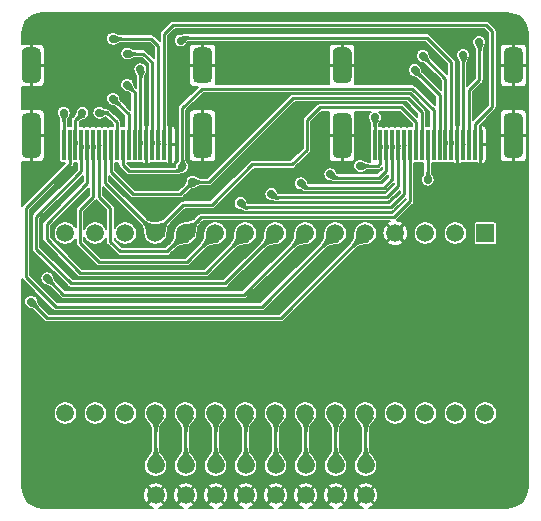
<source format=gbr>
G04 #@! TF.GenerationSoftware,KiCad,Pcbnew,(5.1.10-1-10_14)*
G04 #@! TF.CreationDate,2021-11-29T00:01:07-05:00*
G04 #@! TF.ProjectId,SNAC Sniffer SQUARE,534e4143-2053-46e6-9966-666572205351,1*
G04 #@! TF.SameCoordinates,Original*
G04 #@! TF.FileFunction,Copper,L1,Top*
G04 #@! TF.FilePolarity,Positive*
%FSLAX46Y46*%
G04 Gerber Fmt 4.6, Leading zero omitted, Abs format (unit mm)*
G04 Created by KiCad (PCBNEW (5.1.10-1-10_14)) date 2021-11-29 00:01:07*
%MOMM*%
%LPD*%
G01*
G04 APERTURE LIST*
G04 #@! TA.AperFunction,ComponentPad*
%ADD10C,1.500000*%
G04 #@! TD*
G04 #@! TA.AperFunction,SMDPad,CuDef*
%ADD11R,0.300000X2.600000*%
G04 #@! TD*
G04 #@! TA.AperFunction,ComponentPad*
%ADD12R,1.508000X1.508000*%
G04 #@! TD*
G04 #@! TA.AperFunction,ComponentPad*
%ADD13C,1.508000*%
G04 #@! TD*
G04 #@! TA.AperFunction,ViaPad*
%ADD14C,0.700000*%
G04 #@! TD*
G04 #@! TA.AperFunction,Conductor*
%ADD15C,0.250000*%
G04 #@! TD*
G04 #@! TA.AperFunction,Conductor*
%ADD16C,0.160000*%
G04 #@! TD*
G04 #@! TA.AperFunction,Conductor*
%ADD17C,0.152400*%
G04 #@! TD*
G04 #@! TA.AperFunction,Conductor*
%ADD18C,0.025400*%
G04 #@! TD*
G04 APERTURE END LIST*
D10*
X130530000Y-131690000D03*
X130530000Y-129150000D03*
X133070000Y-131690000D03*
X133070000Y-129150000D03*
X135610000Y-131690000D03*
X135610000Y-129150000D03*
X138150000Y-131690000D03*
X138150000Y-129150000D03*
X140690000Y-131690000D03*
X140690000Y-129150000D03*
X143230000Y-131690000D03*
X143230000Y-129150000D03*
X145770000Y-131690000D03*
X145770000Y-129150000D03*
X148310000Y-131690000D03*
X148310000Y-129150000D03*
G04 #@! TA.AperFunction,ComponentPad*
G36*
G01*
X120800000Y-94180000D02*
X120800000Y-96380000D01*
G75*
G02*
X120400000Y-96780000I-400000J0D01*
G01*
X119600000Y-96780000D01*
G75*
G02*
X119200000Y-96380000I0J400000D01*
G01*
X119200000Y-94180000D01*
G75*
G02*
X119600000Y-93780000I400000J0D01*
G01*
X120400000Y-93780000D01*
G75*
G02*
X120800000Y-94180000I0J-400000D01*
G01*
G37*
G04 #@! TD.AperFunction*
G04 #@! TA.AperFunction,ComponentPad*
G36*
G01*
X135300000Y-94180000D02*
X135300000Y-96380000D01*
G75*
G02*
X134900000Y-96780000I-400000J0D01*
G01*
X134100000Y-96780000D01*
G75*
G02*
X133700000Y-96380000I0J400000D01*
G01*
X133700000Y-94180000D01*
G75*
G02*
X134100000Y-93780000I400000J0D01*
G01*
X134900000Y-93780000D01*
G75*
G02*
X135300000Y-94180000I0J-400000D01*
G01*
G37*
G04 #@! TD.AperFunction*
G04 #@! TA.AperFunction,ComponentPad*
G36*
G01*
X135300000Y-99740000D02*
X135300000Y-102740000D01*
G75*
G02*
X134900000Y-103140000I-400000J0D01*
G01*
X134100000Y-103140000D01*
G75*
G02*
X133700000Y-102740000I0J400000D01*
G01*
X133700000Y-99740000D01*
G75*
G02*
X134100000Y-99340000I400000J0D01*
G01*
X134900000Y-99340000D01*
G75*
G02*
X135300000Y-99740000I0J-400000D01*
G01*
G37*
G04 #@! TD.AperFunction*
G04 #@! TA.AperFunction,ComponentPad*
G36*
G01*
X120800000Y-99740000D02*
X120800000Y-102740000D01*
G75*
G02*
X120400000Y-103140000I-400000J0D01*
G01*
X119600000Y-103140000D01*
G75*
G02*
X119200000Y-102740000I0J400000D01*
G01*
X119200000Y-99740000D01*
G75*
G02*
X119600000Y-99340000I400000J0D01*
G01*
X120400000Y-99340000D01*
G75*
G02*
X120800000Y-99740000I0J-400000D01*
G01*
G37*
G04 #@! TD.AperFunction*
D11*
X131750000Y-102000000D03*
X131250000Y-102000000D03*
X130750000Y-102000000D03*
X130250000Y-102000000D03*
X129750000Y-102000000D03*
X129250000Y-102000000D03*
X128750000Y-102000000D03*
X128250000Y-102000000D03*
X127750000Y-102000000D03*
X127250000Y-102000000D03*
X126750000Y-102000000D03*
X126250000Y-102000000D03*
X125750000Y-102000000D03*
X125250000Y-102000000D03*
X124750000Y-102000000D03*
X124250000Y-102000000D03*
X123750000Y-102000000D03*
X123250000Y-102000000D03*
X122750000Y-102000000D03*
G04 #@! TA.AperFunction,ComponentPad*
G36*
G01*
X147120000Y-94180000D02*
X147120000Y-96380000D01*
G75*
G02*
X146720000Y-96780000I-400000J0D01*
G01*
X145920000Y-96780000D01*
G75*
G02*
X145520000Y-96380000I0J400000D01*
G01*
X145520000Y-94180000D01*
G75*
G02*
X145920000Y-93780000I400000J0D01*
G01*
X146720000Y-93780000D01*
G75*
G02*
X147120000Y-94180000I0J-400000D01*
G01*
G37*
G04 #@! TD.AperFunction*
G04 #@! TA.AperFunction,ComponentPad*
G36*
G01*
X161620000Y-94180000D02*
X161620000Y-96380000D01*
G75*
G02*
X161220000Y-96780000I-400000J0D01*
G01*
X160420000Y-96780000D01*
G75*
G02*
X160020000Y-96380000I0J400000D01*
G01*
X160020000Y-94180000D01*
G75*
G02*
X160420000Y-93780000I400000J0D01*
G01*
X161220000Y-93780000D01*
G75*
G02*
X161620000Y-94180000I0J-400000D01*
G01*
G37*
G04 #@! TD.AperFunction*
G04 #@! TA.AperFunction,ComponentPad*
G36*
G01*
X161620000Y-99740000D02*
X161620000Y-102740000D01*
G75*
G02*
X161220000Y-103140000I-400000J0D01*
G01*
X160420000Y-103140000D01*
G75*
G02*
X160020000Y-102740000I0J400000D01*
G01*
X160020000Y-99740000D01*
G75*
G02*
X160420000Y-99340000I400000J0D01*
G01*
X161220000Y-99340000D01*
G75*
G02*
X161620000Y-99740000I0J-400000D01*
G01*
G37*
G04 #@! TD.AperFunction*
G04 #@! TA.AperFunction,ComponentPad*
G36*
G01*
X147120000Y-99740000D02*
X147120000Y-102740000D01*
G75*
G02*
X146720000Y-103140000I-400000J0D01*
G01*
X145920000Y-103140000D01*
G75*
G02*
X145520000Y-102740000I0J400000D01*
G01*
X145520000Y-99740000D01*
G75*
G02*
X145920000Y-99340000I400000J0D01*
G01*
X146720000Y-99340000D01*
G75*
G02*
X147120000Y-99740000I0J-400000D01*
G01*
G37*
G04 #@! TD.AperFunction*
X158070000Y-102000000D03*
X157570000Y-102000000D03*
X157070000Y-102000000D03*
X156570000Y-102000000D03*
X156070000Y-102000000D03*
X155570000Y-102000000D03*
X155070000Y-102000000D03*
X154570000Y-102000000D03*
X154070000Y-102000000D03*
X153570000Y-102000000D03*
X153070000Y-102000000D03*
X152570000Y-102000000D03*
X152070000Y-102000000D03*
X151570000Y-102000000D03*
X151070000Y-102000000D03*
X150570000Y-102000000D03*
X150070000Y-102000000D03*
X149570000Y-102000000D03*
X149070000Y-102000000D03*
D12*
X158450000Y-109500000D03*
D13*
X155910000Y-109500000D03*
X153370000Y-109500000D03*
X150830000Y-109500000D03*
X148290000Y-109500000D03*
X145750000Y-109500000D03*
X143210000Y-109500000D03*
X140670000Y-109500000D03*
X138130000Y-109500000D03*
X135590000Y-109500000D03*
X133050000Y-109500000D03*
X130510000Y-109500000D03*
X127970000Y-109500000D03*
X125430000Y-109500000D03*
X122890000Y-109500000D03*
X122890000Y-124740000D03*
X125430000Y-124740000D03*
X127970000Y-124740000D03*
X130510000Y-124740000D03*
X133050000Y-124740000D03*
X135590000Y-124740000D03*
X138130000Y-124740000D03*
X140670000Y-124740000D03*
X143210000Y-124740000D03*
X145750000Y-124740000D03*
X148290000Y-124740000D03*
X150830000Y-124740000D03*
X153370000Y-124740000D03*
X155910000Y-124740000D03*
X158450000Y-124740000D03*
D14*
X125480000Y-107520000D03*
X150670000Y-99820000D03*
X131590000Y-105210000D03*
X141250000Y-101620000D03*
X137710000Y-99320000D03*
X119990000Y-115310000D03*
X122749984Y-99300016D03*
X149100000Y-99700000D03*
X147850000Y-103800000D03*
X145320000Y-104530000D03*
X121359999Y-113330001D03*
X124334995Y-99325005D03*
X142830000Y-105290000D03*
X140330000Y-106200000D03*
X137730000Y-106960000D03*
X133650000Y-105160000D03*
X153570000Y-104970000D03*
X125760000Y-99300000D03*
X132775001Y-103875001D03*
X126920000Y-98120000D03*
X152470000Y-95700003D03*
X128119998Y-96940000D03*
X153150002Y-94490000D03*
X129250000Y-95639996D03*
X132660000Y-93190000D03*
X128130002Y-94290000D03*
X156570000Y-94410000D03*
X126910000Y-93040000D03*
X157930000Y-93319998D03*
D15*
X130510000Y-124740000D02*
X130510000Y-128120000D01*
X130510000Y-128120000D02*
X130510000Y-129140000D01*
X133050000Y-124740000D02*
X133050000Y-128100000D01*
X133050000Y-128100000D02*
X133050000Y-129120000D01*
X135590000Y-124740000D02*
X135590000Y-128130000D01*
X135590000Y-128130000D02*
X135590000Y-129130000D01*
X138130000Y-124740000D02*
X138130000Y-128090000D01*
X138130000Y-128090000D02*
X138130000Y-129070000D01*
X140670000Y-124740000D02*
X140670000Y-128090000D01*
X140670000Y-128090000D02*
X140670000Y-129110000D01*
X141120000Y-116670000D02*
X121350000Y-116670000D01*
X148290000Y-109500000D02*
X141120000Y-116670000D01*
X121350000Y-116670000D02*
X119990000Y-115310000D01*
X122750000Y-102000000D02*
X122750000Y-99300032D01*
X122750000Y-99300032D02*
X122749984Y-99300016D01*
X149070000Y-102000000D02*
X149070000Y-99730000D01*
X149070000Y-99730000D02*
X149100000Y-99700000D01*
X149570000Y-103550000D02*
X149320000Y-103800000D01*
X149570000Y-102000000D02*
X149570000Y-103550000D01*
X149320000Y-103800000D02*
X147850000Y-103800000D01*
X123250000Y-103670000D02*
X123250000Y-102000000D01*
X139520000Y-115730000D02*
X122070196Y-115730000D01*
X122070196Y-115730000D02*
X119550000Y-113209804D01*
X119550000Y-107370000D02*
X123250000Y-103670000D01*
X119550000Y-113209804D02*
X119550000Y-107370000D01*
X145750000Y-109500000D02*
X139520000Y-115730000D01*
X143210000Y-109500000D02*
X138010000Y-114700000D01*
X138010000Y-114700000D02*
X122729998Y-114700000D01*
X122729998Y-114700000D02*
X121359999Y-113330001D01*
X123750000Y-102000000D02*
X123750000Y-99910000D01*
X123750000Y-99910000D02*
X124334995Y-99325005D01*
X145600000Y-104810000D02*
X145320000Y-104530000D01*
X149470000Y-104810000D02*
X145600000Y-104810000D01*
X150070000Y-104210000D02*
X149470000Y-104810000D01*
X150070000Y-102000000D02*
X150070000Y-104210000D01*
X149830000Y-105640000D02*
X143180000Y-105640000D01*
X143180000Y-105640000D02*
X142830000Y-105290000D01*
X150570000Y-104900000D02*
X149830000Y-105640000D01*
X150570000Y-102000000D02*
X150570000Y-104900000D01*
X124250000Y-104270000D02*
X124250000Y-102000000D01*
X120420000Y-108100000D02*
X124250000Y-104270000D01*
X140670000Y-109500000D02*
X136410000Y-113760000D01*
X123350000Y-113760000D02*
X120420000Y-110830000D01*
X136410000Y-113760000D02*
X123350000Y-113760000D01*
X120420000Y-110830000D02*
X120420000Y-108100000D01*
X140600000Y-106470000D02*
X140330000Y-106200000D01*
X150130000Y-106470000D02*
X140600000Y-106470000D01*
X151070000Y-105530000D02*
X150130000Y-106470000D01*
X151070000Y-102000000D02*
X151070000Y-105530000D01*
X124750000Y-105270000D02*
X124750000Y-102000000D01*
X121300000Y-108720000D02*
X124750000Y-105270000D01*
X124170000Y-112870000D02*
X121300000Y-110000000D01*
X121300000Y-110000000D02*
X121300000Y-108720000D01*
X134760000Y-112870000D02*
X124170000Y-112870000D01*
X138130000Y-109500000D02*
X134760000Y-112870000D01*
X138090000Y-107320000D02*
X137730000Y-106960000D01*
X150470000Y-107320000D02*
X138090000Y-107320000D01*
X151570000Y-106220000D02*
X150470000Y-107320000D01*
X151570000Y-102000000D02*
X151570000Y-106220000D01*
X125250000Y-106410000D02*
X125250000Y-102000000D01*
X135590000Y-109500000D02*
X133150000Y-111940000D01*
X133150000Y-111940000D02*
X125770000Y-111940000D01*
X124130000Y-107530000D02*
X125250000Y-106410000D01*
X125770000Y-111940000D02*
X124130000Y-110300000D01*
X124130000Y-110300000D02*
X124130000Y-107530000D01*
X134410000Y-108130000D02*
X133050000Y-109490000D01*
X133050000Y-109490000D02*
X133050000Y-109500008D01*
X150740000Y-108130000D02*
X134410000Y-108130000D01*
X152070000Y-106800000D02*
X150740000Y-108130000D01*
X152070000Y-102000000D02*
X152070000Y-106800000D01*
X125750000Y-106420000D02*
X125750000Y-102000000D01*
X126710000Y-110240000D02*
X126710000Y-107380000D01*
X127520000Y-111050000D02*
X126710000Y-110240000D01*
X126710000Y-107380000D02*
X125750000Y-106420000D01*
X131500000Y-111050000D02*
X127520000Y-111050000D01*
X133050000Y-109500000D02*
X131500000Y-111050000D01*
X126250000Y-105250000D02*
X126250000Y-102000000D01*
X130499998Y-109499998D02*
X126250000Y-105250000D01*
X130510000Y-109499998D02*
X130499998Y-109499998D01*
X132890000Y-107100000D02*
X130510000Y-109480000D01*
X138700000Y-103680000D02*
X135280000Y-107100000D01*
X143350000Y-102430000D02*
X142100000Y-103680000D01*
X130510000Y-109480000D02*
X130510000Y-109499998D01*
X143350000Y-99930000D02*
X143350000Y-102430000D01*
X144420000Y-98860000D02*
X143350000Y-99930000D01*
X151350000Y-98860000D02*
X144420000Y-98860000D01*
X135280000Y-107100000D02*
X132890000Y-107100000D01*
X152570000Y-100080000D02*
X151350000Y-98860000D01*
X142100000Y-103680000D02*
X138700000Y-103680000D01*
X152570000Y-102000000D02*
X152570000Y-100080000D01*
X132620000Y-106190000D02*
X133650000Y-105160000D01*
X128640000Y-106190000D02*
X132620000Y-106190000D01*
X126750000Y-104300000D02*
X128640000Y-106190000D01*
X126750000Y-102000000D02*
X126750000Y-104300000D01*
X135040000Y-105160000D02*
X133650000Y-105160000D01*
X151870000Y-98050000D02*
X142150000Y-98050000D01*
X153070000Y-99250000D02*
X151870000Y-98050000D01*
X142150000Y-98050000D02*
X135040000Y-105160000D01*
X153070000Y-102000000D02*
X153070000Y-99250000D01*
X153570000Y-102000000D02*
X153570000Y-104970000D01*
X153570000Y-104970000D02*
X153570000Y-104970000D01*
X127250000Y-102000000D02*
X127250000Y-100128115D01*
X126421885Y-99300000D02*
X125760000Y-99300000D01*
X127250000Y-100128115D02*
X126421885Y-99300000D01*
X134450000Y-97260000D02*
X132775001Y-98934999D01*
X154070000Y-99060000D02*
X152270000Y-97260000D01*
X154070000Y-102000000D02*
X154070000Y-99060000D01*
X152270000Y-97260000D02*
X134450000Y-97260000D01*
X132775001Y-98934999D02*
X132775001Y-103875001D01*
X128275000Y-104225000D02*
X132425002Y-104225000D01*
X132425002Y-104225000D02*
X132775001Y-103875001D01*
X127750000Y-103700000D02*
X128275000Y-104225000D01*
X127750000Y-102000000D02*
X127750000Y-103700000D01*
X126930000Y-98120000D02*
X126920000Y-98120000D01*
X128250000Y-99440000D02*
X126930000Y-98120000D01*
X128250000Y-102000000D02*
X128250000Y-99440000D01*
X154570000Y-102000000D02*
X154570000Y-97800003D01*
X154570000Y-97800003D02*
X152470000Y-95700003D01*
X128750000Y-97570000D02*
X128120000Y-96940000D01*
X128120000Y-96940000D02*
X128119998Y-96940000D01*
X128750000Y-102000000D02*
X128750000Y-97570000D01*
X155070000Y-102000000D02*
X155070000Y-96409998D01*
X155070000Y-96409998D02*
X153150002Y-94490000D01*
X129250000Y-102000000D02*
X129250000Y-95639996D01*
X132910000Y-92940000D02*
X132660000Y-93190000D01*
X153500000Y-92940000D02*
X132910000Y-92940000D01*
X155570000Y-95010000D02*
X153500000Y-92940000D01*
X155570000Y-102000000D02*
X155570000Y-95010000D01*
X129490000Y-94290000D02*
X128130002Y-94290000D01*
X130250000Y-95050000D02*
X129490000Y-94290000D01*
X130250000Y-102000000D02*
X130250000Y-95050000D01*
X156570000Y-102000000D02*
X156570000Y-94410000D01*
X157070000Y-102000000D02*
X157070000Y-97410000D01*
X157070000Y-97410000D02*
X157930000Y-96550000D01*
X157930000Y-96550000D02*
X157930000Y-93319998D01*
X130170000Y-93040000D02*
X126910000Y-93040000D01*
X130750000Y-93620000D02*
X130170000Y-93040000D01*
X130750000Y-102000000D02*
X130750000Y-93620000D01*
X132010000Y-91880000D02*
X131250000Y-92640000D01*
X158510000Y-91880000D02*
X132010000Y-91880000D01*
X159050000Y-92420000D02*
X158510000Y-91880000D01*
X159050000Y-98780000D02*
X159050000Y-92420000D01*
X131250000Y-92640000D02*
X131250000Y-102000000D01*
X157570000Y-100260000D02*
X159050000Y-98780000D01*
X157570000Y-102000000D02*
X157570000Y-100260000D01*
X143210000Y-124740000D02*
X143210000Y-128130000D01*
X143210000Y-128130000D02*
X143210000Y-129050000D01*
X145750000Y-124740000D02*
X145750000Y-128130000D01*
X145750000Y-128130000D02*
X145750000Y-128980000D01*
X148290000Y-124740000D02*
X148290000Y-128090000D01*
X148290000Y-128090000D02*
X148290000Y-129150000D01*
D16*
X160651870Y-90903931D02*
X160971102Y-91000313D01*
X161265527Y-91156862D01*
X161523945Y-91367622D01*
X161736502Y-91624559D01*
X161895103Y-91917886D01*
X161993712Y-92236439D01*
X162030000Y-92581698D01*
X162030001Y-131015806D01*
X161996069Y-131361870D01*
X161899688Y-131681100D01*
X161743135Y-131975532D01*
X161532377Y-132233945D01*
X161275441Y-132446502D01*
X160982114Y-132605103D01*
X160663561Y-132703711D01*
X160318302Y-132740000D01*
X148569537Y-132740000D01*
X148727510Y-132691698D01*
X148910926Y-132593662D01*
X148986500Y-132430140D01*
X148310000Y-131753640D01*
X147633500Y-132430140D01*
X147709074Y-132593662D01*
X147896917Y-132693533D01*
X148051326Y-132740000D01*
X146029537Y-132740000D01*
X146187510Y-132691698D01*
X146370926Y-132593662D01*
X146446500Y-132430140D01*
X145770000Y-131753640D01*
X145093500Y-132430140D01*
X145169074Y-132593662D01*
X145356917Y-132693533D01*
X145511326Y-132740000D01*
X143489537Y-132740000D01*
X143647510Y-132691698D01*
X143830926Y-132593662D01*
X143906500Y-132430140D01*
X143230000Y-131753640D01*
X142553500Y-132430140D01*
X142629074Y-132593662D01*
X142816917Y-132693533D01*
X142971326Y-132740000D01*
X140949537Y-132740000D01*
X141107510Y-132691698D01*
X141290926Y-132593662D01*
X141366500Y-132430140D01*
X140690000Y-131753640D01*
X140013500Y-132430140D01*
X140089074Y-132593662D01*
X140276917Y-132693533D01*
X140431326Y-132740000D01*
X138409537Y-132740000D01*
X138567510Y-132691698D01*
X138750926Y-132593662D01*
X138826500Y-132430140D01*
X138150000Y-131753640D01*
X137473500Y-132430140D01*
X137549074Y-132593662D01*
X137736917Y-132693533D01*
X137891326Y-132740000D01*
X135869537Y-132740000D01*
X136027510Y-132691698D01*
X136210926Y-132593662D01*
X136286500Y-132430140D01*
X135610000Y-131753640D01*
X134933500Y-132430140D01*
X135009074Y-132593662D01*
X135196917Y-132693533D01*
X135351326Y-132740000D01*
X133329537Y-132740000D01*
X133487510Y-132691698D01*
X133670926Y-132593662D01*
X133746500Y-132430140D01*
X133070000Y-131753640D01*
X132393500Y-132430140D01*
X132469074Y-132593662D01*
X132656917Y-132693533D01*
X132811326Y-132740000D01*
X130789537Y-132740000D01*
X130947510Y-132691698D01*
X131130926Y-132593662D01*
X131206500Y-132430140D01*
X130530000Y-131753640D01*
X129853500Y-132430140D01*
X129929074Y-132593662D01*
X130116917Y-132693533D01*
X130271326Y-132740000D01*
X120954184Y-132740000D01*
X120608130Y-132706069D01*
X120288900Y-132609688D01*
X119994468Y-132453135D01*
X119736055Y-132242377D01*
X119523498Y-131985441D01*
X119365050Y-131692396D01*
X129444777Y-131692396D01*
X129466097Y-131904067D01*
X129528302Y-132107510D01*
X129626338Y-132290926D01*
X129789860Y-132366500D01*
X130466360Y-131690000D01*
X130593640Y-131690000D01*
X131270140Y-132366500D01*
X131433662Y-132290926D01*
X131533533Y-132103083D01*
X131594838Y-131899367D01*
X131614761Y-131692396D01*
X131984777Y-131692396D01*
X132006097Y-131904067D01*
X132068302Y-132107510D01*
X132166338Y-132290926D01*
X132329860Y-132366500D01*
X133006360Y-131690000D01*
X133133640Y-131690000D01*
X133810140Y-132366500D01*
X133973662Y-132290926D01*
X134073533Y-132103083D01*
X134134838Y-131899367D01*
X134154761Y-131692396D01*
X134524777Y-131692396D01*
X134546097Y-131904067D01*
X134608302Y-132107510D01*
X134706338Y-132290926D01*
X134869860Y-132366500D01*
X135546360Y-131690000D01*
X135673640Y-131690000D01*
X136350140Y-132366500D01*
X136513662Y-132290926D01*
X136613533Y-132103083D01*
X136674838Y-131899367D01*
X136694761Y-131692396D01*
X137064777Y-131692396D01*
X137086097Y-131904067D01*
X137148302Y-132107510D01*
X137246338Y-132290926D01*
X137409860Y-132366500D01*
X138086360Y-131690000D01*
X138213640Y-131690000D01*
X138890140Y-132366500D01*
X139053662Y-132290926D01*
X139153533Y-132103083D01*
X139214838Y-131899367D01*
X139234761Y-131692396D01*
X139604777Y-131692396D01*
X139626097Y-131904067D01*
X139688302Y-132107510D01*
X139786338Y-132290926D01*
X139949860Y-132366500D01*
X140626360Y-131690000D01*
X140753640Y-131690000D01*
X141430140Y-132366500D01*
X141593662Y-132290926D01*
X141693533Y-132103083D01*
X141754838Y-131899367D01*
X141774761Y-131692396D01*
X142144777Y-131692396D01*
X142166097Y-131904067D01*
X142228302Y-132107510D01*
X142326338Y-132290926D01*
X142489860Y-132366500D01*
X143166360Y-131690000D01*
X143293640Y-131690000D01*
X143970140Y-132366500D01*
X144133662Y-132290926D01*
X144233533Y-132103083D01*
X144294838Y-131899367D01*
X144314761Y-131692396D01*
X144684777Y-131692396D01*
X144706097Y-131904067D01*
X144768302Y-132107510D01*
X144866338Y-132290926D01*
X145029860Y-132366500D01*
X145706360Y-131690000D01*
X145833640Y-131690000D01*
X146510140Y-132366500D01*
X146673662Y-132290926D01*
X146773533Y-132103083D01*
X146834838Y-131899367D01*
X146854761Y-131692396D01*
X147224777Y-131692396D01*
X147246097Y-131904067D01*
X147308302Y-132107510D01*
X147406338Y-132290926D01*
X147569860Y-132366500D01*
X148246360Y-131690000D01*
X148373640Y-131690000D01*
X149050140Y-132366500D01*
X149213662Y-132290926D01*
X149313533Y-132103083D01*
X149374838Y-131899367D01*
X149395223Y-131687604D01*
X149373903Y-131475933D01*
X149311698Y-131272490D01*
X149213662Y-131089074D01*
X149050140Y-131013500D01*
X148373640Y-131690000D01*
X148246360Y-131690000D01*
X147569860Y-131013500D01*
X147406338Y-131089074D01*
X147306467Y-131276917D01*
X147245162Y-131480633D01*
X147224777Y-131692396D01*
X146854761Y-131692396D01*
X146855223Y-131687604D01*
X146833903Y-131475933D01*
X146771698Y-131272490D01*
X146673662Y-131089074D01*
X146510140Y-131013500D01*
X145833640Y-131690000D01*
X145706360Y-131690000D01*
X145029860Y-131013500D01*
X144866338Y-131089074D01*
X144766467Y-131276917D01*
X144705162Y-131480633D01*
X144684777Y-131692396D01*
X144314761Y-131692396D01*
X144315223Y-131687604D01*
X144293903Y-131475933D01*
X144231698Y-131272490D01*
X144133662Y-131089074D01*
X143970140Y-131013500D01*
X143293640Y-131690000D01*
X143166360Y-131690000D01*
X142489860Y-131013500D01*
X142326338Y-131089074D01*
X142226467Y-131276917D01*
X142165162Y-131480633D01*
X142144777Y-131692396D01*
X141774761Y-131692396D01*
X141775223Y-131687604D01*
X141753903Y-131475933D01*
X141691698Y-131272490D01*
X141593662Y-131089074D01*
X141430140Y-131013500D01*
X140753640Y-131690000D01*
X140626360Y-131690000D01*
X139949860Y-131013500D01*
X139786338Y-131089074D01*
X139686467Y-131276917D01*
X139625162Y-131480633D01*
X139604777Y-131692396D01*
X139234761Y-131692396D01*
X139235223Y-131687604D01*
X139213903Y-131475933D01*
X139151698Y-131272490D01*
X139053662Y-131089074D01*
X138890140Y-131013500D01*
X138213640Y-131690000D01*
X138086360Y-131690000D01*
X137409860Y-131013500D01*
X137246338Y-131089074D01*
X137146467Y-131276917D01*
X137085162Y-131480633D01*
X137064777Y-131692396D01*
X136694761Y-131692396D01*
X136695223Y-131687604D01*
X136673903Y-131475933D01*
X136611698Y-131272490D01*
X136513662Y-131089074D01*
X136350140Y-131013500D01*
X135673640Y-131690000D01*
X135546360Y-131690000D01*
X134869860Y-131013500D01*
X134706338Y-131089074D01*
X134606467Y-131276917D01*
X134545162Y-131480633D01*
X134524777Y-131692396D01*
X134154761Y-131692396D01*
X134155223Y-131687604D01*
X134133903Y-131475933D01*
X134071698Y-131272490D01*
X133973662Y-131089074D01*
X133810140Y-131013500D01*
X133133640Y-131690000D01*
X133006360Y-131690000D01*
X132329860Y-131013500D01*
X132166338Y-131089074D01*
X132066467Y-131276917D01*
X132005162Y-131480633D01*
X131984777Y-131692396D01*
X131614761Y-131692396D01*
X131615223Y-131687604D01*
X131593903Y-131475933D01*
X131531698Y-131272490D01*
X131433662Y-131089074D01*
X131270140Y-131013500D01*
X130593640Y-131690000D01*
X130466360Y-131690000D01*
X129789860Y-131013500D01*
X129626338Y-131089074D01*
X129526467Y-131276917D01*
X129465162Y-131480633D01*
X129444777Y-131692396D01*
X119365050Y-131692396D01*
X119364897Y-131692114D01*
X119266289Y-131373561D01*
X119230000Y-131028302D01*
X119230000Y-130949860D01*
X129853500Y-130949860D01*
X130530000Y-131626360D01*
X131206500Y-130949860D01*
X132393500Y-130949860D01*
X133070000Y-131626360D01*
X133746500Y-130949860D01*
X134933500Y-130949860D01*
X135610000Y-131626360D01*
X136286500Y-130949860D01*
X137473500Y-130949860D01*
X138150000Y-131626360D01*
X138826500Y-130949860D01*
X140013500Y-130949860D01*
X140690000Y-131626360D01*
X141366500Y-130949860D01*
X142553500Y-130949860D01*
X143230000Y-131626360D01*
X143906500Y-130949860D01*
X145093500Y-130949860D01*
X145770000Y-131626360D01*
X146446500Y-130949860D01*
X147633500Y-130949860D01*
X148310000Y-131626360D01*
X148986500Y-130949860D01*
X148910926Y-130786338D01*
X148723083Y-130686467D01*
X148519367Y-130625162D01*
X148307604Y-130604777D01*
X148095933Y-130626097D01*
X147892490Y-130688302D01*
X147709074Y-130786338D01*
X147633500Y-130949860D01*
X146446500Y-130949860D01*
X146370926Y-130786338D01*
X146183083Y-130686467D01*
X145979367Y-130625162D01*
X145767604Y-130604777D01*
X145555933Y-130626097D01*
X145352490Y-130688302D01*
X145169074Y-130786338D01*
X145093500Y-130949860D01*
X143906500Y-130949860D01*
X143830926Y-130786338D01*
X143643083Y-130686467D01*
X143439367Y-130625162D01*
X143227604Y-130604777D01*
X143015933Y-130626097D01*
X142812490Y-130688302D01*
X142629074Y-130786338D01*
X142553500Y-130949860D01*
X141366500Y-130949860D01*
X141290926Y-130786338D01*
X141103083Y-130686467D01*
X140899367Y-130625162D01*
X140687604Y-130604777D01*
X140475933Y-130626097D01*
X140272490Y-130688302D01*
X140089074Y-130786338D01*
X140013500Y-130949860D01*
X138826500Y-130949860D01*
X138750926Y-130786338D01*
X138563083Y-130686467D01*
X138359367Y-130625162D01*
X138147604Y-130604777D01*
X137935933Y-130626097D01*
X137732490Y-130688302D01*
X137549074Y-130786338D01*
X137473500Y-130949860D01*
X136286500Y-130949860D01*
X136210926Y-130786338D01*
X136023083Y-130686467D01*
X135819367Y-130625162D01*
X135607604Y-130604777D01*
X135395933Y-130626097D01*
X135192490Y-130688302D01*
X135009074Y-130786338D01*
X134933500Y-130949860D01*
X133746500Y-130949860D01*
X133670926Y-130786338D01*
X133483083Y-130686467D01*
X133279367Y-130625162D01*
X133067604Y-130604777D01*
X132855933Y-130626097D01*
X132652490Y-130688302D01*
X132469074Y-130786338D01*
X132393500Y-130949860D01*
X131206500Y-130949860D01*
X131130926Y-130786338D01*
X130943083Y-130686467D01*
X130739367Y-130625162D01*
X130527604Y-130604777D01*
X130315933Y-130626097D01*
X130112490Y-130688302D01*
X129929074Y-130786338D01*
X129853500Y-130949860D01*
X119230000Y-130949860D01*
X119230000Y-124642100D01*
X121896000Y-124642100D01*
X121896000Y-124837900D01*
X121934198Y-125029939D01*
X122009128Y-125210836D01*
X122117909Y-125373638D01*
X122256362Y-125512091D01*
X122419164Y-125620872D01*
X122600061Y-125695802D01*
X122792100Y-125734000D01*
X122987900Y-125734000D01*
X123179939Y-125695802D01*
X123360836Y-125620872D01*
X123523638Y-125512091D01*
X123662091Y-125373638D01*
X123770872Y-125210836D01*
X123845802Y-125029939D01*
X123884000Y-124837900D01*
X123884000Y-124642100D01*
X124436000Y-124642100D01*
X124436000Y-124837900D01*
X124474198Y-125029939D01*
X124549128Y-125210836D01*
X124657909Y-125373638D01*
X124796362Y-125512091D01*
X124959164Y-125620872D01*
X125140061Y-125695802D01*
X125332100Y-125734000D01*
X125527900Y-125734000D01*
X125719939Y-125695802D01*
X125900836Y-125620872D01*
X126063638Y-125512091D01*
X126202091Y-125373638D01*
X126310872Y-125210836D01*
X126385802Y-125029939D01*
X126424000Y-124837900D01*
X126424000Y-124642100D01*
X126976000Y-124642100D01*
X126976000Y-124837900D01*
X127014198Y-125029939D01*
X127089128Y-125210836D01*
X127197909Y-125373638D01*
X127336362Y-125512091D01*
X127499164Y-125620872D01*
X127680061Y-125695802D01*
X127872100Y-125734000D01*
X128067900Y-125734000D01*
X128259939Y-125695802D01*
X128440836Y-125620872D01*
X128603638Y-125512091D01*
X128742091Y-125373638D01*
X128850872Y-125210836D01*
X128925802Y-125029939D01*
X128964000Y-124837900D01*
X128964000Y-124642100D01*
X129516000Y-124642100D01*
X129516000Y-124837900D01*
X129554198Y-125029939D01*
X129629128Y-125210836D01*
X129662612Y-125260948D01*
X129696431Y-125323380D01*
X129707117Y-125341216D01*
X129784329Y-125458271D01*
X129793395Y-125471083D01*
X129869603Y-125571639D01*
X129873794Y-125577010D01*
X129945228Y-125665907D01*
X130005792Y-125744695D01*
X130052972Y-125816858D01*
X130089387Y-125890999D01*
X130117655Y-125978956D01*
X130137236Y-126093409D01*
X130145000Y-126249951D01*
X130145001Y-127644135D01*
X130137290Y-127802239D01*
X130117787Y-127918483D01*
X130089563Y-128008367D01*
X130053226Y-128084438D01*
X130006398Y-128158487D01*
X129946676Y-128239282D01*
X129876938Y-128330084D01*
X129872515Y-128336031D01*
X129798706Y-128438536D01*
X129789743Y-128451907D01*
X129715426Y-128571245D01*
X129705143Y-128589485D01*
X129677584Y-128643779D01*
X129652674Y-128681059D01*
X129578045Y-128861228D01*
X129540000Y-129052494D01*
X129540000Y-129247506D01*
X129578045Y-129438772D01*
X129652674Y-129618941D01*
X129761017Y-129781088D01*
X129898912Y-129918983D01*
X130061059Y-130027326D01*
X130241228Y-130101955D01*
X130432494Y-130140000D01*
X130627506Y-130140000D01*
X130818772Y-130101955D01*
X130998941Y-130027326D01*
X131161088Y-129918983D01*
X131298983Y-129781088D01*
X131407326Y-129618941D01*
X131481955Y-129438772D01*
X131520000Y-129247506D01*
X131520000Y-129052494D01*
X131481955Y-128861228D01*
X131407326Y-128681059D01*
X131365284Y-128618138D01*
X131325209Y-128548522D01*
X131314394Y-128531442D01*
X131235126Y-128417197D01*
X131226255Y-128405223D01*
X131148611Y-128306954D01*
X131144896Y-128302369D01*
X131072874Y-128215685D01*
X131012504Y-128139144D01*
X130965798Y-128069039D01*
X130929895Y-127996890D01*
X130902022Y-127910905D01*
X130882679Y-127798435D01*
X130875000Y-127644031D01*
X130875000Y-126249940D01*
X130882763Y-126093409D01*
X130902344Y-125978956D01*
X130930612Y-125890999D01*
X130967027Y-125816858D01*
X131014207Y-125744695D01*
X131074771Y-125665907D01*
X131146205Y-125577010D01*
X131150396Y-125571639D01*
X131226604Y-125471083D01*
X131235670Y-125458271D01*
X131312882Y-125341216D01*
X131323568Y-125323381D01*
X131357388Y-125260948D01*
X131390872Y-125210836D01*
X131465802Y-125029939D01*
X131504000Y-124837900D01*
X131504000Y-124642100D01*
X132056000Y-124642100D01*
X132056000Y-124837900D01*
X132094198Y-125029939D01*
X132169128Y-125210836D01*
X132202612Y-125260948D01*
X132236431Y-125323380D01*
X132247117Y-125341216D01*
X132324329Y-125458271D01*
X132333395Y-125471083D01*
X132409603Y-125571639D01*
X132413794Y-125577010D01*
X132485228Y-125665907D01*
X132545792Y-125744695D01*
X132592972Y-125816858D01*
X132629387Y-125890999D01*
X132657655Y-125978956D01*
X132677236Y-126093409D01*
X132685000Y-126249951D01*
X132685001Y-127644135D01*
X132677290Y-127802239D01*
X132657787Y-127918483D01*
X132629563Y-128008367D01*
X132593226Y-128084438D01*
X132546398Y-128158487D01*
X132486676Y-128239282D01*
X132416938Y-128330084D01*
X132412515Y-128336031D01*
X132338706Y-128438536D01*
X132329743Y-128451907D01*
X132255426Y-128571245D01*
X132245143Y-128589485D01*
X132217584Y-128643779D01*
X132192674Y-128681059D01*
X132118045Y-128861228D01*
X132080000Y-129052494D01*
X132080000Y-129247506D01*
X132118045Y-129438772D01*
X132192674Y-129618941D01*
X132301017Y-129781088D01*
X132438912Y-129918983D01*
X132601059Y-130027326D01*
X132781228Y-130101955D01*
X132972494Y-130140000D01*
X133167506Y-130140000D01*
X133358772Y-130101955D01*
X133538941Y-130027326D01*
X133701088Y-129918983D01*
X133838983Y-129781088D01*
X133947326Y-129618941D01*
X134021955Y-129438772D01*
X134060000Y-129247506D01*
X134060000Y-129052494D01*
X134021955Y-128861228D01*
X133947326Y-128681059D01*
X133905284Y-128618138D01*
X133865209Y-128548522D01*
X133854394Y-128531442D01*
X133775126Y-128417197D01*
X133766255Y-128405223D01*
X133688611Y-128306954D01*
X133684896Y-128302369D01*
X133612874Y-128215685D01*
X133552504Y-128139144D01*
X133505798Y-128069039D01*
X133469895Y-127996890D01*
X133442022Y-127910905D01*
X133422679Y-127798435D01*
X133415000Y-127644031D01*
X133415000Y-126249940D01*
X133422763Y-126093409D01*
X133442344Y-125978956D01*
X133470612Y-125890999D01*
X133507027Y-125816858D01*
X133554207Y-125744695D01*
X133614771Y-125665907D01*
X133686205Y-125577010D01*
X133690396Y-125571639D01*
X133766604Y-125471083D01*
X133775670Y-125458271D01*
X133852882Y-125341216D01*
X133863568Y-125323381D01*
X133897388Y-125260948D01*
X133930872Y-125210836D01*
X134005802Y-125029939D01*
X134044000Y-124837900D01*
X134044000Y-124642100D01*
X134596000Y-124642100D01*
X134596000Y-124837900D01*
X134634198Y-125029939D01*
X134709128Y-125210836D01*
X134742612Y-125260948D01*
X134776431Y-125323380D01*
X134787117Y-125341216D01*
X134864329Y-125458271D01*
X134873395Y-125471083D01*
X134949603Y-125571639D01*
X134953794Y-125577010D01*
X135025228Y-125665907D01*
X135085792Y-125744695D01*
X135132972Y-125816858D01*
X135169387Y-125890999D01*
X135197655Y-125978956D01*
X135217236Y-126093409D01*
X135225000Y-126249951D01*
X135225001Y-127644135D01*
X135217290Y-127802239D01*
X135197787Y-127918483D01*
X135169563Y-128008367D01*
X135133226Y-128084438D01*
X135086398Y-128158487D01*
X135026676Y-128239282D01*
X134956938Y-128330084D01*
X134952515Y-128336031D01*
X134878706Y-128438536D01*
X134869743Y-128451907D01*
X134795426Y-128571245D01*
X134785143Y-128589485D01*
X134757584Y-128643779D01*
X134732674Y-128681059D01*
X134658045Y-128861228D01*
X134620000Y-129052494D01*
X134620000Y-129247506D01*
X134658045Y-129438772D01*
X134732674Y-129618941D01*
X134841017Y-129781088D01*
X134978912Y-129918983D01*
X135141059Y-130027326D01*
X135321228Y-130101955D01*
X135512494Y-130140000D01*
X135707506Y-130140000D01*
X135898772Y-130101955D01*
X136078941Y-130027326D01*
X136241088Y-129918983D01*
X136378983Y-129781088D01*
X136487326Y-129618941D01*
X136561955Y-129438772D01*
X136600000Y-129247506D01*
X136600000Y-129052494D01*
X136561955Y-128861228D01*
X136487326Y-128681059D01*
X136445284Y-128618138D01*
X136405209Y-128548522D01*
X136394394Y-128531442D01*
X136315126Y-128417197D01*
X136306255Y-128405223D01*
X136228611Y-128306954D01*
X136224896Y-128302369D01*
X136152874Y-128215685D01*
X136092504Y-128139144D01*
X136045798Y-128069039D01*
X136009895Y-127996890D01*
X135982022Y-127910905D01*
X135962679Y-127798435D01*
X135955000Y-127644031D01*
X135955000Y-126249940D01*
X135962763Y-126093409D01*
X135982344Y-125978956D01*
X136010612Y-125890999D01*
X136047027Y-125816858D01*
X136094207Y-125744695D01*
X136154771Y-125665907D01*
X136226205Y-125577010D01*
X136230396Y-125571639D01*
X136306604Y-125471083D01*
X136315670Y-125458271D01*
X136392882Y-125341216D01*
X136403568Y-125323381D01*
X136437388Y-125260948D01*
X136470872Y-125210836D01*
X136545802Y-125029939D01*
X136584000Y-124837900D01*
X136584000Y-124642100D01*
X137136000Y-124642100D01*
X137136000Y-124837900D01*
X137174198Y-125029939D01*
X137249128Y-125210836D01*
X137282612Y-125260948D01*
X137316431Y-125323380D01*
X137327117Y-125341216D01*
X137404329Y-125458271D01*
X137413395Y-125471083D01*
X137489603Y-125571639D01*
X137493794Y-125577010D01*
X137565228Y-125665907D01*
X137625792Y-125744695D01*
X137672972Y-125816858D01*
X137709387Y-125890999D01*
X137737655Y-125978956D01*
X137757236Y-126093409D01*
X137765000Y-126249951D01*
X137765001Y-127644135D01*
X137757290Y-127802239D01*
X137737787Y-127918483D01*
X137709563Y-128008367D01*
X137673226Y-128084438D01*
X137626398Y-128158487D01*
X137566676Y-128239282D01*
X137496938Y-128330084D01*
X137492515Y-128336031D01*
X137418706Y-128438536D01*
X137409743Y-128451907D01*
X137335426Y-128571245D01*
X137325143Y-128589485D01*
X137297584Y-128643779D01*
X137272674Y-128681059D01*
X137198045Y-128861228D01*
X137160000Y-129052494D01*
X137160000Y-129247506D01*
X137198045Y-129438772D01*
X137272674Y-129618941D01*
X137381017Y-129781088D01*
X137518912Y-129918983D01*
X137681059Y-130027326D01*
X137861228Y-130101955D01*
X138052494Y-130140000D01*
X138247506Y-130140000D01*
X138438772Y-130101955D01*
X138618941Y-130027326D01*
X138781088Y-129918983D01*
X138918983Y-129781088D01*
X139027326Y-129618941D01*
X139101955Y-129438772D01*
X139140000Y-129247506D01*
X139140000Y-129052494D01*
X139101955Y-128861228D01*
X139027326Y-128681059D01*
X138985284Y-128618138D01*
X138945209Y-128548522D01*
X138934394Y-128531442D01*
X138855126Y-128417197D01*
X138846255Y-128405223D01*
X138768611Y-128306954D01*
X138764896Y-128302369D01*
X138692874Y-128215685D01*
X138632504Y-128139144D01*
X138585798Y-128069039D01*
X138549895Y-127996890D01*
X138522022Y-127910905D01*
X138502679Y-127798435D01*
X138495000Y-127644031D01*
X138495000Y-126249940D01*
X138502763Y-126093409D01*
X138522344Y-125978956D01*
X138550612Y-125890999D01*
X138587027Y-125816858D01*
X138634207Y-125744695D01*
X138694771Y-125665907D01*
X138766205Y-125577010D01*
X138770396Y-125571639D01*
X138846604Y-125471083D01*
X138855670Y-125458271D01*
X138932882Y-125341216D01*
X138943568Y-125323381D01*
X138977388Y-125260948D01*
X139010872Y-125210836D01*
X139085802Y-125029939D01*
X139124000Y-124837900D01*
X139124000Y-124642100D01*
X139676000Y-124642100D01*
X139676000Y-124837900D01*
X139714198Y-125029939D01*
X139789128Y-125210836D01*
X139822612Y-125260948D01*
X139856431Y-125323380D01*
X139867117Y-125341216D01*
X139944329Y-125458271D01*
X139953395Y-125471083D01*
X140029603Y-125571639D01*
X140033794Y-125577010D01*
X140105228Y-125665907D01*
X140165792Y-125744695D01*
X140212972Y-125816858D01*
X140249387Y-125890999D01*
X140277655Y-125978956D01*
X140297236Y-126093409D01*
X140305000Y-126249951D01*
X140305001Y-127644135D01*
X140297290Y-127802239D01*
X140277787Y-127918483D01*
X140249563Y-128008367D01*
X140213226Y-128084438D01*
X140166398Y-128158487D01*
X140106676Y-128239282D01*
X140036938Y-128330084D01*
X140032515Y-128336031D01*
X139958706Y-128438536D01*
X139949743Y-128451907D01*
X139875426Y-128571245D01*
X139865143Y-128589485D01*
X139837584Y-128643779D01*
X139812674Y-128681059D01*
X139738045Y-128861228D01*
X139700000Y-129052494D01*
X139700000Y-129247506D01*
X139738045Y-129438772D01*
X139812674Y-129618941D01*
X139921017Y-129781088D01*
X140058912Y-129918983D01*
X140221059Y-130027326D01*
X140401228Y-130101955D01*
X140592494Y-130140000D01*
X140787506Y-130140000D01*
X140978772Y-130101955D01*
X141158941Y-130027326D01*
X141321088Y-129918983D01*
X141458983Y-129781088D01*
X141567326Y-129618941D01*
X141641955Y-129438772D01*
X141680000Y-129247506D01*
X141680000Y-129052494D01*
X141641955Y-128861228D01*
X141567326Y-128681059D01*
X141525284Y-128618138D01*
X141485209Y-128548522D01*
X141474394Y-128531442D01*
X141395126Y-128417197D01*
X141386255Y-128405223D01*
X141308611Y-128306954D01*
X141304896Y-128302369D01*
X141232874Y-128215685D01*
X141172504Y-128139144D01*
X141125798Y-128069039D01*
X141089895Y-127996890D01*
X141062022Y-127910905D01*
X141042679Y-127798435D01*
X141035000Y-127644031D01*
X141035000Y-126249940D01*
X141042763Y-126093409D01*
X141062344Y-125978956D01*
X141090612Y-125890999D01*
X141127027Y-125816858D01*
X141174207Y-125744695D01*
X141234771Y-125665907D01*
X141306205Y-125577010D01*
X141310396Y-125571639D01*
X141386604Y-125471083D01*
X141395670Y-125458271D01*
X141472882Y-125341216D01*
X141483568Y-125323381D01*
X141517388Y-125260948D01*
X141550872Y-125210836D01*
X141625802Y-125029939D01*
X141664000Y-124837900D01*
X141664000Y-124642100D01*
X142216000Y-124642100D01*
X142216000Y-124837900D01*
X142254198Y-125029939D01*
X142329128Y-125210836D01*
X142362612Y-125260948D01*
X142396431Y-125323380D01*
X142407117Y-125341216D01*
X142484329Y-125458271D01*
X142493395Y-125471083D01*
X142569603Y-125571639D01*
X142573794Y-125577010D01*
X142645228Y-125665907D01*
X142705792Y-125744695D01*
X142752972Y-125816858D01*
X142789387Y-125890999D01*
X142817655Y-125978956D01*
X142837236Y-126093409D01*
X142845000Y-126249951D01*
X142845001Y-127644135D01*
X142837290Y-127802239D01*
X142817787Y-127918483D01*
X142789563Y-128008367D01*
X142753226Y-128084438D01*
X142706398Y-128158487D01*
X142646676Y-128239282D01*
X142576938Y-128330084D01*
X142572515Y-128336031D01*
X142498706Y-128438536D01*
X142489743Y-128451907D01*
X142415426Y-128571245D01*
X142405143Y-128589485D01*
X142377584Y-128643779D01*
X142352674Y-128681059D01*
X142278045Y-128861228D01*
X142240000Y-129052494D01*
X142240000Y-129247506D01*
X142278045Y-129438772D01*
X142352674Y-129618941D01*
X142461017Y-129781088D01*
X142598912Y-129918983D01*
X142761059Y-130027326D01*
X142941228Y-130101955D01*
X143132494Y-130140000D01*
X143327506Y-130140000D01*
X143518772Y-130101955D01*
X143698941Y-130027326D01*
X143861088Y-129918983D01*
X143998983Y-129781088D01*
X144107326Y-129618941D01*
X144181955Y-129438772D01*
X144220000Y-129247506D01*
X144220000Y-129052494D01*
X144181955Y-128861228D01*
X144107326Y-128681059D01*
X144065284Y-128618138D01*
X144025209Y-128548522D01*
X144014394Y-128531442D01*
X143935126Y-128417197D01*
X143926255Y-128405223D01*
X143848611Y-128306954D01*
X143844896Y-128302369D01*
X143772874Y-128215685D01*
X143712504Y-128139144D01*
X143665798Y-128069039D01*
X143629895Y-127996890D01*
X143602022Y-127910905D01*
X143582679Y-127798435D01*
X143575000Y-127644031D01*
X143575000Y-126249940D01*
X143582763Y-126093409D01*
X143602344Y-125978956D01*
X143630612Y-125890999D01*
X143667027Y-125816858D01*
X143714207Y-125744695D01*
X143774771Y-125665907D01*
X143846205Y-125577010D01*
X143850396Y-125571639D01*
X143926604Y-125471083D01*
X143935670Y-125458271D01*
X144012882Y-125341216D01*
X144023568Y-125323381D01*
X144057388Y-125260948D01*
X144090872Y-125210836D01*
X144165802Y-125029939D01*
X144204000Y-124837900D01*
X144204000Y-124642100D01*
X144756000Y-124642100D01*
X144756000Y-124837900D01*
X144794198Y-125029939D01*
X144869128Y-125210836D01*
X144902612Y-125260948D01*
X144936431Y-125323380D01*
X144947117Y-125341216D01*
X145024329Y-125458271D01*
X145033395Y-125471083D01*
X145109603Y-125571639D01*
X145113794Y-125577010D01*
X145185228Y-125665907D01*
X145245792Y-125744695D01*
X145292972Y-125816858D01*
X145329387Y-125890999D01*
X145357655Y-125978956D01*
X145377236Y-126093409D01*
X145385000Y-126249951D01*
X145385001Y-127644135D01*
X145377290Y-127802239D01*
X145357787Y-127918483D01*
X145329563Y-128008367D01*
X145293226Y-128084438D01*
X145246398Y-128158487D01*
X145186676Y-128239282D01*
X145116938Y-128330084D01*
X145112515Y-128336031D01*
X145038706Y-128438536D01*
X145029743Y-128451907D01*
X144955426Y-128571245D01*
X144945143Y-128589485D01*
X144917584Y-128643779D01*
X144892674Y-128681059D01*
X144818045Y-128861228D01*
X144780000Y-129052494D01*
X144780000Y-129247506D01*
X144818045Y-129438772D01*
X144892674Y-129618941D01*
X145001017Y-129781088D01*
X145138912Y-129918983D01*
X145301059Y-130027326D01*
X145481228Y-130101955D01*
X145672494Y-130140000D01*
X145867506Y-130140000D01*
X146058772Y-130101955D01*
X146238941Y-130027326D01*
X146401088Y-129918983D01*
X146538983Y-129781088D01*
X146647326Y-129618941D01*
X146721955Y-129438772D01*
X146760000Y-129247506D01*
X146760000Y-129052494D01*
X146721955Y-128861228D01*
X146647326Y-128681059D01*
X146605284Y-128618138D01*
X146565209Y-128548522D01*
X146554394Y-128531442D01*
X146475126Y-128417197D01*
X146466255Y-128405223D01*
X146388611Y-128306954D01*
X146384896Y-128302369D01*
X146312874Y-128215685D01*
X146252504Y-128139144D01*
X146205798Y-128069039D01*
X146169895Y-127996890D01*
X146142022Y-127910905D01*
X146122679Y-127798435D01*
X146115000Y-127644031D01*
X146115000Y-126249940D01*
X146122763Y-126093409D01*
X146142344Y-125978956D01*
X146170612Y-125890999D01*
X146207027Y-125816858D01*
X146254207Y-125744695D01*
X146314771Y-125665907D01*
X146386205Y-125577010D01*
X146390396Y-125571639D01*
X146466604Y-125471083D01*
X146475670Y-125458271D01*
X146552882Y-125341216D01*
X146563568Y-125323381D01*
X146597388Y-125260948D01*
X146630872Y-125210836D01*
X146705802Y-125029939D01*
X146744000Y-124837900D01*
X146744000Y-124642100D01*
X147296000Y-124642100D01*
X147296000Y-124837900D01*
X147334198Y-125029939D01*
X147409128Y-125210836D01*
X147442612Y-125260948D01*
X147476431Y-125323380D01*
X147487117Y-125341216D01*
X147564329Y-125458271D01*
X147573395Y-125471083D01*
X147649603Y-125571639D01*
X147653794Y-125577010D01*
X147725228Y-125665907D01*
X147785792Y-125744695D01*
X147832972Y-125816858D01*
X147869387Y-125890999D01*
X147897655Y-125978956D01*
X147917236Y-126093409D01*
X147925000Y-126249951D01*
X147925001Y-127644123D01*
X147917283Y-127802264D01*
X147897768Y-127918516D01*
X147869530Y-128008401D01*
X147833166Y-128084491D01*
X147786299Y-128158576D01*
X147726592Y-128239333D01*
X147656791Y-128330214D01*
X147652352Y-128336183D01*
X147578539Y-128438714D01*
X147569563Y-128452109D01*
X147495258Y-128571484D01*
X147484969Y-128589746D01*
X147457498Y-128643907D01*
X147432674Y-128681059D01*
X147358045Y-128861228D01*
X147320000Y-129052494D01*
X147320000Y-129247506D01*
X147358045Y-129438772D01*
X147432674Y-129618941D01*
X147541017Y-129781088D01*
X147678912Y-129918983D01*
X147841059Y-130027326D01*
X148021228Y-130101955D01*
X148212494Y-130140000D01*
X148407506Y-130140000D01*
X148598772Y-130101955D01*
X148778941Y-130027326D01*
X148941088Y-129918983D01*
X149078983Y-129781088D01*
X149187326Y-129618941D01*
X149261955Y-129438772D01*
X149300000Y-129247506D01*
X149300000Y-129052494D01*
X149261955Y-128861228D01*
X149187326Y-128681059D01*
X149145185Y-128617991D01*
X149105021Y-128548269D01*
X149094216Y-128531214D01*
X149014940Y-128417006D01*
X149006082Y-128405054D01*
X148928444Y-128306811D01*
X148924747Y-128302248D01*
X148852761Y-128215602D01*
X148792415Y-128139075D01*
X148745737Y-128068984D01*
X148709860Y-127996857D01*
X148682001Y-127910871D01*
X148662673Y-127798420D01*
X148655000Y-127644041D01*
X148655000Y-126249940D01*
X148662763Y-126093409D01*
X148682344Y-125978956D01*
X148710612Y-125890999D01*
X148747027Y-125816858D01*
X148794207Y-125744695D01*
X148854771Y-125665907D01*
X148926205Y-125577010D01*
X148930396Y-125571639D01*
X149006604Y-125471083D01*
X149015670Y-125458271D01*
X149092882Y-125341216D01*
X149103568Y-125323381D01*
X149137388Y-125260948D01*
X149170872Y-125210836D01*
X149245802Y-125029939D01*
X149284000Y-124837900D01*
X149284000Y-124642100D01*
X149836000Y-124642100D01*
X149836000Y-124837900D01*
X149874198Y-125029939D01*
X149949128Y-125210836D01*
X150057909Y-125373638D01*
X150196362Y-125512091D01*
X150359164Y-125620872D01*
X150540061Y-125695802D01*
X150732100Y-125734000D01*
X150927900Y-125734000D01*
X151119939Y-125695802D01*
X151300836Y-125620872D01*
X151463638Y-125512091D01*
X151602091Y-125373638D01*
X151710872Y-125210836D01*
X151785802Y-125029939D01*
X151824000Y-124837900D01*
X151824000Y-124642100D01*
X152376000Y-124642100D01*
X152376000Y-124837900D01*
X152414198Y-125029939D01*
X152489128Y-125210836D01*
X152597909Y-125373638D01*
X152736362Y-125512091D01*
X152899164Y-125620872D01*
X153080061Y-125695802D01*
X153272100Y-125734000D01*
X153467900Y-125734000D01*
X153659939Y-125695802D01*
X153840836Y-125620872D01*
X154003638Y-125512091D01*
X154142091Y-125373638D01*
X154250872Y-125210836D01*
X154325802Y-125029939D01*
X154364000Y-124837900D01*
X154364000Y-124642100D01*
X154916000Y-124642100D01*
X154916000Y-124837900D01*
X154954198Y-125029939D01*
X155029128Y-125210836D01*
X155137909Y-125373638D01*
X155276362Y-125512091D01*
X155439164Y-125620872D01*
X155620061Y-125695802D01*
X155812100Y-125734000D01*
X156007900Y-125734000D01*
X156199939Y-125695802D01*
X156380836Y-125620872D01*
X156543638Y-125512091D01*
X156682091Y-125373638D01*
X156790872Y-125210836D01*
X156865802Y-125029939D01*
X156904000Y-124837900D01*
X156904000Y-124642100D01*
X157456000Y-124642100D01*
X157456000Y-124837900D01*
X157494198Y-125029939D01*
X157569128Y-125210836D01*
X157677909Y-125373638D01*
X157816362Y-125512091D01*
X157979164Y-125620872D01*
X158160061Y-125695802D01*
X158352100Y-125734000D01*
X158547900Y-125734000D01*
X158739939Y-125695802D01*
X158920836Y-125620872D01*
X159083638Y-125512091D01*
X159222091Y-125373638D01*
X159330872Y-125210836D01*
X159405802Y-125029939D01*
X159444000Y-124837900D01*
X159444000Y-124642100D01*
X159405802Y-124450061D01*
X159330872Y-124269164D01*
X159222091Y-124106362D01*
X159083638Y-123967909D01*
X158920836Y-123859128D01*
X158739939Y-123784198D01*
X158547900Y-123746000D01*
X158352100Y-123746000D01*
X158160061Y-123784198D01*
X157979164Y-123859128D01*
X157816362Y-123967909D01*
X157677909Y-124106362D01*
X157569128Y-124269164D01*
X157494198Y-124450061D01*
X157456000Y-124642100D01*
X156904000Y-124642100D01*
X156865802Y-124450061D01*
X156790872Y-124269164D01*
X156682091Y-124106362D01*
X156543638Y-123967909D01*
X156380836Y-123859128D01*
X156199939Y-123784198D01*
X156007900Y-123746000D01*
X155812100Y-123746000D01*
X155620061Y-123784198D01*
X155439164Y-123859128D01*
X155276362Y-123967909D01*
X155137909Y-124106362D01*
X155029128Y-124269164D01*
X154954198Y-124450061D01*
X154916000Y-124642100D01*
X154364000Y-124642100D01*
X154325802Y-124450061D01*
X154250872Y-124269164D01*
X154142091Y-124106362D01*
X154003638Y-123967909D01*
X153840836Y-123859128D01*
X153659939Y-123784198D01*
X153467900Y-123746000D01*
X153272100Y-123746000D01*
X153080061Y-123784198D01*
X152899164Y-123859128D01*
X152736362Y-123967909D01*
X152597909Y-124106362D01*
X152489128Y-124269164D01*
X152414198Y-124450061D01*
X152376000Y-124642100D01*
X151824000Y-124642100D01*
X151785802Y-124450061D01*
X151710872Y-124269164D01*
X151602091Y-124106362D01*
X151463638Y-123967909D01*
X151300836Y-123859128D01*
X151119939Y-123784198D01*
X150927900Y-123746000D01*
X150732100Y-123746000D01*
X150540061Y-123784198D01*
X150359164Y-123859128D01*
X150196362Y-123967909D01*
X150057909Y-124106362D01*
X149949128Y-124269164D01*
X149874198Y-124450061D01*
X149836000Y-124642100D01*
X149284000Y-124642100D01*
X149245802Y-124450061D01*
X149170872Y-124269164D01*
X149062091Y-124106362D01*
X148923638Y-123967909D01*
X148760836Y-123859128D01*
X148579939Y-123784198D01*
X148387900Y-123746000D01*
X148192100Y-123746000D01*
X148000061Y-123784198D01*
X147819164Y-123859128D01*
X147656362Y-123967909D01*
X147517909Y-124106362D01*
X147409128Y-124269164D01*
X147334198Y-124450061D01*
X147296000Y-124642100D01*
X146744000Y-124642100D01*
X146705802Y-124450061D01*
X146630872Y-124269164D01*
X146522091Y-124106362D01*
X146383638Y-123967909D01*
X146220836Y-123859128D01*
X146039939Y-123784198D01*
X145847900Y-123746000D01*
X145652100Y-123746000D01*
X145460061Y-123784198D01*
X145279164Y-123859128D01*
X145116362Y-123967909D01*
X144977909Y-124106362D01*
X144869128Y-124269164D01*
X144794198Y-124450061D01*
X144756000Y-124642100D01*
X144204000Y-124642100D01*
X144165802Y-124450061D01*
X144090872Y-124269164D01*
X143982091Y-124106362D01*
X143843638Y-123967909D01*
X143680836Y-123859128D01*
X143499939Y-123784198D01*
X143307900Y-123746000D01*
X143112100Y-123746000D01*
X142920061Y-123784198D01*
X142739164Y-123859128D01*
X142576362Y-123967909D01*
X142437909Y-124106362D01*
X142329128Y-124269164D01*
X142254198Y-124450061D01*
X142216000Y-124642100D01*
X141664000Y-124642100D01*
X141625802Y-124450061D01*
X141550872Y-124269164D01*
X141442091Y-124106362D01*
X141303638Y-123967909D01*
X141140836Y-123859128D01*
X140959939Y-123784198D01*
X140767900Y-123746000D01*
X140572100Y-123746000D01*
X140380061Y-123784198D01*
X140199164Y-123859128D01*
X140036362Y-123967909D01*
X139897909Y-124106362D01*
X139789128Y-124269164D01*
X139714198Y-124450061D01*
X139676000Y-124642100D01*
X139124000Y-124642100D01*
X139085802Y-124450061D01*
X139010872Y-124269164D01*
X138902091Y-124106362D01*
X138763638Y-123967909D01*
X138600836Y-123859128D01*
X138419939Y-123784198D01*
X138227900Y-123746000D01*
X138032100Y-123746000D01*
X137840061Y-123784198D01*
X137659164Y-123859128D01*
X137496362Y-123967909D01*
X137357909Y-124106362D01*
X137249128Y-124269164D01*
X137174198Y-124450061D01*
X137136000Y-124642100D01*
X136584000Y-124642100D01*
X136545802Y-124450061D01*
X136470872Y-124269164D01*
X136362091Y-124106362D01*
X136223638Y-123967909D01*
X136060836Y-123859128D01*
X135879939Y-123784198D01*
X135687900Y-123746000D01*
X135492100Y-123746000D01*
X135300061Y-123784198D01*
X135119164Y-123859128D01*
X134956362Y-123967909D01*
X134817909Y-124106362D01*
X134709128Y-124269164D01*
X134634198Y-124450061D01*
X134596000Y-124642100D01*
X134044000Y-124642100D01*
X134005802Y-124450061D01*
X133930872Y-124269164D01*
X133822091Y-124106362D01*
X133683638Y-123967909D01*
X133520836Y-123859128D01*
X133339939Y-123784198D01*
X133147900Y-123746000D01*
X132952100Y-123746000D01*
X132760061Y-123784198D01*
X132579164Y-123859128D01*
X132416362Y-123967909D01*
X132277909Y-124106362D01*
X132169128Y-124269164D01*
X132094198Y-124450061D01*
X132056000Y-124642100D01*
X131504000Y-124642100D01*
X131465802Y-124450061D01*
X131390872Y-124269164D01*
X131282091Y-124106362D01*
X131143638Y-123967909D01*
X130980836Y-123859128D01*
X130799939Y-123784198D01*
X130607900Y-123746000D01*
X130412100Y-123746000D01*
X130220061Y-123784198D01*
X130039164Y-123859128D01*
X129876362Y-123967909D01*
X129737909Y-124106362D01*
X129629128Y-124269164D01*
X129554198Y-124450061D01*
X129516000Y-124642100D01*
X128964000Y-124642100D01*
X128925802Y-124450061D01*
X128850872Y-124269164D01*
X128742091Y-124106362D01*
X128603638Y-123967909D01*
X128440836Y-123859128D01*
X128259939Y-123784198D01*
X128067900Y-123746000D01*
X127872100Y-123746000D01*
X127680061Y-123784198D01*
X127499164Y-123859128D01*
X127336362Y-123967909D01*
X127197909Y-124106362D01*
X127089128Y-124269164D01*
X127014198Y-124450061D01*
X126976000Y-124642100D01*
X126424000Y-124642100D01*
X126385802Y-124450061D01*
X126310872Y-124269164D01*
X126202091Y-124106362D01*
X126063638Y-123967909D01*
X125900836Y-123859128D01*
X125719939Y-123784198D01*
X125527900Y-123746000D01*
X125332100Y-123746000D01*
X125140061Y-123784198D01*
X124959164Y-123859128D01*
X124796362Y-123967909D01*
X124657909Y-124106362D01*
X124549128Y-124269164D01*
X124474198Y-124450061D01*
X124436000Y-124642100D01*
X123884000Y-124642100D01*
X123845802Y-124450061D01*
X123770872Y-124269164D01*
X123662091Y-124106362D01*
X123523638Y-123967909D01*
X123360836Y-123859128D01*
X123179939Y-123784198D01*
X122987900Y-123746000D01*
X122792100Y-123746000D01*
X122600061Y-123784198D01*
X122419164Y-123859128D01*
X122256362Y-123967909D01*
X122117909Y-124106362D01*
X122009128Y-124269164D01*
X121934198Y-124450061D01*
X121896000Y-124642100D01*
X119230000Y-124642100D01*
X119230000Y-115251890D01*
X119400000Y-115251890D01*
X119400000Y-115368110D01*
X119422673Y-115482097D01*
X119467149Y-115589470D01*
X119531717Y-115686103D01*
X119613897Y-115768283D01*
X119710530Y-115832851D01*
X119817903Y-115877327D01*
X119842560Y-115882232D01*
X119865929Y-115889740D01*
X119875103Y-115892487D01*
X119932346Y-115908390D01*
X119937041Y-115909643D01*
X119987763Y-115922634D01*
X120029583Y-115933752D01*
X120061259Y-115943695D01*
X120086475Y-115953813D01*
X120110614Y-115966391D01*
X120138869Y-115985044D01*
X120174770Y-116013890D01*
X120222485Y-116058672D01*
X121079225Y-116915413D01*
X121090657Y-116929343D01*
X121104585Y-116940773D01*
X121146234Y-116974954D01*
X121146236Y-116974955D01*
X121209645Y-117008848D01*
X121278448Y-117029719D01*
X121332069Y-117035000D01*
X121332070Y-117035000D01*
X121349999Y-117036766D01*
X121367928Y-117035000D01*
X141102071Y-117035000D01*
X141120000Y-117036766D01*
X141137929Y-117035000D01*
X141137931Y-117035000D01*
X141191552Y-117029719D01*
X141260355Y-117008848D01*
X141323764Y-116974955D01*
X141379343Y-116929343D01*
X141390779Y-116915408D01*
X147480413Y-110825775D01*
X147596580Y-110720586D01*
X147691356Y-110653502D01*
X147773530Y-110611300D01*
X147851711Y-110584621D01*
X147936109Y-110566953D01*
X148034628Y-110554070D01*
X148148010Y-110541720D01*
X148154769Y-110540886D01*
X148279759Y-110523670D01*
X148295231Y-110521021D01*
X148432599Y-110492847D01*
X148452764Y-110487792D01*
X148520825Y-110467560D01*
X148579939Y-110455802D01*
X148760836Y-110380872D01*
X148923638Y-110272091D01*
X148952744Y-110242985D01*
X150150655Y-110242985D01*
X150226711Y-110406915D01*
X150415233Y-110507185D01*
X150619695Y-110568749D01*
X150832239Y-110589243D01*
X151044697Y-110567876D01*
X151248904Y-110505472D01*
X151433289Y-110406915D01*
X151509345Y-110242985D01*
X150830000Y-109563640D01*
X150150655Y-110242985D01*
X148952744Y-110242985D01*
X149062091Y-110133638D01*
X149170872Y-109970836D01*
X149245802Y-109789939D01*
X149284000Y-109597900D01*
X149284000Y-109502239D01*
X149740757Y-109502239D01*
X149762124Y-109714697D01*
X149824528Y-109918904D01*
X149923085Y-110103289D01*
X150087015Y-110179345D01*
X150766360Y-109500000D01*
X150893640Y-109500000D01*
X151572985Y-110179345D01*
X151736915Y-110103289D01*
X151837185Y-109914767D01*
X151898749Y-109710305D01*
X151919243Y-109497761D01*
X151909623Y-109402100D01*
X152376000Y-109402100D01*
X152376000Y-109597900D01*
X152414198Y-109789939D01*
X152489128Y-109970836D01*
X152597909Y-110133638D01*
X152736362Y-110272091D01*
X152899164Y-110380872D01*
X153080061Y-110455802D01*
X153272100Y-110494000D01*
X153467900Y-110494000D01*
X153659939Y-110455802D01*
X153840836Y-110380872D01*
X154003638Y-110272091D01*
X154142091Y-110133638D01*
X154250872Y-109970836D01*
X154325802Y-109789939D01*
X154364000Y-109597900D01*
X154364000Y-109402100D01*
X154916000Y-109402100D01*
X154916000Y-109597900D01*
X154954198Y-109789939D01*
X155029128Y-109970836D01*
X155137909Y-110133638D01*
X155276362Y-110272091D01*
X155439164Y-110380872D01*
X155620061Y-110455802D01*
X155812100Y-110494000D01*
X156007900Y-110494000D01*
X156199939Y-110455802D01*
X156380836Y-110380872D01*
X156543638Y-110272091D01*
X156682091Y-110133638D01*
X156790872Y-109970836D01*
X156865802Y-109789939D01*
X156904000Y-109597900D01*
X156904000Y-109402100D01*
X156865802Y-109210061D01*
X156790872Y-109029164D01*
X156682091Y-108866362D01*
X156561729Y-108746000D01*
X157454839Y-108746000D01*
X157454839Y-110254000D01*
X157459473Y-110301048D01*
X157473196Y-110346288D01*
X157495482Y-110387982D01*
X157525473Y-110424527D01*
X157562018Y-110454518D01*
X157603712Y-110476804D01*
X157648952Y-110490527D01*
X157696000Y-110495161D01*
X159204000Y-110495161D01*
X159251048Y-110490527D01*
X159296288Y-110476804D01*
X159337982Y-110454518D01*
X159374527Y-110424527D01*
X159404518Y-110387982D01*
X159426804Y-110346288D01*
X159440527Y-110301048D01*
X159445161Y-110254000D01*
X159445161Y-108746000D01*
X159440527Y-108698952D01*
X159426804Y-108653712D01*
X159404518Y-108612018D01*
X159374527Y-108575473D01*
X159337982Y-108545482D01*
X159296288Y-108523196D01*
X159251048Y-108509473D01*
X159204000Y-108504839D01*
X157696000Y-108504839D01*
X157648952Y-108509473D01*
X157603712Y-108523196D01*
X157562018Y-108545482D01*
X157525473Y-108575473D01*
X157495482Y-108612018D01*
X157473196Y-108653712D01*
X157459473Y-108698952D01*
X157454839Y-108746000D01*
X156561729Y-108746000D01*
X156543638Y-108727909D01*
X156380836Y-108619128D01*
X156199939Y-108544198D01*
X156007900Y-108506000D01*
X155812100Y-108506000D01*
X155620061Y-108544198D01*
X155439164Y-108619128D01*
X155276362Y-108727909D01*
X155137909Y-108866362D01*
X155029128Y-109029164D01*
X154954198Y-109210061D01*
X154916000Y-109402100D01*
X154364000Y-109402100D01*
X154325802Y-109210061D01*
X154250872Y-109029164D01*
X154142091Y-108866362D01*
X154003638Y-108727909D01*
X153840836Y-108619128D01*
X153659939Y-108544198D01*
X153467900Y-108506000D01*
X153272100Y-108506000D01*
X153080061Y-108544198D01*
X152899164Y-108619128D01*
X152736362Y-108727909D01*
X152597909Y-108866362D01*
X152489128Y-109029164D01*
X152414198Y-109210061D01*
X152376000Y-109402100D01*
X151909623Y-109402100D01*
X151897876Y-109285303D01*
X151835472Y-109081096D01*
X151736915Y-108896711D01*
X151572985Y-108820655D01*
X150893640Y-109500000D01*
X150766360Y-109500000D01*
X150087015Y-108820655D01*
X149923085Y-108896711D01*
X149822815Y-109085233D01*
X149761251Y-109289695D01*
X149740757Y-109502239D01*
X149284000Y-109502239D01*
X149284000Y-109402100D01*
X149245802Y-109210061D01*
X149170872Y-109029164D01*
X149062091Y-108866362D01*
X148923638Y-108727909D01*
X148760836Y-108619128D01*
X148579939Y-108544198D01*
X148387900Y-108506000D01*
X148192100Y-108506000D01*
X148000061Y-108544198D01*
X147819164Y-108619128D01*
X147656362Y-108727909D01*
X147517909Y-108866362D01*
X147409128Y-109029164D01*
X147334198Y-109210061D01*
X147322442Y-109269161D01*
X147302207Y-109337233D01*
X147297152Y-109357400D01*
X147268978Y-109494768D01*
X147266329Y-109510240D01*
X147249113Y-109635230D01*
X147248279Y-109641989D01*
X147235929Y-109755371D01*
X147223046Y-109853890D01*
X147205378Y-109938288D01*
X147178699Y-110016469D01*
X147136497Y-110098643D01*
X147069417Y-110193414D01*
X146964213Y-110309600D01*
X140968813Y-116305000D01*
X121501188Y-116305000D01*
X120738672Y-115542485D01*
X120693890Y-115494770D01*
X120665044Y-115458869D01*
X120646391Y-115430614D01*
X120633813Y-115406475D01*
X120623695Y-115381259D01*
X120613752Y-115349583D01*
X120602634Y-115307763D01*
X120589643Y-115257041D01*
X120588390Y-115252346D01*
X120572487Y-115195103D01*
X120569740Y-115185929D01*
X120562232Y-115162560D01*
X120557327Y-115137903D01*
X120512851Y-115030530D01*
X120448283Y-114933897D01*
X120366103Y-114851717D01*
X120269470Y-114787149D01*
X120162097Y-114742673D01*
X120048110Y-114720000D01*
X119931890Y-114720000D01*
X119817903Y-114742673D01*
X119710530Y-114787149D01*
X119613897Y-114851717D01*
X119531717Y-114933897D01*
X119467149Y-115030530D01*
X119422673Y-115137903D01*
X119400000Y-115251890D01*
X119230000Y-115251890D01*
X119230000Y-113385420D01*
X119245045Y-113413567D01*
X119290657Y-113469146D01*
X119304588Y-113480579D01*
X121799421Y-115975413D01*
X121810853Y-115989343D01*
X121824781Y-116000773D01*
X121866430Y-116034954D01*
X121915699Y-116061289D01*
X121929841Y-116068848D01*
X121998644Y-116089719D01*
X122052265Y-116095000D01*
X122052266Y-116095000D01*
X122070195Y-116096766D01*
X122088124Y-116095000D01*
X139502071Y-116095000D01*
X139520000Y-116096766D01*
X139537929Y-116095000D01*
X139537931Y-116095000D01*
X139591552Y-116089719D01*
X139660355Y-116068848D01*
X139723764Y-116034955D01*
X139779343Y-115989343D01*
X139790779Y-115975408D01*
X144940412Y-110825776D01*
X145056580Y-110720586D01*
X145151356Y-110653502D01*
X145233530Y-110611300D01*
X145311711Y-110584621D01*
X145396109Y-110566953D01*
X145494628Y-110554070D01*
X145608010Y-110541720D01*
X145614769Y-110540886D01*
X145739759Y-110523670D01*
X145755231Y-110521021D01*
X145892599Y-110492847D01*
X145912764Y-110487792D01*
X145980825Y-110467560D01*
X146039939Y-110455802D01*
X146220836Y-110380872D01*
X146383638Y-110272091D01*
X146522091Y-110133638D01*
X146630872Y-109970836D01*
X146705802Y-109789939D01*
X146744000Y-109597900D01*
X146744000Y-109402100D01*
X146705802Y-109210061D01*
X146630872Y-109029164D01*
X146522091Y-108866362D01*
X146383638Y-108727909D01*
X146220836Y-108619128D01*
X146039939Y-108544198D01*
X145847900Y-108506000D01*
X145652100Y-108506000D01*
X145460061Y-108544198D01*
X145279164Y-108619128D01*
X145116362Y-108727909D01*
X144977909Y-108866362D01*
X144869128Y-109029164D01*
X144794198Y-109210061D01*
X144782442Y-109269161D01*
X144762207Y-109337233D01*
X144757152Y-109357400D01*
X144728978Y-109494768D01*
X144726329Y-109510240D01*
X144709113Y-109635230D01*
X144708279Y-109641989D01*
X144695929Y-109755371D01*
X144683046Y-109853890D01*
X144665378Y-109938288D01*
X144638699Y-110016469D01*
X144596497Y-110098643D01*
X144529417Y-110193414D01*
X144424212Y-110309600D01*
X139368813Y-115365000D01*
X122221384Y-115365000D01*
X120128275Y-113271891D01*
X120769999Y-113271891D01*
X120769999Y-113388111D01*
X120792672Y-113502098D01*
X120837148Y-113609471D01*
X120901716Y-113706104D01*
X120983896Y-113788284D01*
X121080529Y-113852852D01*
X121187902Y-113897328D01*
X121212559Y-113902233D01*
X121235928Y-113909741D01*
X121245102Y-113912488D01*
X121302345Y-113928391D01*
X121307040Y-113929644D01*
X121357762Y-113942635D01*
X121399582Y-113953753D01*
X121431258Y-113963696D01*
X121456474Y-113973814D01*
X121480613Y-113986392D01*
X121508868Y-114005045D01*
X121544769Y-114033891D01*
X121592490Y-114078679D01*
X122459219Y-114945408D01*
X122470655Y-114959343D01*
X122526234Y-115004955D01*
X122589643Y-115038848D01*
X122658446Y-115059719D01*
X122712067Y-115065000D01*
X122712068Y-115065000D01*
X122729997Y-115066766D01*
X122747926Y-115065000D01*
X137992071Y-115065000D01*
X138010000Y-115066766D01*
X138027929Y-115065000D01*
X138027931Y-115065000D01*
X138081552Y-115059719D01*
X138150355Y-115038848D01*
X138213764Y-115004955D01*
X138269343Y-114959343D01*
X138280779Y-114945408D01*
X142400412Y-110825776D01*
X142516580Y-110720586D01*
X142611356Y-110653502D01*
X142693530Y-110611300D01*
X142771711Y-110584621D01*
X142856109Y-110566953D01*
X142954628Y-110554070D01*
X143068010Y-110541720D01*
X143074769Y-110540886D01*
X143199759Y-110523670D01*
X143215231Y-110521021D01*
X143352599Y-110492847D01*
X143372764Y-110487792D01*
X143440825Y-110467560D01*
X143499939Y-110455802D01*
X143680836Y-110380872D01*
X143843638Y-110272091D01*
X143982091Y-110133638D01*
X144090872Y-109970836D01*
X144165802Y-109789939D01*
X144204000Y-109597900D01*
X144204000Y-109402100D01*
X144165802Y-109210061D01*
X144090872Y-109029164D01*
X143982091Y-108866362D01*
X143843638Y-108727909D01*
X143680836Y-108619128D01*
X143499939Y-108544198D01*
X143307900Y-108506000D01*
X143112100Y-108506000D01*
X142920061Y-108544198D01*
X142739164Y-108619128D01*
X142576362Y-108727909D01*
X142437909Y-108866362D01*
X142329128Y-109029164D01*
X142254198Y-109210061D01*
X142242442Y-109269161D01*
X142222207Y-109337233D01*
X142217152Y-109357400D01*
X142188978Y-109494768D01*
X142186329Y-109510240D01*
X142169113Y-109635230D01*
X142168279Y-109641989D01*
X142155929Y-109755371D01*
X142143046Y-109853890D01*
X142125378Y-109938288D01*
X142098699Y-110016469D01*
X142056497Y-110098643D01*
X141989417Y-110193414D01*
X141884212Y-110309600D01*
X137858813Y-114335000D01*
X122881185Y-114335000D01*
X122108677Y-113562492D01*
X122063889Y-113514771D01*
X122035043Y-113478870D01*
X122016390Y-113450615D01*
X122003812Y-113426476D01*
X121993694Y-113401260D01*
X121983751Y-113369584D01*
X121972633Y-113327764D01*
X121959642Y-113277042D01*
X121958389Y-113272347D01*
X121942486Y-113215104D01*
X121939739Y-113205930D01*
X121932231Y-113182561D01*
X121927326Y-113157904D01*
X121882850Y-113050531D01*
X121818282Y-112953898D01*
X121736102Y-112871718D01*
X121639469Y-112807150D01*
X121532096Y-112762674D01*
X121418109Y-112740001D01*
X121301889Y-112740001D01*
X121187902Y-112762674D01*
X121080529Y-112807150D01*
X120983896Y-112871718D01*
X120901716Y-112953898D01*
X120837148Y-113050531D01*
X120792672Y-113157904D01*
X120769999Y-113271891D01*
X120128275Y-113271891D01*
X119915000Y-113058617D01*
X119915000Y-107521187D01*
X123495412Y-103940775D01*
X123509342Y-103929343D01*
X123554955Y-103873764D01*
X123588848Y-103810355D01*
X123609719Y-103741552D01*
X123615000Y-103687931D01*
X123615000Y-103687930D01*
X123616766Y-103670001D01*
X123615000Y-103652072D01*
X123615000Y-103541161D01*
X123885000Y-103541161D01*
X123885000Y-104118812D01*
X120174588Y-107829225D01*
X120160658Y-107840657D01*
X120149227Y-107854586D01*
X120115046Y-107896236D01*
X120081153Y-107959645D01*
X120060282Y-108028448D01*
X120053234Y-108100000D01*
X120055001Y-108117939D01*
X120055000Y-110812071D01*
X120053234Y-110830000D01*
X120055000Y-110847929D01*
X120055000Y-110847930D01*
X120060281Y-110901551D01*
X120081152Y-110970354D01*
X120115045Y-111033763D01*
X120160657Y-111089342D01*
X120174588Y-111100775D01*
X123079225Y-114005413D01*
X123090657Y-114019343D01*
X123146236Y-114064955D01*
X123209645Y-114098848D01*
X123278448Y-114119719D01*
X123332069Y-114125000D01*
X123332071Y-114125000D01*
X123350000Y-114126766D01*
X123367929Y-114125000D01*
X136392071Y-114125000D01*
X136410000Y-114126766D01*
X136427929Y-114125000D01*
X136427931Y-114125000D01*
X136481552Y-114119719D01*
X136550355Y-114098848D01*
X136613764Y-114064955D01*
X136669343Y-114019343D01*
X136680779Y-114005408D01*
X139860411Y-110825776D01*
X139976580Y-110720586D01*
X140071356Y-110653502D01*
X140153530Y-110611300D01*
X140231711Y-110584621D01*
X140316109Y-110566953D01*
X140414628Y-110554070D01*
X140528010Y-110541720D01*
X140534769Y-110540886D01*
X140659759Y-110523670D01*
X140675231Y-110521021D01*
X140812599Y-110492847D01*
X140832764Y-110487792D01*
X140900825Y-110467560D01*
X140959939Y-110455802D01*
X141140836Y-110380872D01*
X141303638Y-110272091D01*
X141442091Y-110133638D01*
X141550872Y-109970836D01*
X141625802Y-109789939D01*
X141664000Y-109597900D01*
X141664000Y-109402100D01*
X141625802Y-109210061D01*
X141550872Y-109029164D01*
X141442091Y-108866362D01*
X141303638Y-108727909D01*
X141140836Y-108619128D01*
X140959939Y-108544198D01*
X140767900Y-108506000D01*
X140572100Y-108506000D01*
X140380061Y-108544198D01*
X140199164Y-108619128D01*
X140036362Y-108727909D01*
X139897909Y-108866362D01*
X139789128Y-109029164D01*
X139714198Y-109210061D01*
X139702442Y-109269161D01*
X139682207Y-109337233D01*
X139677152Y-109357400D01*
X139648978Y-109494768D01*
X139646329Y-109510240D01*
X139629113Y-109635230D01*
X139628279Y-109641989D01*
X139615929Y-109755371D01*
X139603046Y-109853890D01*
X139585378Y-109938288D01*
X139558699Y-110016469D01*
X139516497Y-110098643D01*
X139449417Y-110193414D01*
X139344212Y-110309601D01*
X136258813Y-113395000D01*
X123501188Y-113395000D01*
X120785000Y-110678813D01*
X120785000Y-108251187D01*
X124385000Y-104651188D01*
X124385000Y-105118812D01*
X121054588Y-108449225D01*
X121040658Y-108460657D01*
X121029227Y-108474586D01*
X120995046Y-108516236D01*
X120961153Y-108579645D01*
X120940282Y-108648448D01*
X120933234Y-108720000D01*
X120935001Y-108737938D01*
X120935000Y-109982071D01*
X120933234Y-110000000D01*
X120935000Y-110017929D01*
X120935000Y-110017930D01*
X120940281Y-110071551D01*
X120961152Y-110140354D01*
X120995045Y-110203763D01*
X121040657Y-110259342D01*
X121054588Y-110270775D01*
X123899225Y-113115413D01*
X123910657Y-113129343D01*
X123966236Y-113174955D01*
X124029645Y-113208848D01*
X124098448Y-113229719D01*
X124152069Y-113235000D01*
X124152071Y-113235000D01*
X124170000Y-113236766D01*
X124187929Y-113235000D01*
X134742071Y-113235000D01*
X134760000Y-113236766D01*
X134777929Y-113235000D01*
X134777931Y-113235000D01*
X134831552Y-113229719D01*
X134900355Y-113208848D01*
X134963764Y-113174955D01*
X135019343Y-113129343D01*
X135030779Y-113115408D01*
X137320411Y-110825777D01*
X137436580Y-110720586D01*
X137531356Y-110653502D01*
X137613530Y-110611300D01*
X137691711Y-110584621D01*
X137776109Y-110566953D01*
X137874628Y-110554070D01*
X137988010Y-110541720D01*
X137994769Y-110540886D01*
X138119759Y-110523670D01*
X138135231Y-110521021D01*
X138272599Y-110492847D01*
X138292764Y-110487792D01*
X138360825Y-110467560D01*
X138419939Y-110455802D01*
X138600836Y-110380872D01*
X138763638Y-110272091D01*
X138902091Y-110133638D01*
X139010872Y-109970836D01*
X139085802Y-109789939D01*
X139124000Y-109597900D01*
X139124000Y-109402100D01*
X139085802Y-109210061D01*
X139010872Y-109029164D01*
X138902091Y-108866362D01*
X138763638Y-108727909D01*
X138600836Y-108619128D01*
X138419939Y-108544198D01*
X138227900Y-108506000D01*
X138032100Y-108506000D01*
X137840061Y-108544198D01*
X137659164Y-108619128D01*
X137496362Y-108727909D01*
X137357909Y-108866362D01*
X137249128Y-109029164D01*
X137174198Y-109210061D01*
X137162442Y-109269161D01*
X137142207Y-109337233D01*
X137137152Y-109357400D01*
X137108978Y-109494768D01*
X137106329Y-109510240D01*
X137089113Y-109635230D01*
X137088279Y-109641989D01*
X137075929Y-109755371D01*
X137063046Y-109853890D01*
X137045378Y-109938288D01*
X137018699Y-110016469D01*
X136976497Y-110098643D01*
X136909417Y-110193414D01*
X136804211Y-110309601D01*
X134608813Y-112505000D01*
X124321188Y-112505000D01*
X121665000Y-109848813D01*
X121665000Y-108871187D01*
X124885000Y-105651188D01*
X124885000Y-106258813D01*
X123884588Y-107259225D01*
X123870658Y-107270657D01*
X123839645Y-107308447D01*
X123825046Y-107326236D01*
X123791153Y-107389645D01*
X123770282Y-107458448D01*
X123763234Y-107530000D01*
X123765001Y-107547939D01*
X123765000Y-109020377D01*
X123662091Y-108866362D01*
X123523638Y-108727909D01*
X123360836Y-108619128D01*
X123179939Y-108544198D01*
X122987900Y-108506000D01*
X122792100Y-108506000D01*
X122600061Y-108544198D01*
X122419164Y-108619128D01*
X122256362Y-108727909D01*
X122117909Y-108866362D01*
X122009128Y-109029164D01*
X121934198Y-109210061D01*
X121896000Y-109402100D01*
X121896000Y-109597900D01*
X121934198Y-109789939D01*
X122009128Y-109970836D01*
X122117909Y-110133638D01*
X122256362Y-110272091D01*
X122419164Y-110380872D01*
X122600061Y-110455802D01*
X122792100Y-110494000D01*
X122987900Y-110494000D01*
X123179939Y-110455802D01*
X123360836Y-110380872D01*
X123523638Y-110272091D01*
X123662091Y-110133638D01*
X123765000Y-109979624D01*
X123765000Y-110282071D01*
X123763234Y-110300000D01*
X123765000Y-110317929D01*
X123765000Y-110317930D01*
X123770281Y-110371551D01*
X123791152Y-110440354D01*
X123825045Y-110503763D01*
X123870657Y-110559342D01*
X123884588Y-110570775D01*
X125499225Y-112185413D01*
X125510657Y-112199343D01*
X125524585Y-112210773D01*
X125566234Y-112244954D01*
X125566236Y-112244955D01*
X125629645Y-112278848D01*
X125698448Y-112299719D01*
X125752069Y-112305000D01*
X125752070Y-112305000D01*
X125769999Y-112306766D01*
X125787928Y-112305000D01*
X133132071Y-112305000D01*
X133150000Y-112306766D01*
X133167929Y-112305000D01*
X133167931Y-112305000D01*
X133221552Y-112299719D01*
X133290355Y-112278848D01*
X133353764Y-112244955D01*
X133409343Y-112199343D01*
X133420779Y-112185408D01*
X134780410Y-110825778D01*
X134896580Y-110720586D01*
X134991356Y-110653502D01*
X135073530Y-110611300D01*
X135151711Y-110584621D01*
X135236109Y-110566953D01*
X135334628Y-110554070D01*
X135448010Y-110541720D01*
X135454769Y-110540886D01*
X135579759Y-110523670D01*
X135595231Y-110521021D01*
X135732599Y-110492847D01*
X135752764Y-110487792D01*
X135820825Y-110467560D01*
X135879939Y-110455802D01*
X136060836Y-110380872D01*
X136223638Y-110272091D01*
X136362091Y-110133638D01*
X136470872Y-109970836D01*
X136545802Y-109789939D01*
X136584000Y-109597900D01*
X136584000Y-109402100D01*
X136545802Y-109210061D01*
X136470872Y-109029164D01*
X136362091Y-108866362D01*
X136223638Y-108727909D01*
X136060836Y-108619128D01*
X135879939Y-108544198D01*
X135687900Y-108506000D01*
X135492100Y-108506000D01*
X135300061Y-108544198D01*
X135119164Y-108619128D01*
X134956362Y-108727909D01*
X134817909Y-108866362D01*
X134709128Y-109029164D01*
X134634198Y-109210061D01*
X134622442Y-109269161D01*
X134602207Y-109337233D01*
X134597152Y-109357400D01*
X134568978Y-109494768D01*
X134566329Y-109510240D01*
X134549113Y-109635230D01*
X134548279Y-109641989D01*
X134535929Y-109755371D01*
X134523046Y-109853890D01*
X134505378Y-109938288D01*
X134478699Y-110016469D01*
X134436497Y-110098643D01*
X134369417Y-110193414D01*
X134264210Y-110309603D01*
X132998813Y-111575000D01*
X125921188Y-111575000D01*
X124495000Y-110148813D01*
X124495000Y-109840159D01*
X124549128Y-109970836D01*
X124657909Y-110133638D01*
X124796362Y-110272091D01*
X124959164Y-110380872D01*
X125140061Y-110455802D01*
X125332100Y-110494000D01*
X125527900Y-110494000D01*
X125719939Y-110455802D01*
X125900836Y-110380872D01*
X126063638Y-110272091D01*
X126202091Y-110133638D01*
X126310872Y-109970836D01*
X126345000Y-109888443D01*
X126345000Y-110222071D01*
X126343234Y-110240000D01*
X126345000Y-110257929D01*
X126345000Y-110257930D01*
X126350281Y-110311551D01*
X126371152Y-110380354D01*
X126405045Y-110443763D01*
X126450657Y-110499342D01*
X126464588Y-110510775D01*
X127249225Y-111295413D01*
X127260657Y-111309343D01*
X127316236Y-111354955D01*
X127379645Y-111388848D01*
X127448448Y-111409719D01*
X127502069Y-111415000D01*
X127502071Y-111415000D01*
X127520000Y-111416766D01*
X127537929Y-111415000D01*
X131482071Y-111415000D01*
X131500000Y-111416766D01*
X131517929Y-111415000D01*
X131517931Y-111415000D01*
X131571552Y-111409719D01*
X131640355Y-111388848D01*
X131703764Y-111354955D01*
X131759343Y-111309343D01*
X131770779Y-111295408D01*
X132240407Y-110825780D01*
X132356580Y-110720586D01*
X132451356Y-110653502D01*
X132533530Y-110611300D01*
X132611711Y-110584621D01*
X132696109Y-110566953D01*
X132794628Y-110554070D01*
X132908010Y-110541720D01*
X132914769Y-110540886D01*
X133039759Y-110523670D01*
X133055231Y-110521021D01*
X133192599Y-110492847D01*
X133212764Y-110487792D01*
X133280825Y-110467560D01*
X133339939Y-110455802D01*
X133520836Y-110380872D01*
X133683638Y-110272091D01*
X133822091Y-110133638D01*
X133930872Y-109970836D01*
X134005802Y-109789939D01*
X134018523Y-109725986D01*
X134039424Y-109653369D01*
X134044229Y-109633540D01*
X134071506Y-109495593D01*
X134073987Y-109480550D01*
X134090601Y-109355109D01*
X134091352Y-109348797D01*
X134103336Y-109235291D01*
X134116050Y-109136869D01*
X134133691Y-109052529D01*
X134160446Y-108974313D01*
X134202855Y-108891940D01*
X134270231Y-108796907D01*
X134375767Y-108680420D01*
X134561188Y-108495000D01*
X150410213Y-108495000D01*
X150226711Y-108593085D01*
X150150655Y-108757015D01*
X150830000Y-109436360D01*
X151509345Y-108757015D01*
X151433289Y-108593085D01*
X151244767Y-108492815D01*
X151040305Y-108431251D01*
X150957953Y-108423310D01*
X150999343Y-108389343D01*
X151010779Y-108375408D01*
X152315413Y-107070775D01*
X152329343Y-107059343D01*
X152374955Y-107003764D01*
X152408848Y-106940355D01*
X152429719Y-106871552D01*
X152435000Y-106817931D01*
X152435000Y-106817930D01*
X152436766Y-106800001D01*
X152435000Y-106782072D01*
X152435000Y-103541161D01*
X152720000Y-103541161D01*
X152767048Y-103536527D01*
X152812288Y-103522804D01*
X152820000Y-103518682D01*
X152827712Y-103522804D01*
X152872952Y-103536527D01*
X152920000Y-103541161D01*
X153205001Y-103541161D01*
X153205001Y-104276185D01*
X153202926Y-104341625D01*
X153197938Y-104387401D01*
X153191147Y-104420576D01*
X153182974Y-104446532D01*
X153172301Y-104471511D01*
X153156926Y-104500954D01*
X153135196Y-104538420D01*
X153108537Y-104583439D01*
X153106106Y-104587640D01*
X153076874Y-104639362D01*
X153072328Y-104647795D01*
X153061109Y-104669637D01*
X153047149Y-104690530D01*
X153002673Y-104797903D01*
X152980000Y-104911890D01*
X152980000Y-105028110D01*
X153002673Y-105142097D01*
X153047149Y-105249470D01*
X153111717Y-105346103D01*
X153193897Y-105428283D01*
X153290530Y-105492851D01*
X153397903Y-105537327D01*
X153511890Y-105560000D01*
X153628110Y-105560000D01*
X153742097Y-105537327D01*
X153849470Y-105492851D01*
X153946103Y-105428283D01*
X154028283Y-105346103D01*
X154092851Y-105249470D01*
X154137327Y-105142097D01*
X154160000Y-105028110D01*
X154160000Y-104911890D01*
X154137327Y-104797903D01*
X154092851Y-104690530D01*
X154078891Y-104669637D01*
X154067670Y-104647792D01*
X154063125Y-104639362D01*
X154033893Y-104587640D01*
X154031462Y-104583439D01*
X154004803Y-104538420D01*
X153983073Y-104500954D01*
X153967698Y-104471511D01*
X153957025Y-104446532D01*
X153948852Y-104420576D01*
X153942061Y-104387401D01*
X153937075Y-104341638D01*
X153935000Y-104276181D01*
X153935000Y-103541161D01*
X154220000Y-103541161D01*
X154267048Y-103536527D01*
X154312288Y-103522804D01*
X154320000Y-103518682D01*
X154327712Y-103522804D01*
X154372952Y-103536527D01*
X154420000Y-103541161D01*
X154720000Y-103541161D01*
X154767048Y-103536527D01*
X154812288Y-103522804D01*
X154820000Y-103518682D01*
X154827712Y-103522804D01*
X154872952Y-103536527D01*
X154920000Y-103541161D01*
X155220000Y-103541161D01*
X155267048Y-103536527D01*
X155312288Y-103522804D01*
X155320000Y-103518682D01*
X155327712Y-103522804D01*
X155372952Y-103536527D01*
X155420000Y-103541161D01*
X155693674Y-103541161D01*
X155735775Y-103575713D01*
X155793103Y-103606356D01*
X155855309Y-103625225D01*
X155920000Y-103631597D01*
X155942500Y-103630000D01*
X156025000Y-103547500D01*
X156025000Y-102045000D01*
X156005000Y-102045000D01*
X156005000Y-101955000D01*
X156025000Y-101955000D01*
X156025000Y-100452500D01*
X155942500Y-100370000D01*
X155935000Y-100369468D01*
X155935000Y-95027928D01*
X155936766Y-95009999D01*
X155934633Y-94988340D01*
X155929719Y-94938448D01*
X155908848Y-94869645D01*
X155874955Y-94806236D01*
X155829343Y-94750657D01*
X155815413Y-94739225D01*
X153770779Y-92694592D01*
X153759343Y-92680657D01*
X153703764Y-92635045D01*
X153640355Y-92601152D01*
X153571552Y-92580281D01*
X153517931Y-92575000D01*
X153517929Y-92575000D01*
X153500000Y-92573234D01*
X153482071Y-92575000D01*
X132927928Y-92575000D01*
X132909999Y-92573234D01*
X132892070Y-92575000D01*
X132892069Y-92575000D01*
X132838448Y-92580281D01*
X132781624Y-92597518D01*
X132780101Y-92597598D01*
X132724901Y-92599338D01*
X132658889Y-92600000D01*
X132601890Y-92600000D01*
X132487903Y-92622673D01*
X132380530Y-92667149D01*
X132283897Y-92731717D01*
X132201717Y-92813897D01*
X132137149Y-92910530D01*
X132092673Y-93017903D01*
X132070000Y-93131890D01*
X132070000Y-93248110D01*
X132092673Y-93362097D01*
X132137149Y-93469470D01*
X132201717Y-93566103D01*
X132283897Y-93648283D01*
X132380530Y-93712851D01*
X132487903Y-93757327D01*
X132601890Y-93780000D01*
X132718110Y-93780000D01*
X133368403Y-93780000D01*
X133370000Y-95152500D01*
X133452500Y-95235000D01*
X134455000Y-95235000D01*
X134455000Y-93532500D01*
X134545000Y-93532500D01*
X134545000Y-95235000D01*
X135547500Y-95235000D01*
X135630000Y-95152500D01*
X135631597Y-93780000D01*
X145188403Y-93780000D01*
X145190000Y-95152500D01*
X145272500Y-95235000D01*
X146275000Y-95235000D01*
X146275000Y-93532500D01*
X146365000Y-93532500D01*
X146365000Y-95235000D01*
X147367500Y-95235000D01*
X147450000Y-95152500D01*
X147451597Y-93780000D01*
X147445225Y-93715309D01*
X147426356Y-93653103D01*
X147395713Y-93595775D01*
X147354474Y-93545526D01*
X147304225Y-93504287D01*
X147246897Y-93473644D01*
X147184691Y-93454775D01*
X147120000Y-93448403D01*
X146447500Y-93450000D01*
X146365000Y-93532500D01*
X146275000Y-93532500D01*
X146192500Y-93450000D01*
X145520000Y-93448403D01*
X145455309Y-93454775D01*
X145393103Y-93473644D01*
X145335775Y-93504287D01*
X145285526Y-93545526D01*
X145244287Y-93595775D01*
X145213644Y-93653103D01*
X145194775Y-93715309D01*
X145188403Y-93780000D01*
X135631597Y-93780000D01*
X135625225Y-93715309D01*
X135606356Y-93653103D01*
X135575713Y-93595775D01*
X135534474Y-93545526D01*
X135484225Y-93504287D01*
X135426897Y-93473644D01*
X135364691Y-93454775D01*
X135300000Y-93448403D01*
X134627500Y-93450000D01*
X134545000Y-93532500D01*
X134455000Y-93532500D01*
X134372500Y-93450000D01*
X133700000Y-93448403D01*
X133635309Y-93454775D01*
X133573103Y-93473644D01*
X133515775Y-93504287D01*
X133465526Y-93545526D01*
X133424287Y-93595775D01*
X133393644Y-93653103D01*
X133374775Y-93715309D01*
X133368403Y-93780000D01*
X132718110Y-93780000D01*
X132832097Y-93757327D01*
X132939470Y-93712851D01*
X133036103Y-93648283D01*
X133118283Y-93566103D01*
X133182851Y-93469470D01*
X133227327Y-93362097D01*
X133230374Y-93346780D01*
X133241420Y-93318233D01*
X133247021Y-93305942D01*
X133263358Y-93305000D01*
X153348813Y-93305000D01*
X155205001Y-95161189D01*
X155205001Y-96028812D01*
X153898680Y-94722491D01*
X153853892Y-94674770D01*
X153825046Y-94638869D01*
X153806393Y-94610614D01*
X153793815Y-94586475D01*
X153783697Y-94561259D01*
X153773754Y-94529583D01*
X153762636Y-94487763D01*
X153749645Y-94437041D01*
X153748392Y-94432346D01*
X153732489Y-94375103D01*
X153729742Y-94365929D01*
X153722234Y-94342560D01*
X153717329Y-94317903D01*
X153672853Y-94210530D01*
X153608285Y-94113897D01*
X153526105Y-94031717D01*
X153429472Y-93967149D01*
X153322099Y-93922673D01*
X153208112Y-93900000D01*
X153091892Y-93900000D01*
X152977905Y-93922673D01*
X152870532Y-93967149D01*
X152773899Y-94031717D01*
X152691719Y-94113897D01*
X152627151Y-94210530D01*
X152582675Y-94317903D01*
X152560002Y-94431890D01*
X152560002Y-94548110D01*
X152582675Y-94662097D01*
X152627151Y-94769470D01*
X152691719Y-94866103D01*
X152773899Y-94948283D01*
X152870532Y-95012851D01*
X152977905Y-95057327D01*
X153002562Y-95062232D01*
X153025931Y-95069740D01*
X153035105Y-95072487D01*
X153092348Y-95088390D01*
X153097043Y-95089643D01*
X153147765Y-95102634D01*
X153189585Y-95113752D01*
X153221261Y-95123695D01*
X153246477Y-95133813D01*
X153270616Y-95146391D01*
X153298871Y-95165044D01*
X153334772Y-95193890D01*
X153382493Y-95238678D01*
X154705001Y-96561186D01*
X154705001Y-97418816D01*
X153218674Y-95932490D01*
X153173890Y-95884773D01*
X153145044Y-95848872D01*
X153126391Y-95820617D01*
X153113813Y-95796478D01*
X153103695Y-95771262D01*
X153093752Y-95739586D01*
X153082634Y-95697766D01*
X153069643Y-95647044D01*
X153068390Y-95642349D01*
X153052487Y-95585106D01*
X153049740Y-95575932D01*
X153042232Y-95552563D01*
X153037327Y-95527906D01*
X152992851Y-95420533D01*
X152928283Y-95323900D01*
X152846103Y-95241720D01*
X152749470Y-95177152D01*
X152642097Y-95132676D01*
X152528110Y-95110003D01*
X152411890Y-95110003D01*
X152297903Y-95132676D01*
X152190530Y-95177152D01*
X152093897Y-95241720D01*
X152011717Y-95323900D01*
X151947149Y-95420533D01*
X151902673Y-95527906D01*
X151880000Y-95641893D01*
X151880000Y-95758113D01*
X151902673Y-95872100D01*
X151947149Y-95979473D01*
X152011717Y-96076106D01*
X152093897Y-96158286D01*
X152190530Y-96222854D01*
X152297903Y-96267330D01*
X152322560Y-96272235D01*
X152345929Y-96279743D01*
X152355103Y-96282490D01*
X152412346Y-96298393D01*
X152417041Y-96299646D01*
X152467763Y-96312637D01*
X152509583Y-96323755D01*
X152541259Y-96333698D01*
X152566475Y-96343816D01*
X152590614Y-96356394D01*
X152618869Y-96375047D01*
X152654770Y-96403893D01*
X152702487Y-96448677D01*
X154205001Y-97951192D01*
X154205001Y-98678813D01*
X152540779Y-97014592D01*
X152529343Y-97000657D01*
X152473764Y-96955045D01*
X152410355Y-96921152D01*
X152341552Y-96900281D01*
X152287931Y-96895000D01*
X152287929Y-96895000D01*
X152270000Y-96893234D01*
X152252071Y-96895000D01*
X147429965Y-96895000D01*
X147445225Y-96844691D01*
X147451597Y-96780000D01*
X147450000Y-95407500D01*
X147367500Y-95325000D01*
X146365000Y-95325000D01*
X146365000Y-95345000D01*
X146275000Y-95345000D01*
X146275000Y-95325000D01*
X145272500Y-95325000D01*
X145190000Y-95407500D01*
X145188403Y-96780000D01*
X145194775Y-96844691D01*
X145210035Y-96895000D01*
X135609965Y-96895000D01*
X135625225Y-96844691D01*
X135631597Y-96780000D01*
X135630000Y-95407500D01*
X135547500Y-95325000D01*
X134545000Y-95325000D01*
X134545000Y-95345000D01*
X134455000Y-95345000D01*
X134455000Y-95325000D01*
X133452500Y-95325000D01*
X133370000Y-95407500D01*
X133368403Y-96780000D01*
X133374775Y-96844691D01*
X133393644Y-96906897D01*
X133424287Y-96964225D01*
X133465526Y-97014474D01*
X133515775Y-97055713D01*
X133573103Y-97086356D01*
X133635309Y-97105225D01*
X133700000Y-97111597D01*
X134083125Y-97110687D01*
X132529589Y-98664224D01*
X132515658Y-98675657D01*
X132470046Y-98731236D01*
X132436153Y-98794645D01*
X132415282Y-98863448D01*
X132411240Y-98904488D01*
X132408235Y-98934999D01*
X132410001Y-98952928D01*
X132410002Y-103181183D01*
X132407927Y-103246626D01*
X132402939Y-103292402D01*
X132396148Y-103325577D01*
X132387975Y-103351533D01*
X132377302Y-103376512D01*
X132361927Y-103405955D01*
X132340197Y-103443421D01*
X132313538Y-103488440D01*
X132311107Y-103492641D01*
X132281875Y-103544363D01*
X132277329Y-103552796D01*
X132266110Y-103574638D01*
X132252150Y-103595531D01*
X132207674Y-103702904D01*
X132200788Y-103737523D01*
X132199755Y-103741013D01*
X132195737Y-103756461D01*
X132184776Y-103805193D01*
X132183537Y-103811038D01*
X132174595Y-103855995D01*
X132173713Y-103860000D01*
X128426188Y-103860000D01*
X128115000Y-103548813D01*
X128115000Y-103541161D01*
X128400000Y-103541161D01*
X128447048Y-103536527D01*
X128492288Y-103522804D01*
X128500000Y-103518682D01*
X128507712Y-103522804D01*
X128552952Y-103536527D01*
X128600000Y-103541161D01*
X128900000Y-103541161D01*
X128947048Y-103536527D01*
X128992288Y-103522804D01*
X129000000Y-103518682D01*
X129007712Y-103522804D01*
X129052952Y-103536527D01*
X129100000Y-103541161D01*
X129373674Y-103541161D01*
X129415775Y-103575713D01*
X129473103Y-103606356D01*
X129535309Y-103625225D01*
X129600000Y-103631597D01*
X129622500Y-103630000D01*
X129705000Y-103547500D01*
X129705000Y-102045000D01*
X129685000Y-102045000D01*
X129685000Y-101955000D01*
X129705000Y-101955000D01*
X129705000Y-100452500D01*
X129622500Y-100370000D01*
X129615000Y-100369468D01*
X129615000Y-96333815D01*
X129617075Y-96268357D01*
X129622061Y-96222594D01*
X129628852Y-96189419D01*
X129637025Y-96163463D01*
X129647698Y-96138484D01*
X129663073Y-96109041D01*
X129684803Y-96071575D01*
X129711462Y-96026556D01*
X129713893Y-96022355D01*
X129743125Y-95970633D01*
X129747669Y-95962204D01*
X129758887Y-95940364D01*
X129772851Y-95919466D01*
X129817327Y-95812093D01*
X129840000Y-95698106D01*
X129840000Y-95581886D01*
X129817327Y-95467899D01*
X129772851Y-95360526D01*
X129708283Y-95263893D01*
X129626103Y-95181713D01*
X129529470Y-95117145D01*
X129422097Y-95072669D01*
X129308110Y-95049996D01*
X129191890Y-95049996D01*
X129077903Y-95072669D01*
X128970530Y-95117145D01*
X128873897Y-95181713D01*
X128791717Y-95263893D01*
X128727149Y-95360526D01*
X128682673Y-95467899D01*
X128660000Y-95581886D01*
X128660000Y-95698106D01*
X128682673Y-95812093D01*
X128727149Y-95919466D01*
X128741108Y-95940357D01*
X128752328Y-95962201D01*
X128756874Y-95970633D01*
X128786106Y-96022355D01*
X128788537Y-96026556D01*
X128815196Y-96071575D01*
X128836926Y-96109041D01*
X128852301Y-96138484D01*
X128862974Y-96163463D01*
X128871147Y-96189419D01*
X128877938Y-96222594D01*
X128882926Y-96268370D01*
X128885001Y-96333815D01*
X128885001Y-97188813D01*
X128868679Y-97172491D01*
X128823883Y-97124763D01*
X128795041Y-97088866D01*
X128776391Y-97060616D01*
X128763814Y-97036479D01*
X128753693Y-97011255D01*
X128743751Y-96979582D01*
X128732633Y-96937763D01*
X128719640Y-96887036D01*
X128718389Y-96882349D01*
X128702487Y-96825106D01*
X128699738Y-96815925D01*
X128692228Y-96792553D01*
X128687325Y-96767903D01*
X128642849Y-96660530D01*
X128578281Y-96563897D01*
X128496101Y-96481717D01*
X128399468Y-96417149D01*
X128292095Y-96372673D01*
X128178108Y-96350000D01*
X128061888Y-96350000D01*
X127947901Y-96372673D01*
X127840528Y-96417149D01*
X127743895Y-96481717D01*
X127661715Y-96563897D01*
X127597147Y-96660530D01*
X127552671Y-96767903D01*
X127529998Y-96881890D01*
X127529998Y-96998110D01*
X127552671Y-97112097D01*
X127597147Y-97219470D01*
X127661715Y-97316103D01*
X127743895Y-97398283D01*
X127840528Y-97462851D01*
X127947901Y-97507327D01*
X127972553Y-97512230D01*
X127995928Y-97519741D01*
X128005106Y-97522489D01*
X128062349Y-97538391D01*
X128067036Y-97539642D01*
X128117763Y-97552635D01*
X128159575Y-97563751D01*
X128191262Y-97573697D01*
X128216479Y-97583815D01*
X128240616Y-97596392D01*
X128268868Y-97615043D01*
X128304770Y-97643890D01*
X128352478Y-97688666D01*
X128385001Y-97721189D01*
X128385001Y-99058813D01*
X127678583Y-98352396D01*
X127632279Y-98303181D01*
X127601911Y-98265713D01*
X127581850Y-98235850D01*
X127568049Y-98210131D01*
X127556861Y-98183498D01*
X127545870Y-98150693D01*
X127533565Y-98108050D01*
X127519187Y-98056645D01*
X127517839Y-98052005D01*
X127500386Y-97994126D01*
X127497506Y-97985211D01*
X127490984Y-97966287D01*
X127487327Y-97947903D01*
X127442851Y-97840530D01*
X127378283Y-97743897D01*
X127296103Y-97661717D01*
X127199470Y-97597149D01*
X127092097Y-97552673D01*
X126978110Y-97530000D01*
X126861890Y-97530000D01*
X126747903Y-97552673D01*
X126640530Y-97597149D01*
X126543897Y-97661717D01*
X126461717Y-97743897D01*
X126397149Y-97840530D01*
X126352673Y-97947903D01*
X126330000Y-98061890D01*
X126330000Y-98178110D01*
X126352673Y-98292097D01*
X126397149Y-98399470D01*
X126461717Y-98496103D01*
X126543897Y-98578283D01*
X126640530Y-98642851D01*
X126747903Y-98687327D01*
X126778145Y-98693342D01*
X126807697Y-98702220D01*
X126816199Y-98704604D01*
X126873972Y-98719666D01*
X126877818Y-98720635D01*
X126928580Y-98732977D01*
X126969793Y-98743565D01*
X127000966Y-98753190D01*
X127025869Y-98763134D01*
X127049918Y-98775673D01*
X127078300Y-98794452D01*
X127114453Y-98823557D01*
X127162453Y-98868641D01*
X127885001Y-99591189D01*
X127885001Y-100458839D01*
X127615000Y-100458839D01*
X127615000Y-100146043D01*
X127616766Y-100128114D01*
X127613678Y-100096766D01*
X127609719Y-100056563D01*
X127588848Y-99987760D01*
X127571361Y-99955045D01*
X127554954Y-99924349D01*
X127526764Y-99890000D01*
X127509343Y-99868772D01*
X127495413Y-99857340D01*
X126692664Y-99054592D01*
X126681228Y-99040657D01*
X126625649Y-98995045D01*
X126562240Y-98961152D01*
X126558506Y-98960019D01*
X126535901Y-98947831D01*
X126491137Y-98929255D01*
X126436081Y-98912692D01*
X126397640Y-98904488D01*
X126343977Y-98897567D01*
X126320762Y-98895713D01*
X126268259Y-98894075D01*
X126264079Y-98893981D01*
X126220600Y-98893382D01*
X126195897Y-98891371D01*
X126188346Y-98889584D01*
X126186766Y-98888826D01*
X126168225Y-98873839D01*
X126136103Y-98841717D01*
X126039470Y-98777149D01*
X125932097Y-98732673D01*
X125818110Y-98710000D01*
X125701890Y-98710000D01*
X125587903Y-98732673D01*
X125480530Y-98777149D01*
X125383897Y-98841717D01*
X125301717Y-98923897D01*
X125237149Y-99020530D01*
X125192673Y-99127903D01*
X125170000Y-99241890D01*
X125170000Y-99358110D01*
X125192673Y-99472097D01*
X125237149Y-99579470D01*
X125301717Y-99676103D01*
X125383897Y-99758283D01*
X125480530Y-99822851D01*
X125587903Y-99867327D01*
X125701890Y-99890000D01*
X125818110Y-99890000D01*
X125932097Y-99867327D01*
X126039470Y-99822851D01*
X126136103Y-99758283D01*
X126164148Y-99730238D01*
X126166722Y-99728116D01*
X126181765Y-99714611D01*
X126226426Y-99670981D01*
X126231241Y-99666141D01*
X126232344Y-99665000D01*
X126270698Y-99665000D01*
X126885001Y-100279304D01*
X126885001Y-100458839D01*
X126600000Y-100458839D01*
X126552952Y-100463473D01*
X126507712Y-100477196D01*
X126500000Y-100481318D01*
X126492288Y-100477196D01*
X126447048Y-100463473D01*
X126400000Y-100458839D01*
X126100000Y-100458839D01*
X126052952Y-100463473D01*
X126007712Y-100477196D01*
X126000000Y-100481318D01*
X125992288Y-100477196D01*
X125947048Y-100463473D01*
X125900000Y-100458839D01*
X125600000Y-100458839D01*
X125552952Y-100463473D01*
X125507712Y-100477196D01*
X125500000Y-100481318D01*
X125492288Y-100477196D01*
X125447048Y-100463473D01*
X125400000Y-100458839D01*
X125100000Y-100458839D01*
X125052952Y-100463473D01*
X125007712Y-100477196D01*
X125000000Y-100481318D01*
X124992288Y-100477196D01*
X124947048Y-100463473D01*
X124900000Y-100458839D01*
X124600000Y-100458839D01*
X124552952Y-100463473D01*
X124507712Y-100477196D01*
X124500000Y-100481318D01*
X124492288Y-100477196D01*
X124447048Y-100463473D01*
X124400000Y-100458839D01*
X124115000Y-100458839D01*
X124115000Y-100061956D01*
X124150231Y-100028889D01*
X124186125Y-100000049D01*
X124214380Y-99981396D01*
X124238519Y-99968818D01*
X124263735Y-99958700D01*
X124295411Y-99948757D01*
X124337231Y-99937639D01*
X124387953Y-99924648D01*
X124392648Y-99923395D01*
X124449891Y-99907492D01*
X124459063Y-99904745D01*
X124482428Y-99897238D01*
X124507092Y-99892332D01*
X124614465Y-99847856D01*
X124711098Y-99783288D01*
X124793278Y-99701108D01*
X124857846Y-99604475D01*
X124902322Y-99497102D01*
X124924995Y-99383115D01*
X124924995Y-99266895D01*
X124902322Y-99152908D01*
X124857846Y-99045535D01*
X124793278Y-98948902D01*
X124711098Y-98866722D01*
X124614465Y-98802154D01*
X124507092Y-98757678D01*
X124393105Y-98735005D01*
X124276885Y-98735005D01*
X124162898Y-98757678D01*
X124055525Y-98802154D01*
X123958892Y-98866722D01*
X123876712Y-98948902D01*
X123812144Y-99045535D01*
X123767668Y-99152908D01*
X123762764Y-99177561D01*
X123755255Y-99200931D01*
X123752507Y-99210108D01*
X123736604Y-99267351D01*
X123735351Y-99272046D01*
X123722360Y-99322768D01*
X123711242Y-99364588D01*
X123701299Y-99396264D01*
X123691181Y-99421480D01*
X123678603Y-99445619D01*
X123659950Y-99473874D01*
X123631109Y-99509768D01*
X123586301Y-99557512D01*
X123504587Y-99639226D01*
X123490658Y-99650657D01*
X123461192Y-99686562D01*
X123445046Y-99706236D01*
X123411153Y-99769645D01*
X123390282Y-99838448D01*
X123383234Y-99910000D01*
X123385001Y-99927939D01*
X123385001Y-100458839D01*
X123115000Y-100458839D01*
X123115000Y-99993849D01*
X123117075Y-99928388D01*
X123122062Y-99882618D01*
X123128852Y-99849442D01*
X123137026Y-99823481D01*
X123147702Y-99798493D01*
X123163084Y-99769032D01*
X123184756Y-99731660D01*
X123211460Y-99686562D01*
X123213892Y-99682360D01*
X123243123Y-99630635D01*
X123247669Y-99622201D01*
X123258882Y-99600368D01*
X123272835Y-99579486D01*
X123317311Y-99472113D01*
X123339984Y-99358126D01*
X123339984Y-99241906D01*
X123317311Y-99127919D01*
X123272835Y-99020546D01*
X123208267Y-98923913D01*
X123126087Y-98841733D01*
X123029454Y-98777165D01*
X122922081Y-98732689D01*
X122808094Y-98710016D01*
X122691874Y-98710016D01*
X122577887Y-98732689D01*
X122470514Y-98777165D01*
X122373881Y-98841733D01*
X122291701Y-98923913D01*
X122227133Y-99020546D01*
X122182657Y-99127919D01*
X122159984Y-99241906D01*
X122159984Y-99358126D01*
X122182657Y-99472113D01*
X122227133Y-99579486D01*
X122241103Y-99600393D01*
X122252328Y-99622245D01*
X122256874Y-99630675D01*
X122286108Y-99682396D01*
X122288538Y-99686596D01*
X122315204Y-99731624D01*
X122336925Y-99769075D01*
X122352302Y-99798520D01*
X122362974Y-99823497D01*
X122371147Y-99849453D01*
X122377938Y-99882628D01*
X122382926Y-99928406D01*
X122385001Y-99993846D01*
X122385001Y-100593111D01*
X122377196Y-100607712D01*
X122363473Y-100652952D01*
X122358839Y-100700000D01*
X122358839Y-103300000D01*
X122363473Y-103347048D01*
X122377196Y-103392288D01*
X122399482Y-103433982D01*
X122429473Y-103470527D01*
X122466018Y-103500518D01*
X122507712Y-103522804D01*
X122552952Y-103536527D01*
X122600000Y-103541161D01*
X122862652Y-103541161D01*
X119304588Y-107099225D01*
X119290658Y-107110657D01*
X119279227Y-107124586D01*
X119245046Y-107166236D01*
X119230000Y-107194385D01*
X119230000Y-103471526D01*
X119872500Y-103470000D01*
X119955000Y-103387500D01*
X119955000Y-101285000D01*
X120045000Y-101285000D01*
X120045000Y-103387500D01*
X120127500Y-103470000D01*
X120800000Y-103471597D01*
X120864691Y-103465225D01*
X120926897Y-103446356D01*
X120984225Y-103415713D01*
X121034474Y-103374474D01*
X121075713Y-103324225D01*
X121106356Y-103266897D01*
X121125225Y-103204691D01*
X121131597Y-103140000D01*
X121130000Y-101367500D01*
X121047500Y-101285000D01*
X120045000Y-101285000D01*
X119955000Y-101285000D01*
X119935000Y-101285000D01*
X119935000Y-101195000D01*
X119955000Y-101195000D01*
X119955000Y-99092500D01*
X120045000Y-99092500D01*
X120045000Y-101195000D01*
X121047500Y-101195000D01*
X121130000Y-101112500D01*
X121131597Y-99340000D01*
X121125225Y-99275309D01*
X121106356Y-99213103D01*
X121075713Y-99155775D01*
X121034474Y-99105526D01*
X120984225Y-99064287D01*
X120926897Y-99033644D01*
X120864691Y-99014775D01*
X120800000Y-99008403D01*
X120127500Y-99010000D01*
X120045000Y-99092500D01*
X119955000Y-99092500D01*
X119872500Y-99010000D01*
X119230000Y-99008474D01*
X119230000Y-97111526D01*
X119872500Y-97110000D01*
X119955000Y-97027500D01*
X119955000Y-95325000D01*
X120045000Y-95325000D01*
X120045000Y-97027500D01*
X120127500Y-97110000D01*
X120800000Y-97111597D01*
X120864691Y-97105225D01*
X120926897Y-97086356D01*
X120984225Y-97055713D01*
X121034474Y-97014474D01*
X121075713Y-96964225D01*
X121106356Y-96906897D01*
X121125225Y-96844691D01*
X121131597Y-96780000D01*
X121130000Y-95407500D01*
X121047500Y-95325000D01*
X120045000Y-95325000D01*
X119955000Y-95325000D01*
X119935000Y-95325000D01*
X119935000Y-95235000D01*
X119955000Y-95235000D01*
X119955000Y-93532500D01*
X120045000Y-93532500D01*
X120045000Y-95235000D01*
X121047500Y-95235000D01*
X121130000Y-95152500D01*
X121131597Y-93780000D01*
X121125225Y-93715309D01*
X121106356Y-93653103D01*
X121075713Y-93595775D01*
X121034474Y-93545526D01*
X120984225Y-93504287D01*
X120926897Y-93473644D01*
X120864691Y-93454775D01*
X120800000Y-93448403D01*
X120127500Y-93450000D01*
X120045000Y-93532500D01*
X119955000Y-93532500D01*
X119872500Y-93450000D01*
X119230000Y-93448474D01*
X119230000Y-92981890D01*
X126320000Y-92981890D01*
X126320000Y-93098110D01*
X126342673Y-93212097D01*
X126387149Y-93319470D01*
X126451717Y-93416103D01*
X126533897Y-93498283D01*
X126630530Y-93562851D01*
X126737903Y-93607327D01*
X126851890Y-93630000D01*
X126968110Y-93630000D01*
X127082097Y-93607327D01*
X127189470Y-93562851D01*
X127210368Y-93548887D01*
X127232208Y-93537669D01*
X127240637Y-93533125D01*
X127292359Y-93503893D01*
X127296560Y-93501462D01*
X127341579Y-93474803D01*
X127379045Y-93453073D01*
X127408488Y-93437698D01*
X127433467Y-93427025D01*
X127459423Y-93418852D01*
X127492598Y-93412061D01*
X127538361Y-93407075D01*
X127603819Y-93405000D01*
X130018813Y-93405000D01*
X130385001Y-93771189D01*
X130385001Y-94668813D01*
X129760779Y-94044592D01*
X129749343Y-94030657D01*
X129693764Y-93985045D01*
X129630355Y-93951152D01*
X129561552Y-93930281D01*
X129507931Y-93925000D01*
X129507929Y-93925000D01*
X129490000Y-93923234D01*
X129472071Y-93925000D01*
X128823793Y-93925000D01*
X128758376Y-93922926D01*
X128712600Y-93917938D01*
X128679425Y-93911147D01*
X128653469Y-93902974D01*
X128628490Y-93892301D01*
X128599047Y-93876926D01*
X128561581Y-93855196D01*
X128516562Y-93828537D01*
X128512361Y-93826106D01*
X128460639Y-93796874D01*
X128452207Y-93792328D01*
X128430363Y-93781108D01*
X128409472Y-93767149D01*
X128302099Y-93722673D01*
X128188112Y-93700000D01*
X128071892Y-93700000D01*
X127957905Y-93722673D01*
X127850532Y-93767149D01*
X127753899Y-93831717D01*
X127671719Y-93913897D01*
X127607151Y-94010530D01*
X127562675Y-94117903D01*
X127540002Y-94231890D01*
X127540002Y-94348110D01*
X127562675Y-94462097D01*
X127607151Y-94569470D01*
X127671719Y-94666103D01*
X127753899Y-94748283D01*
X127850532Y-94812851D01*
X127957905Y-94857327D01*
X128071892Y-94880000D01*
X128188112Y-94880000D01*
X128302099Y-94857327D01*
X128409472Y-94812851D01*
X128430370Y-94798887D01*
X128452210Y-94787669D01*
X128460639Y-94783125D01*
X128512361Y-94753893D01*
X128516562Y-94751462D01*
X128561581Y-94724803D01*
X128599047Y-94703073D01*
X128628490Y-94687698D01*
X128653469Y-94677025D01*
X128679425Y-94668852D01*
X128712600Y-94662061D01*
X128758363Y-94657075D01*
X128823821Y-94655000D01*
X129338813Y-94655000D01*
X129885001Y-95201189D01*
X129885000Y-100369468D01*
X129877500Y-100370000D01*
X129795000Y-100452500D01*
X129795000Y-101955000D01*
X129815000Y-101955000D01*
X129815000Y-102045000D01*
X129795000Y-102045000D01*
X129795000Y-103547500D01*
X129877500Y-103630000D01*
X129900000Y-103631597D01*
X129964691Y-103625225D01*
X130026897Y-103606356D01*
X130084225Y-103575713D01*
X130126326Y-103541161D01*
X130400000Y-103541161D01*
X130447048Y-103536527D01*
X130492288Y-103522804D01*
X130500000Y-103518682D01*
X130507712Y-103522804D01*
X130552952Y-103536527D01*
X130600000Y-103541161D01*
X130900000Y-103541161D01*
X130947048Y-103536527D01*
X130992288Y-103522804D01*
X131000000Y-103518682D01*
X131007712Y-103522804D01*
X131052952Y-103536527D01*
X131100000Y-103541161D01*
X131373674Y-103541161D01*
X131415775Y-103575713D01*
X131473103Y-103606356D01*
X131535309Y-103625225D01*
X131600000Y-103631597D01*
X131622500Y-103630000D01*
X131705000Y-103547500D01*
X131705000Y-102045000D01*
X131795000Y-102045000D01*
X131795000Y-103547500D01*
X131877500Y-103630000D01*
X131900000Y-103631597D01*
X131964691Y-103625225D01*
X132026897Y-103606356D01*
X132084225Y-103575713D01*
X132134474Y-103534474D01*
X132175713Y-103484225D01*
X132206356Y-103426897D01*
X132225225Y-103364691D01*
X132231597Y-103300000D01*
X132230000Y-102127500D01*
X132147500Y-102045000D01*
X131795000Y-102045000D01*
X131705000Y-102045000D01*
X131685000Y-102045000D01*
X131685000Y-101955000D01*
X131705000Y-101955000D01*
X131705000Y-100452500D01*
X131795000Y-100452500D01*
X131795000Y-101955000D01*
X132147500Y-101955000D01*
X132230000Y-101872500D01*
X132231597Y-100700000D01*
X132225225Y-100635309D01*
X132206356Y-100573103D01*
X132175713Y-100515775D01*
X132134474Y-100465526D01*
X132084225Y-100424287D01*
X132026897Y-100393644D01*
X131964691Y-100374775D01*
X131900000Y-100368403D01*
X131877500Y-100370000D01*
X131795000Y-100452500D01*
X131705000Y-100452500D01*
X131622500Y-100370000D01*
X131615000Y-100369468D01*
X131615000Y-92791187D01*
X132161188Y-92245000D01*
X158358813Y-92245000D01*
X158685001Y-92571189D01*
X158685000Y-98628812D01*
X157435000Y-99878813D01*
X157435000Y-97561187D01*
X158175418Y-96820770D01*
X158189342Y-96809343D01*
X158213424Y-96780000D01*
X158234954Y-96753765D01*
X158234955Y-96753764D01*
X158268848Y-96690355D01*
X158289719Y-96621552D01*
X158295000Y-96567931D01*
X158295000Y-96567929D01*
X158296766Y-96550000D01*
X158295000Y-96532071D01*
X158295000Y-94013817D01*
X158297075Y-93948359D01*
X158302061Y-93902596D01*
X158308852Y-93869421D01*
X158317025Y-93843465D01*
X158327698Y-93818486D01*
X158343073Y-93789043D01*
X158364803Y-93751577D01*
X158391462Y-93706558D01*
X158393893Y-93702357D01*
X158423125Y-93650635D01*
X158427669Y-93642206D01*
X158438887Y-93620366D01*
X158452851Y-93599468D01*
X158497327Y-93492095D01*
X158520000Y-93378108D01*
X158520000Y-93261888D01*
X158497327Y-93147901D01*
X158452851Y-93040528D01*
X158388283Y-92943895D01*
X158306103Y-92861715D01*
X158209470Y-92797147D01*
X158102097Y-92752671D01*
X157988110Y-92729998D01*
X157871890Y-92729998D01*
X157757903Y-92752671D01*
X157650530Y-92797147D01*
X157553897Y-92861715D01*
X157471717Y-92943895D01*
X157407149Y-93040528D01*
X157362673Y-93147901D01*
X157340000Y-93261888D01*
X157340000Y-93378108D01*
X157362673Y-93492095D01*
X157407149Y-93599468D01*
X157421108Y-93620359D01*
X157432328Y-93642203D01*
X157436874Y-93650635D01*
X157466106Y-93702357D01*
X157468537Y-93706558D01*
X157495196Y-93751577D01*
X157516926Y-93789043D01*
X157532301Y-93818486D01*
X157542974Y-93843465D01*
X157551147Y-93869421D01*
X157557938Y-93902596D01*
X157562926Y-93948372D01*
X157565001Y-94013813D01*
X157565000Y-96398812D01*
X156935000Y-97028813D01*
X156935000Y-95103819D01*
X156937075Y-95038361D01*
X156942061Y-94992598D01*
X156948852Y-94959423D01*
X156957025Y-94933467D01*
X156967698Y-94908488D01*
X156983073Y-94879045D01*
X157004803Y-94841579D01*
X157031462Y-94796560D01*
X157033893Y-94792359D01*
X157063125Y-94740637D01*
X157067669Y-94732208D01*
X157078887Y-94710368D01*
X157092851Y-94689470D01*
X157137327Y-94582097D01*
X157160000Y-94468110D01*
X157160000Y-94351890D01*
X157137327Y-94237903D01*
X157092851Y-94130530D01*
X157028283Y-94033897D01*
X156946103Y-93951717D01*
X156849470Y-93887149D01*
X156742097Y-93842673D01*
X156628110Y-93820000D01*
X156511890Y-93820000D01*
X156397903Y-93842673D01*
X156290530Y-93887149D01*
X156193897Y-93951717D01*
X156111717Y-94033897D01*
X156047149Y-94130530D01*
X156002673Y-94237903D01*
X155980000Y-94351890D01*
X155980000Y-94468110D01*
X156002673Y-94582097D01*
X156047149Y-94689470D01*
X156061108Y-94710361D01*
X156072328Y-94732205D01*
X156076874Y-94740637D01*
X156106106Y-94792359D01*
X156108537Y-94796560D01*
X156135196Y-94841579D01*
X156156926Y-94879045D01*
X156172301Y-94908488D01*
X156182974Y-94933467D01*
X156191147Y-94959423D01*
X156197938Y-94992598D01*
X156202926Y-95038374D01*
X156205001Y-95103819D01*
X156205000Y-100369468D01*
X156197500Y-100370000D01*
X156115000Y-100452500D01*
X156115000Y-101955000D01*
X156135000Y-101955000D01*
X156135000Y-102045000D01*
X156115000Y-102045000D01*
X156115000Y-103547500D01*
X156197500Y-103630000D01*
X156220000Y-103631597D01*
X156284691Y-103625225D01*
X156346897Y-103606356D01*
X156404225Y-103575713D01*
X156446326Y-103541161D01*
X156720000Y-103541161D01*
X156767048Y-103536527D01*
X156812288Y-103522804D01*
X156820000Y-103518682D01*
X156827712Y-103522804D01*
X156872952Y-103536527D01*
X156920000Y-103541161D01*
X157220000Y-103541161D01*
X157267048Y-103536527D01*
X157312288Y-103522804D01*
X157320000Y-103518682D01*
X157327712Y-103522804D01*
X157372952Y-103536527D01*
X157420000Y-103541161D01*
X157693674Y-103541161D01*
X157735775Y-103575713D01*
X157793103Y-103606356D01*
X157855309Y-103625225D01*
X157920000Y-103631597D01*
X157942500Y-103630000D01*
X158025000Y-103547500D01*
X158025000Y-102045000D01*
X158115000Y-102045000D01*
X158115000Y-103547500D01*
X158197500Y-103630000D01*
X158220000Y-103631597D01*
X158284691Y-103625225D01*
X158346897Y-103606356D01*
X158404225Y-103575713D01*
X158454474Y-103534474D01*
X158495713Y-103484225D01*
X158526356Y-103426897D01*
X158545225Y-103364691D01*
X158551597Y-103300000D01*
X158551380Y-103140000D01*
X159688403Y-103140000D01*
X159694775Y-103204691D01*
X159713644Y-103266897D01*
X159744287Y-103324225D01*
X159785526Y-103374474D01*
X159835775Y-103415713D01*
X159893103Y-103446356D01*
X159955309Y-103465225D01*
X160020000Y-103471597D01*
X160692500Y-103470000D01*
X160775000Y-103387500D01*
X160775000Y-101285000D01*
X160865000Y-101285000D01*
X160865000Y-103387500D01*
X160947500Y-103470000D01*
X161620000Y-103471597D01*
X161684691Y-103465225D01*
X161746897Y-103446356D01*
X161804225Y-103415713D01*
X161854474Y-103374474D01*
X161895713Y-103324225D01*
X161926356Y-103266897D01*
X161945225Y-103204691D01*
X161951597Y-103140000D01*
X161950000Y-101367500D01*
X161867500Y-101285000D01*
X160865000Y-101285000D01*
X160775000Y-101285000D01*
X159772500Y-101285000D01*
X159690000Y-101367500D01*
X159688403Y-103140000D01*
X158551380Y-103140000D01*
X158550000Y-102127500D01*
X158467500Y-102045000D01*
X158115000Y-102045000D01*
X158025000Y-102045000D01*
X158005000Y-102045000D01*
X158005000Y-101955000D01*
X158025000Y-101955000D01*
X158025000Y-100452500D01*
X158115000Y-100452500D01*
X158115000Y-101955000D01*
X158467500Y-101955000D01*
X158550000Y-101872500D01*
X158551597Y-100700000D01*
X158545225Y-100635309D01*
X158526356Y-100573103D01*
X158495713Y-100515775D01*
X158454474Y-100465526D01*
X158404225Y-100424287D01*
X158346897Y-100393644D01*
X158284691Y-100374775D01*
X158220000Y-100368403D01*
X158197500Y-100370000D01*
X158115000Y-100452500D01*
X158025000Y-100452500D01*
X157959344Y-100386844D01*
X159006188Y-99340000D01*
X159688403Y-99340000D01*
X159690000Y-101112500D01*
X159772500Y-101195000D01*
X160775000Y-101195000D01*
X160775000Y-99092500D01*
X160865000Y-99092500D01*
X160865000Y-101195000D01*
X161867500Y-101195000D01*
X161950000Y-101112500D01*
X161951597Y-99340000D01*
X161945225Y-99275309D01*
X161926356Y-99213103D01*
X161895713Y-99155775D01*
X161854474Y-99105526D01*
X161804225Y-99064287D01*
X161746897Y-99033644D01*
X161684691Y-99014775D01*
X161620000Y-99008403D01*
X160947500Y-99010000D01*
X160865000Y-99092500D01*
X160775000Y-99092500D01*
X160692500Y-99010000D01*
X160020000Y-99008403D01*
X159955309Y-99014775D01*
X159893103Y-99033644D01*
X159835775Y-99064287D01*
X159785526Y-99105526D01*
X159744287Y-99155775D01*
X159713644Y-99213103D01*
X159694775Y-99275309D01*
X159688403Y-99340000D01*
X159006188Y-99340000D01*
X159295418Y-99050770D01*
X159309342Y-99039343D01*
X159324769Y-99020546D01*
X159351111Y-98988448D01*
X159354955Y-98983764D01*
X159388848Y-98920355D01*
X159409719Y-98851552D01*
X159415000Y-98797931D01*
X159415000Y-98797930D01*
X159416766Y-98780001D01*
X159415000Y-98762072D01*
X159415000Y-96780000D01*
X159688403Y-96780000D01*
X159694775Y-96844691D01*
X159713644Y-96906897D01*
X159744287Y-96964225D01*
X159785526Y-97014474D01*
X159835775Y-97055713D01*
X159893103Y-97086356D01*
X159955309Y-97105225D01*
X160020000Y-97111597D01*
X160692500Y-97110000D01*
X160775000Y-97027500D01*
X160775000Y-95325000D01*
X160865000Y-95325000D01*
X160865000Y-97027500D01*
X160947500Y-97110000D01*
X161620000Y-97111597D01*
X161684691Y-97105225D01*
X161746897Y-97086356D01*
X161804225Y-97055713D01*
X161854474Y-97014474D01*
X161895713Y-96964225D01*
X161926356Y-96906897D01*
X161945225Y-96844691D01*
X161951597Y-96780000D01*
X161950000Y-95407500D01*
X161867500Y-95325000D01*
X160865000Y-95325000D01*
X160775000Y-95325000D01*
X159772500Y-95325000D01*
X159690000Y-95407500D01*
X159688403Y-96780000D01*
X159415000Y-96780000D01*
X159415000Y-93780000D01*
X159688403Y-93780000D01*
X159690000Y-95152500D01*
X159772500Y-95235000D01*
X160775000Y-95235000D01*
X160775000Y-93532500D01*
X160865000Y-93532500D01*
X160865000Y-95235000D01*
X161867500Y-95235000D01*
X161950000Y-95152500D01*
X161951597Y-93780000D01*
X161945225Y-93715309D01*
X161926356Y-93653103D01*
X161895713Y-93595775D01*
X161854474Y-93545526D01*
X161804225Y-93504287D01*
X161746897Y-93473644D01*
X161684691Y-93454775D01*
X161620000Y-93448403D01*
X160947500Y-93450000D01*
X160865000Y-93532500D01*
X160775000Y-93532500D01*
X160692500Y-93450000D01*
X160020000Y-93448403D01*
X159955309Y-93454775D01*
X159893103Y-93473644D01*
X159835775Y-93504287D01*
X159785526Y-93545526D01*
X159744287Y-93595775D01*
X159713644Y-93653103D01*
X159694775Y-93715309D01*
X159688403Y-93780000D01*
X159415000Y-93780000D01*
X159415000Y-92437928D01*
X159416766Y-92419999D01*
X159410952Y-92360972D01*
X159409719Y-92348448D01*
X159388848Y-92279645D01*
X159354955Y-92216236D01*
X159354954Y-92216234D01*
X159335167Y-92192125D01*
X159309343Y-92160657D01*
X159295413Y-92149225D01*
X158780779Y-91634592D01*
X158769343Y-91620657D01*
X158713764Y-91575045D01*
X158650355Y-91541152D01*
X158581552Y-91520281D01*
X158527931Y-91515000D01*
X158527929Y-91515000D01*
X158510000Y-91513234D01*
X158492071Y-91515000D01*
X132027928Y-91515000D01*
X132009999Y-91513234D01*
X131992070Y-91515000D01*
X131992069Y-91515000D01*
X131938448Y-91520281D01*
X131869645Y-91541152D01*
X131829218Y-91562761D01*
X131806234Y-91575046D01*
X131785756Y-91591852D01*
X131750657Y-91620657D01*
X131739225Y-91634587D01*
X131004588Y-92369225D01*
X130990657Y-92380658D01*
X130945045Y-92436237D01*
X130911152Y-92499646D01*
X130890281Y-92568449D01*
X130885960Y-92612326D01*
X130883234Y-92640000D01*
X130885000Y-92657929D01*
X130885000Y-93238812D01*
X130440779Y-92794592D01*
X130429343Y-92780657D01*
X130373764Y-92735045D01*
X130310355Y-92701152D01*
X130241552Y-92680281D01*
X130187931Y-92675000D01*
X130187929Y-92675000D01*
X130170000Y-92673234D01*
X130152071Y-92675000D01*
X127603791Y-92675000D01*
X127538374Y-92672926D01*
X127492598Y-92667938D01*
X127459423Y-92661147D01*
X127433467Y-92652974D01*
X127408488Y-92642301D01*
X127379045Y-92626926D01*
X127341579Y-92605196D01*
X127296560Y-92578537D01*
X127292359Y-92576106D01*
X127240637Y-92546874D01*
X127232205Y-92542328D01*
X127210361Y-92531108D01*
X127189470Y-92517149D01*
X127082097Y-92472673D01*
X126968110Y-92450000D01*
X126851890Y-92450000D01*
X126737903Y-92472673D01*
X126630530Y-92517149D01*
X126533897Y-92581717D01*
X126451717Y-92663897D01*
X126387149Y-92760530D01*
X126342673Y-92867903D01*
X126320000Y-92981890D01*
X119230000Y-92981890D01*
X119230000Y-92594184D01*
X119263931Y-92248130D01*
X119360313Y-91928898D01*
X119516862Y-91634473D01*
X119727622Y-91376055D01*
X119984559Y-91163498D01*
X120277886Y-91004897D01*
X120596439Y-90906288D01*
X120941698Y-90870000D01*
X160305816Y-90870000D01*
X160651870Y-90903931D01*
G04 #@! TA.AperFunction,Conductor*
D17*
G36*
X160651870Y-90903931D02*
G01*
X160971102Y-91000313D01*
X161265527Y-91156862D01*
X161523945Y-91367622D01*
X161736502Y-91624559D01*
X161895103Y-91917886D01*
X161993712Y-92236439D01*
X162030000Y-92581698D01*
X162030001Y-131015806D01*
X161996069Y-131361870D01*
X161899688Y-131681100D01*
X161743135Y-131975532D01*
X161532377Y-132233945D01*
X161275441Y-132446502D01*
X160982114Y-132605103D01*
X160663561Y-132703711D01*
X160318302Y-132740000D01*
X148569537Y-132740000D01*
X148727510Y-132691698D01*
X148910926Y-132593662D01*
X148986500Y-132430140D01*
X148310000Y-131753640D01*
X147633500Y-132430140D01*
X147709074Y-132593662D01*
X147896917Y-132693533D01*
X148051326Y-132740000D01*
X146029537Y-132740000D01*
X146187510Y-132691698D01*
X146370926Y-132593662D01*
X146446500Y-132430140D01*
X145770000Y-131753640D01*
X145093500Y-132430140D01*
X145169074Y-132593662D01*
X145356917Y-132693533D01*
X145511326Y-132740000D01*
X143489537Y-132740000D01*
X143647510Y-132691698D01*
X143830926Y-132593662D01*
X143906500Y-132430140D01*
X143230000Y-131753640D01*
X142553500Y-132430140D01*
X142629074Y-132593662D01*
X142816917Y-132693533D01*
X142971326Y-132740000D01*
X140949537Y-132740000D01*
X141107510Y-132691698D01*
X141290926Y-132593662D01*
X141366500Y-132430140D01*
X140690000Y-131753640D01*
X140013500Y-132430140D01*
X140089074Y-132593662D01*
X140276917Y-132693533D01*
X140431326Y-132740000D01*
X138409537Y-132740000D01*
X138567510Y-132691698D01*
X138750926Y-132593662D01*
X138826500Y-132430140D01*
X138150000Y-131753640D01*
X137473500Y-132430140D01*
X137549074Y-132593662D01*
X137736917Y-132693533D01*
X137891326Y-132740000D01*
X135869537Y-132740000D01*
X136027510Y-132691698D01*
X136210926Y-132593662D01*
X136286500Y-132430140D01*
X135610000Y-131753640D01*
X134933500Y-132430140D01*
X135009074Y-132593662D01*
X135196917Y-132693533D01*
X135351326Y-132740000D01*
X133329537Y-132740000D01*
X133487510Y-132691698D01*
X133670926Y-132593662D01*
X133746500Y-132430140D01*
X133070000Y-131753640D01*
X132393500Y-132430140D01*
X132469074Y-132593662D01*
X132656917Y-132693533D01*
X132811326Y-132740000D01*
X130789537Y-132740000D01*
X130947510Y-132691698D01*
X131130926Y-132593662D01*
X131206500Y-132430140D01*
X130530000Y-131753640D01*
X129853500Y-132430140D01*
X129929074Y-132593662D01*
X130116917Y-132693533D01*
X130271326Y-132740000D01*
X120954184Y-132740000D01*
X120608130Y-132706069D01*
X120288900Y-132609688D01*
X119994468Y-132453135D01*
X119736055Y-132242377D01*
X119523498Y-131985441D01*
X119365050Y-131692396D01*
X129444777Y-131692396D01*
X129466097Y-131904067D01*
X129528302Y-132107510D01*
X129626338Y-132290926D01*
X129789860Y-132366500D01*
X130466360Y-131690000D01*
X130593640Y-131690000D01*
X131270140Y-132366500D01*
X131433662Y-132290926D01*
X131533533Y-132103083D01*
X131594838Y-131899367D01*
X131614761Y-131692396D01*
X131984777Y-131692396D01*
X132006097Y-131904067D01*
X132068302Y-132107510D01*
X132166338Y-132290926D01*
X132329860Y-132366500D01*
X133006360Y-131690000D01*
X133133640Y-131690000D01*
X133810140Y-132366500D01*
X133973662Y-132290926D01*
X134073533Y-132103083D01*
X134134838Y-131899367D01*
X134154761Y-131692396D01*
X134524777Y-131692396D01*
X134546097Y-131904067D01*
X134608302Y-132107510D01*
X134706338Y-132290926D01*
X134869860Y-132366500D01*
X135546360Y-131690000D01*
X135673640Y-131690000D01*
X136350140Y-132366500D01*
X136513662Y-132290926D01*
X136613533Y-132103083D01*
X136674838Y-131899367D01*
X136694761Y-131692396D01*
X137064777Y-131692396D01*
X137086097Y-131904067D01*
X137148302Y-132107510D01*
X137246338Y-132290926D01*
X137409860Y-132366500D01*
X138086360Y-131690000D01*
X138213640Y-131690000D01*
X138890140Y-132366500D01*
X139053662Y-132290926D01*
X139153533Y-132103083D01*
X139214838Y-131899367D01*
X139234761Y-131692396D01*
X139604777Y-131692396D01*
X139626097Y-131904067D01*
X139688302Y-132107510D01*
X139786338Y-132290926D01*
X139949860Y-132366500D01*
X140626360Y-131690000D01*
X140753640Y-131690000D01*
X141430140Y-132366500D01*
X141593662Y-132290926D01*
X141693533Y-132103083D01*
X141754838Y-131899367D01*
X141774761Y-131692396D01*
X142144777Y-131692396D01*
X142166097Y-131904067D01*
X142228302Y-132107510D01*
X142326338Y-132290926D01*
X142489860Y-132366500D01*
X143166360Y-131690000D01*
X143293640Y-131690000D01*
X143970140Y-132366500D01*
X144133662Y-132290926D01*
X144233533Y-132103083D01*
X144294838Y-131899367D01*
X144314761Y-131692396D01*
X144684777Y-131692396D01*
X144706097Y-131904067D01*
X144768302Y-132107510D01*
X144866338Y-132290926D01*
X145029860Y-132366500D01*
X145706360Y-131690000D01*
X145833640Y-131690000D01*
X146510140Y-132366500D01*
X146673662Y-132290926D01*
X146773533Y-132103083D01*
X146834838Y-131899367D01*
X146854761Y-131692396D01*
X147224777Y-131692396D01*
X147246097Y-131904067D01*
X147308302Y-132107510D01*
X147406338Y-132290926D01*
X147569860Y-132366500D01*
X148246360Y-131690000D01*
X148373640Y-131690000D01*
X149050140Y-132366500D01*
X149213662Y-132290926D01*
X149313533Y-132103083D01*
X149374838Y-131899367D01*
X149395223Y-131687604D01*
X149373903Y-131475933D01*
X149311698Y-131272490D01*
X149213662Y-131089074D01*
X149050140Y-131013500D01*
X148373640Y-131690000D01*
X148246360Y-131690000D01*
X147569860Y-131013500D01*
X147406338Y-131089074D01*
X147306467Y-131276917D01*
X147245162Y-131480633D01*
X147224777Y-131692396D01*
X146854761Y-131692396D01*
X146855223Y-131687604D01*
X146833903Y-131475933D01*
X146771698Y-131272490D01*
X146673662Y-131089074D01*
X146510140Y-131013500D01*
X145833640Y-131690000D01*
X145706360Y-131690000D01*
X145029860Y-131013500D01*
X144866338Y-131089074D01*
X144766467Y-131276917D01*
X144705162Y-131480633D01*
X144684777Y-131692396D01*
X144314761Y-131692396D01*
X144315223Y-131687604D01*
X144293903Y-131475933D01*
X144231698Y-131272490D01*
X144133662Y-131089074D01*
X143970140Y-131013500D01*
X143293640Y-131690000D01*
X143166360Y-131690000D01*
X142489860Y-131013500D01*
X142326338Y-131089074D01*
X142226467Y-131276917D01*
X142165162Y-131480633D01*
X142144777Y-131692396D01*
X141774761Y-131692396D01*
X141775223Y-131687604D01*
X141753903Y-131475933D01*
X141691698Y-131272490D01*
X141593662Y-131089074D01*
X141430140Y-131013500D01*
X140753640Y-131690000D01*
X140626360Y-131690000D01*
X139949860Y-131013500D01*
X139786338Y-131089074D01*
X139686467Y-131276917D01*
X139625162Y-131480633D01*
X139604777Y-131692396D01*
X139234761Y-131692396D01*
X139235223Y-131687604D01*
X139213903Y-131475933D01*
X139151698Y-131272490D01*
X139053662Y-131089074D01*
X138890140Y-131013500D01*
X138213640Y-131690000D01*
X138086360Y-131690000D01*
X137409860Y-131013500D01*
X137246338Y-131089074D01*
X137146467Y-131276917D01*
X137085162Y-131480633D01*
X137064777Y-131692396D01*
X136694761Y-131692396D01*
X136695223Y-131687604D01*
X136673903Y-131475933D01*
X136611698Y-131272490D01*
X136513662Y-131089074D01*
X136350140Y-131013500D01*
X135673640Y-131690000D01*
X135546360Y-131690000D01*
X134869860Y-131013500D01*
X134706338Y-131089074D01*
X134606467Y-131276917D01*
X134545162Y-131480633D01*
X134524777Y-131692396D01*
X134154761Y-131692396D01*
X134155223Y-131687604D01*
X134133903Y-131475933D01*
X134071698Y-131272490D01*
X133973662Y-131089074D01*
X133810140Y-131013500D01*
X133133640Y-131690000D01*
X133006360Y-131690000D01*
X132329860Y-131013500D01*
X132166338Y-131089074D01*
X132066467Y-131276917D01*
X132005162Y-131480633D01*
X131984777Y-131692396D01*
X131614761Y-131692396D01*
X131615223Y-131687604D01*
X131593903Y-131475933D01*
X131531698Y-131272490D01*
X131433662Y-131089074D01*
X131270140Y-131013500D01*
X130593640Y-131690000D01*
X130466360Y-131690000D01*
X129789860Y-131013500D01*
X129626338Y-131089074D01*
X129526467Y-131276917D01*
X129465162Y-131480633D01*
X129444777Y-131692396D01*
X119365050Y-131692396D01*
X119364897Y-131692114D01*
X119266289Y-131373561D01*
X119230000Y-131028302D01*
X119230000Y-130949860D01*
X129853500Y-130949860D01*
X130530000Y-131626360D01*
X131206500Y-130949860D01*
X132393500Y-130949860D01*
X133070000Y-131626360D01*
X133746500Y-130949860D01*
X134933500Y-130949860D01*
X135610000Y-131626360D01*
X136286500Y-130949860D01*
X137473500Y-130949860D01*
X138150000Y-131626360D01*
X138826500Y-130949860D01*
X140013500Y-130949860D01*
X140690000Y-131626360D01*
X141366500Y-130949860D01*
X142553500Y-130949860D01*
X143230000Y-131626360D01*
X143906500Y-130949860D01*
X145093500Y-130949860D01*
X145770000Y-131626360D01*
X146446500Y-130949860D01*
X147633500Y-130949860D01*
X148310000Y-131626360D01*
X148986500Y-130949860D01*
X148910926Y-130786338D01*
X148723083Y-130686467D01*
X148519367Y-130625162D01*
X148307604Y-130604777D01*
X148095933Y-130626097D01*
X147892490Y-130688302D01*
X147709074Y-130786338D01*
X147633500Y-130949860D01*
X146446500Y-130949860D01*
X146370926Y-130786338D01*
X146183083Y-130686467D01*
X145979367Y-130625162D01*
X145767604Y-130604777D01*
X145555933Y-130626097D01*
X145352490Y-130688302D01*
X145169074Y-130786338D01*
X145093500Y-130949860D01*
X143906500Y-130949860D01*
X143830926Y-130786338D01*
X143643083Y-130686467D01*
X143439367Y-130625162D01*
X143227604Y-130604777D01*
X143015933Y-130626097D01*
X142812490Y-130688302D01*
X142629074Y-130786338D01*
X142553500Y-130949860D01*
X141366500Y-130949860D01*
X141290926Y-130786338D01*
X141103083Y-130686467D01*
X140899367Y-130625162D01*
X140687604Y-130604777D01*
X140475933Y-130626097D01*
X140272490Y-130688302D01*
X140089074Y-130786338D01*
X140013500Y-130949860D01*
X138826500Y-130949860D01*
X138750926Y-130786338D01*
X138563083Y-130686467D01*
X138359367Y-130625162D01*
X138147604Y-130604777D01*
X137935933Y-130626097D01*
X137732490Y-130688302D01*
X137549074Y-130786338D01*
X137473500Y-130949860D01*
X136286500Y-130949860D01*
X136210926Y-130786338D01*
X136023083Y-130686467D01*
X135819367Y-130625162D01*
X135607604Y-130604777D01*
X135395933Y-130626097D01*
X135192490Y-130688302D01*
X135009074Y-130786338D01*
X134933500Y-130949860D01*
X133746500Y-130949860D01*
X133670926Y-130786338D01*
X133483083Y-130686467D01*
X133279367Y-130625162D01*
X133067604Y-130604777D01*
X132855933Y-130626097D01*
X132652490Y-130688302D01*
X132469074Y-130786338D01*
X132393500Y-130949860D01*
X131206500Y-130949860D01*
X131130926Y-130786338D01*
X130943083Y-130686467D01*
X130739367Y-130625162D01*
X130527604Y-130604777D01*
X130315933Y-130626097D01*
X130112490Y-130688302D01*
X129929074Y-130786338D01*
X129853500Y-130949860D01*
X119230000Y-130949860D01*
X119230000Y-124642100D01*
X121896000Y-124642100D01*
X121896000Y-124837900D01*
X121934198Y-125029939D01*
X122009128Y-125210836D01*
X122117909Y-125373638D01*
X122256362Y-125512091D01*
X122419164Y-125620872D01*
X122600061Y-125695802D01*
X122792100Y-125734000D01*
X122987900Y-125734000D01*
X123179939Y-125695802D01*
X123360836Y-125620872D01*
X123523638Y-125512091D01*
X123662091Y-125373638D01*
X123770872Y-125210836D01*
X123845802Y-125029939D01*
X123884000Y-124837900D01*
X123884000Y-124642100D01*
X124436000Y-124642100D01*
X124436000Y-124837900D01*
X124474198Y-125029939D01*
X124549128Y-125210836D01*
X124657909Y-125373638D01*
X124796362Y-125512091D01*
X124959164Y-125620872D01*
X125140061Y-125695802D01*
X125332100Y-125734000D01*
X125527900Y-125734000D01*
X125719939Y-125695802D01*
X125900836Y-125620872D01*
X126063638Y-125512091D01*
X126202091Y-125373638D01*
X126310872Y-125210836D01*
X126385802Y-125029939D01*
X126424000Y-124837900D01*
X126424000Y-124642100D01*
X126976000Y-124642100D01*
X126976000Y-124837900D01*
X127014198Y-125029939D01*
X127089128Y-125210836D01*
X127197909Y-125373638D01*
X127336362Y-125512091D01*
X127499164Y-125620872D01*
X127680061Y-125695802D01*
X127872100Y-125734000D01*
X128067900Y-125734000D01*
X128259939Y-125695802D01*
X128440836Y-125620872D01*
X128603638Y-125512091D01*
X128742091Y-125373638D01*
X128850872Y-125210836D01*
X128925802Y-125029939D01*
X128964000Y-124837900D01*
X128964000Y-124642100D01*
X129516000Y-124642100D01*
X129516000Y-124837900D01*
X129554198Y-125029939D01*
X129629128Y-125210836D01*
X129662612Y-125260948D01*
X129696431Y-125323380D01*
X129707117Y-125341216D01*
X129784329Y-125458271D01*
X129793395Y-125471083D01*
X129869603Y-125571639D01*
X129873794Y-125577010D01*
X129945228Y-125665907D01*
X130005792Y-125744695D01*
X130052972Y-125816858D01*
X130089387Y-125890999D01*
X130117655Y-125978956D01*
X130137236Y-126093409D01*
X130145000Y-126249951D01*
X130145001Y-127644135D01*
X130137290Y-127802239D01*
X130117787Y-127918483D01*
X130089563Y-128008367D01*
X130053226Y-128084438D01*
X130006398Y-128158487D01*
X129946676Y-128239282D01*
X129876938Y-128330084D01*
X129872515Y-128336031D01*
X129798706Y-128438536D01*
X129789743Y-128451907D01*
X129715426Y-128571245D01*
X129705143Y-128589485D01*
X129677584Y-128643779D01*
X129652674Y-128681059D01*
X129578045Y-128861228D01*
X129540000Y-129052494D01*
X129540000Y-129247506D01*
X129578045Y-129438772D01*
X129652674Y-129618941D01*
X129761017Y-129781088D01*
X129898912Y-129918983D01*
X130061059Y-130027326D01*
X130241228Y-130101955D01*
X130432494Y-130140000D01*
X130627506Y-130140000D01*
X130818772Y-130101955D01*
X130998941Y-130027326D01*
X131161088Y-129918983D01*
X131298983Y-129781088D01*
X131407326Y-129618941D01*
X131481955Y-129438772D01*
X131520000Y-129247506D01*
X131520000Y-129052494D01*
X131481955Y-128861228D01*
X131407326Y-128681059D01*
X131365284Y-128618138D01*
X131325209Y-128548522D01*
X131314394Y-128531442D01*
X131235126Y-128417197D01*
X131226255Y-128405223D01*
X131148611Y-128306954D01*
X131144896Y-128302369D01*
X131072874Y-128215685D01*
X131012504Y-128139144D01*
X130965798Y-128069039D01*
X130929895Y-127996890D01*
X130902022Y-127910905D01*
X130882679Y-127798435D01*
X130875000Y-127644031D01*
X130875000Y-126249940D01*
X130882763Y-126093409D01*
X130902344Y-125978956D01*
X130930612Y-125890999D01*
X130967027Y-125816858D01*
X131014207Y-125744695D01*
X131074771Y-125665907D01*
X131146205Y-125577010D01*
X131150396Y-125571639D01*
X131226604Y-125471083D01*
X131235670Y-125458271D01*
X131312882Y-125341216D01*
X131323568Y-125323381D01*
X131357388Y-125260948D01*
X131390872Y-125210836D01*
X131465802Y-125029939D01*
X131504000Y-124837900D01*
X131504000Y-124642100D01*
X132056000Y-124642100D01*
X132056000Y-124837900D01*
X132094198Y-125029939D01*
X132169128Y-125210836D01*
X132202612Y-125260948D01*
X132236431Y-125323380D01*
X132247117Y-125341216D01*
X132324329Y-125458271D01*
X132333395Y-125471083D01*
X132409603Y-125571639D01*
X132413794Y-125577010D01*
X132485228Y-125665907D01*
X132545792Y-125744695D01*
X132592972Y-125816858D01*
X132629387Y-125890999D01*
X132657655Y-125978956D01*
X132677236Y-126093409D01*
X132685000Y-126249951D01*
X132685001Y-127644135D01*
X132677290Y-127802239D01*
X132657787Y-127918483D01*
X132629563Y-128008367D01*
X132593226Y-128084438D01*
X132546398Y-128158487D01*
X132486676Y-128239282D01*
X132416938Y-128330084D01*
X132412515Y-128336031D01*
X132338706Y-128438536D01*
X132329743Y-128451907D01*
X132255426Y-128571245D01*
X132245143Y-128589485D01*
X132217584Y-128643779D01*
X132192674Y-128681059D01*
X132118045Y-128861228D01*
X132080000Y-129052494D01*
X132080000Y-129247506D01*
X132118045Y-129438772D01*
X132192674Y-129618941D01*
X132301017Y-129781088D01*
X132438912Y-129918983D01*
X132601059Y-130027326D01*
X132781228Y-130101955D01*
X132972494Y-130140000D01*
X133167506Y-130140000D01*
X133358772Y-130101955D01*
X133538941Y-130027326D01*
X133701088Y-129918983D01*
X133838983Y-129781088D01*
X133947326Y-129618941D01*
X134021955Y-129438772D01*
X134060000Y-129247506D01*
X134060000Y-129052494D01*
X134021955Y-128861228D01*
X133947326Y-128681059D01*
X133905284Y-128618138D01*
X133865209Y-128548522D01*
X133854394Y-128531442D01*
X133775126Y-128417197D01*
X133766255Y-128405223D01*
X133688611Y-128306954D01*
X133684896Y-128302369D01*
X133612874Y-128215685D01*
X133552504Y-128139144D01*
X133505798Y-128069039D01*
X133469895Y-127996890D01*
X133442022Y-127910905D01*
X133422679Y-127798435D01*
X133415000Y-127644031D01*
X133415000Y-126249940D01*
X133422763Y-126093409D01*
X133442344Y-125978956D01*
X133470612Y-125890999D01*
X133507027Y-125816858D01*
X133554207Y-125744695D01*
X133614771Y-125665907D01*
X133686205Y-125577010D01*
X133690396Y-125571639D01*
X133766604Y-125471083D01*
X133775670Y-125458271D01*
X133852882Y-125341216D01*
X133863568Y-125323381D01*
X133897388Y-125260948D01*
X133930872Y-125210836D01*
X134005802Y-125029939D01*
X134044000Y-124837900D01*
X134044000Y-124642100D01*
X134596000Y-124642100D01*
X134596000Y-124837900D01*
X134634198Y-125029939D01*
X134709128Y-125210836D01*
X134742612Y-125260948D01*
X134776431Y-125323380D01*
X134787117Y-125341216D01*
X134864329Y-125458271D01*
X134873395Y-125471083D01*
X134949603Y-125571639D01*
X134953794Y-125577010D01*
X135025228Y-125665907D01*
X135085792Y-125744695D01*
X135132972Y-125816858D01*
X135169387Y-125890999D01*
X135197655Y-125978956D01*
X135217236Y-126093409D01*
X135225000Y-126249951D01*
X135225001Y-127644135D01*
X135217290Y-127802239D01*
X135197787Y-127918483D01*
X135169563Y-128008367D01*
X135133226Y-128084438D01*
X135086398Y-128158487D01*
X135026676Y-128239282D01*
X134956938Y-128330084D01*
X134952515Y-128336031D01*
X134878706Y-128438536D01*
X134869743Y-128451907D01*
X134795426Y-128571245D01*
X134785143Y-128589485D01*
X134757584Y-128643779D01*
X134732674Y-128681059D01*
X134658045Y-128861228D01*
X134620000Y-129052494D01*
X134620000Y-129247506D01*
X134658045Y-129438772D01*
X134732674Y-129618941D01*
X134841017Y-129781088D01*
X134978912Y-129918983D01*
X135141059Y-130027326D01*
X135321228Y-130101955D01*
X135512494Y-130140000D01*
X135707506Y-130140000D01*
X135898772Y-130101955D01*
X136078941Y-130027326D01*
X136241088Y-129918983D01*
X136378983Y-129781088D01*
X136487326Y-129618941D01*
X136561955Y-129438772D01*
X136600000Y-129247506D01*
X136600000Y-129052494D01*
X136561955Y-128861228D01*
X136487326Y-128681059D01*
X136445284Y-128618138D01*
X136405209Y-128548522D01*
X136394394Y-128531442D01*
X136315126Y-128417197D01*
X136306255Y-128405223D01*
X136228611Y-128306954D01*
X136224896Y-128302369D01*
X136152874Y-128215685D01*
X136092504Y-128139144D01*
X136045798Y-128069039D01*
X136009895Y-127996890D01*
X135982022Y-127910905D01*
X135962679Y-127798435D01*
X135955000Y-127644031D01*
X135955000Y-126249940D01*
X135962763Y-126093409D01*
X135982344Y-125978956D01*
X136010612Y-125890999D01*
X136047027Y-125816858D01*
X136094207Y-125744695D01*
X136154771Y-125665907D01*
X136226205Y-125577010D01*
X136230396Y-125571639D01*
X136306604Y-125471083D01*
X136315670Y-125458271D01*
X136392882Y-125341216D01*
X136403568Y-125323381D01*
X136437388Y-125260948D01*
X136470872Y-125210836D01*
X136545802Y-125029939D01*
X136584000Y-124837900D01*
X136584000Y-124642100D01*
X137136000Y-124642100D01*
X137136000Y-124837900D01*
X137174198Y-125029939D01*
X137249128Y-125210836D01*
X137282612Y-125260948D01*
X137316431Y-125323380D01*
X137327117Y-125341216D01*
X137404329Y-125458271D01*
X137413395Y-125471083D01*
X137489603Y-125571639D01*
X137493794Y-125577010D01*
X137565228Y-125665907D01*
X137625792Y-125744695D01*
X137672972Y-125816858D01*
X137709387Y-125890999D01*
X137737655Y-125978956D01*
X137757236Y-126093409D01*
X137765000Y-126249951D01*
X137765001Y-127644135D01*
X137757290Y-127802239D01*
X137737787Y-127918483D01*
X137709563Y-128008367D01*
X137673226Y-128084438D01*
X137626398Y-128158487D01*
X137566676Y-128239282D01*
X137496938Y-128330084D01*
X137492515Y-128336031D01*
X137418706Y-128438536D01*
X137409743Y-128451907D01*
X137335426Y-128571245D01*
X137325143Y-128589485D01*
X137297584Y-128643779D01*
X137272674Y-128681059D01*
X137198045Y-128861228D01*
X137160000Y-129052494D01*
X137160000Y-129247506D01*
X137198045Y-129438772D01*
X137272674Y-129618941D01*
X137381017Y-129781088D01*
X137518912Y-129918983D01*
X137681059Y-130027326D01*
X137861228Y-130101955D01*
X138052494Y-130140000D01*
X138247506Y-130140000D01*
X138438772Y-130101955D01*
X138618941Y-130027326D01*
X138781088Y-129918983D01*
X138918983Y-129781088D01*
X139027326Y-129618941D01*
X139101955Y-129438772D01*
X139140000Y-129247506D01*
X139140000Y-129052494D01*
X139101955Y-128861228D01*
X139027326Y-128681059D01*
X138985284Y-128618138D01*
X138945209Y-128548522D01*
X138934394Y-128531442D01*
X138855126Y-128417197D01*
X138846255Y-128405223D01*
X138768611Y-128306954D01*
X138764896Y-128302369D01*
X138692874Y-128215685D01*
X138632504Y-128139144D01*
X138585798Y-128069039D01*
X138549895Y-127996890D01*
X138522022Y-127910905D01*
X138502679Y-127798435D01*
X138495000Y-127644031D01*
X138495000Y-126249940D01*
X138502763Y-126093409D01*
X138522344Y-125978956D01*
X138550612Y-125890999D01*
X138587027Y-125816858D01*
X138634207Y-125744695D01*
X138694771Y-125665907D01*
X138766205Y-125577010D01*
X138770396Y-125571639D01*
X138846604Y-125471083D01*
X138855670Y-125458271D01*
X138932882Y-125341216D01*
X138943568Y-125323381D01*
X138977388Y-125260948D01*
X139010872Y-125210836D01*
X139085802Y-125029939D01*
X139124000Y-124837900D01*
X139124000Y-124642100D01*
X139676000Y-124642100D01*
X139676000Y-124837900D01*
X139714198Y-125029939D01*
X139789128Y-125210836D01*
X139822612Y-125260948D01*
X139856431Y-125323380D01*
X139867117Y-125341216D01*
X139944329Y-125458271D01*
X139953395Y-125471083D01*
X140029603Y-125571639D01*
X140033794Y-125577010D01*
X140105228Y-125665907D01*
X140165792Y-125744695D01*
X140212972Y-125816858D01*
X140249387Y-125890999D01*
X140277655Y-125978956D01*
X140297236Y-126093409D01*
X140305000Y-126249951D01*
X140305001Y-127644135D01*
X140297290Y-127802239D01*
X140277787Y-127918483D01*
X140249563Y-128008367D01*
X140213226Y-128084438D01*
X140166398Y-128158487D01*
X140106676Y-128239282D01*
X140036938Y-128330084D01*
X140032515Y-128336031D01*
X139958706Y-128438536D01*
X139949743Y-128451907D01*
X139875426Y-128571245D01*
X139865143Y-128589485D01*
X139837584Y-128643779D01*
X139812674Y-128681059D01*
X139738045Y-128861228D01*
X139700000Y-129052494D01*
X139700000Y-129247506D01*
X139738045Y-129438772D01*
X139812674Y-129618941D01*
X139921017Y-129781088D01*
X140058912Y-129918983D01*
X140221059Y-130027326D01*
X140401228Y-130101955D01*
X140592494Y-130140000D01*
X140787506Y-130140000D01*
X140978772Y-130101955D01*
X141158941Y-130027326D01*
X141321088Y-129918983D01*
X141458983Y-129781088D01*
X141567326Y-129618941D01*
X141641955Y-129438772D01*
X141680000Y-129247506D01*
X141680000Y-129052494D01*
X141641955Y-128861228D01*
X141567326Y-128681059D01*
X141525284Y-128618138D01*
X141485209Y-128548522D01*
X141474394Y-128531442D01*
X141395126Y-128417197D01*
X141386255Y-128405223D01*
X141308611Y-128306954D01*
X141304896Y-128302369D01*
X141232874Y-128215685D01*
X141172504Y-128139144D01*
X141125798Y-128069039D01*
X141089895Y-127996890D01*
X141062022Y-127910905D01*
X141042679Y-127798435D01*
X141035000Y-127644031D01*
X141035000Y-126249940D01*
X141042763Y-126093409D01*
X141062344Y-125978956D01*
X141090612Y-125890999D01*
X141127027Y-125816858D01*
X141174207Y-125744695D01*
X141234771Y-125665907D01*
X141306205Y-125577010D01*
X141310396Y-125571639D01*
X141386604Y-125471083D01*
X141395670Y-125458271D01*
X141472882Y-125341216D01*
X141483568Y-125323381D01*
X141517388Y-125260948D01*
X141550872Y-125210836D01*
X141625802Y-125029939D01*
X141664000Y-124837900D01*
X141664000Y-124642100D01*
X142216000Y-124642100D01*
X142216000Y-124837900D01*
X142254198Y-125029939D01*
X142329128Y-125210836D01*
X142362612Y-125260948D01*
X142396431Y-125323380D01*
X142407117Y-125341216D01*
X142484329Y-125458271D01*
X142493395Y-125471083D01*
X142569603Y-125571639D01*
X142573794Y-125577010D01*
X142645228Y-125665907D01*
X142705792Y-125744695D01*
X142752972Y-125816858D01*
X142789387Y-125890999D01*
X142817655Y-125978956D01*
X142837236Y-126093409D01*
X142845000Y-126249951D01*
X142845001Y-127644135D01*
X142837290Y-127802239D01*
X142817787Y-127918483D01*
X142789563Y-128008367D01*
X142753226Y-128084438D01*
X142706398Y-128158487D01*
X142646676Y-128239282D01*
X142576938Y-128330084D01*
X142572515Y-128336031D01*
X142498706Y-128438536D01*
X142489743Y-128451907D01*
X142415426Y-128571245D01*
X142405143Y-128589485D01*
X142377584Y-128643779D01*
X142352674Y-128681059D01*
X142278045Y-128861228D01*
X142240000Y-129052494D01*
X142240000Y-129247506D01*
X142278045Y-129438772D01*
X142352674Y-129618941D01*
X142461017Y-129781088D01*
X142598912Y-129918983D01*
X142761059Y-130027326D01*
X142941228Y-130101955D01*
X143132494Y-130140000D01*
X143327506Y-130140000D01*
X143518772Y-130101955D01*
X143698941Y-130027326D01*
X143861088Y-129918983D01*
X143998983Y-129781088D01*
X144107326Y-129618941D01*
X144181955Y-129438772D01*
X144220000Y-129247506D01*
X144220000Y-129052494D01*
X144181955Y-128861228D01*
X144107326Y-128681059D01*
X144065284Y-128618138D01*
X144025209Y-128548522D01*
X144014394Y-128531442D01*
X143935126Y-128417197D01*
X143926255Y-128405223D01*
X143848611Y-128306954D01*
X143844896Y-128302369D01*
X143772874Y-128215685D01*
X143712504Y-128139144D01*
X143665798Y-128069039D01*
X143629895Y-127996890D01*
X143602022Y-127910905D01*
X143582679Y-127798435D01*
X143575000Y-127644031D01*
X143575000Y-126249940D01*
X143582763Y-126093409D01*
X143602344Y-125978956D01*
X143630612Y-125890999D01*
X143667027Y-125816858D01*
X143714207Y-125744695D01*
X143774771Y-125665907D01*
X143846205Y-125577010D01*
X143850396Y-125571639D01*
X143926604Y-125471083D01*
X143935670Y-125458271D01*
X144012882Y-125341216D01*
X144023568Y-125323381D01*
X144057388Y-125260948D01*
X144090872Y-125210836D01*
X144165802Y-125029939D01*
X144204000Y-124837900D01*
X144204000Y-124642100D01*
X144756000Y-124642100D01*
X144756000Y-124837900D01*
X144794198Y-125029939D01*
X144869128Y-125210836D01*
X144902612Y-125260948D01*
X144936431Y-125323380D01*
X144947117Y-125341216D01*
X145024329Y-125458271D01*
X145033395Y-125471083D01*
X145109603Y-125571639D01*
X145113794Y-125577010D01*
X145185228Y-125665907D01*
X145245792Y-125744695D01*
X145292972Y-125816858D01*
X145329387Y-125890999D01*
X145357655Y-125978956D01*
X145377236Y-126093409D01*
X145385000Y-126249951D01*
X145385001Y-127644135D01*
X145377290Y-127802239D01*
X145357787Y-127918483D01*
X145329563Y-128008367D01*
X145293226Y-128084438D01*
X145246398Y-128158487D01*
X145186676Y-128239282D01*
X145116938Y-128330084D01*
X145112515Y-128336031D01*
X145038706Y-128438536D01*
X145029743Y-128451907D01*
X144955426Y-128571245D01*
X144945143Y-128589485D01*
X144917584Y-128643779D01*
X144892674Y-128681059D01*
X144818045Y-128861228D01*
X144780000Y-129052494D01*
X144780000Y-129247506D01*
X144818045Y-129438772D01*
X144892674Y-129618941D01*
X145001017Y-129781088D01*
X145138912Y-129918983D01*
X145301059Y-130027326D01*
X145481228Y-130101955D01*
X145672494Y-130140000D01*
X145867506Y-130140000D01*
X146058772Y-130101955D01*
X146238941Y-130027326D01*
X146401088Y-129918983D01*
X146538983Y-129781088D01*
X146647326Y-129618941D01*
X146721955Y-129438772D01*
X146760000Y-129247506D01*
X146760000Y-129052494D01*
X146721955Y-128861228D01*
X146647326Y-128681059D01*
X146605284Y-128618138D01*
X146565209Y-128548522D01*
X146554394Y-128531442D01*
X146475126Y-128417197D01*
X146466255Y-128405223D01*
X146388611Y-128306954D01*
X146384896Y-128302369D01*
X146312874Y-128215685D01*
X146252504Y-128139144D01*
X146205798Y-128069039D01*
X146169895Y-127996890D01*
X146142022Y-127910905D01*
X146122679Y-127798435D01*
X146115000Y-127644031D01*
X146115000Y-126249940D01*
X146122763Y-126093409D01*
X146142344Y-125978956D01*
X146170612Y-125890999D01*
X146207027Y-125816858D01*
X146254207Y-125744695D01*
X146314771Y-125665907D01*
X146386205Y-125577010D01*
X146390396Y-125571639D01*
X146466604Y-125471083D01*
X146475670Y-125458271D01*
X146552882Y-125341216D01*
X146563568Y-125323381D01*
X146597388Y-125260948D01*
X146630872Y-125210836D01*
X146705802Y-125029939D01*
X146744000Y-124837900D01*
X146744000Y-124642100D01*
X147296000Y-124642100D01*
X147296000Y-124837900D01*
X147334198Y-125029939D01*
X147409128Y-125210836D01*
X147442612Y-125260948D01*
X147476431Y-125323380D01*
X147487117Y-125341216D01*
X147564329Y-125458271D01*
X147573395Y-125471083D01*
X147649603Y-125571639D01*
X147653794Y-125577010D01*
X147725228Y-125665907D01*
X147785792Y-125744695D01*
X147832972Y-125816858D01*
X147869387Y-125890999D01*
X147897655Y-125978956D01*
X147917236Y-126093409D01*
X147925000Y-126249951D01*
X147925001Y-127644123D01*
X147917283Y-127802264D01*
X147897768Y-127918516D01*
X147869530Y-128008401D01*
X147833166Y-128084491D01*
X147786299Y-128158576D01*
X147726592Y-128239333D01*
X147656791Y-128330214D01*
X147652352Y-128336183D01*
X147578539Y-128438714D01*
X147569563Y-128452109D01*
X147495258Y-128571484D01*
X147484969Y-128589746D01*
X147457498Y-128643907D01*
X147432674Y-128681059D01*
X147358045Y-128861228D01*
X147320000Y-129052494D01*
X147320000Y-129247506D01*
X147358045Y-129438772D01*
X147432674Y-129618941D01*
X147541017Y-129781088D01*
X147678912Y-129918983D01*
X147841059Y-130027326D01*
X148021228Y-130101955D01*
X148212494Y-130140000D01*
X148407506Y-130140000D01*
X148598772Y-130101955D01*
X148778941Y-130027326D01*
X148941088Y-129918983D01*
X149078983Y-129781088D01*
X149187326Y-129618941D01*
X149261955Y-129438772D01*
X149300000Y-129247506D01*
X149300000Y-129052494D01*
X149261955Y-128861228D01*
X149187326Y-128681059D01*
X149145185Y-128617991D01*
X149105021Y-128548269D01*
X149094216Y-128531214D01*
X149014940Y-128417006D01*
X149006082Y-128405054D01*
X148928444Y-128306811D01*
X148924747Y-128302248D01*
X148852761Y-128215602D01*
X148792415Y-128139075D01*
X148745737Y-128068984D01*
X148709860Y-127996857D01*
X148682001Y-127910871D01*
X148662673Y-127798420D01*
X148655000Y-127644041D01*
X148655000Y-126249940D01*
X148662763Y-126093409D01*
X148682344Y-125978956D01*
X148710612Y-125890999D01*
X148747027Y-125816858D01*
X148794207Y-125744695D01*
X148854771Y-125665907D01*
X148926205Y-125577010D01*
X148930396Y-125571639D01*
X149006604Y-125471083D01*
X149015670Y-125458271D01*
X149092882Y-125341216D01*
X149103568Y-125323381D01*
X149137388Y-125260948D01*
X149170872Y-125210836D01*
X149245802Y-125029939D01*
X149284000Y-124837900D01*
X149284000Y-124642100D01*
X149836000Y-124642100D01*
X149836000Y-124837900D01*
X149874198Y-125029939D01*
X149949128Y-125210836D01*
X150057909Y-125373638D01*
X150196362Y-125512091D01*
X150359164Y-125620872D01*
X150540061Y-125695802D01*
X150732100Y-125734000D01*
X150927900Y-125734000D01*
X151119939Y-125695802D01*
X151300836Y-125620872D01*
X151463638Y-125512091D01*
X151602091Y-125373638D01*
X151710872Y-125210836D01*
X151785802Y-125029939D01*
X151824000Y-124837900D01*
X151824000Y-124642100D01*
X152376000Y-124642100D01*
X152376000Y-124837900D01*
X152414198Y-125029939D01*
X152489128Y-125210836D01*
X152597909Y-125373638D01*
X152736362Y-125512091D01*
X152899164Y-125620872D01*
X153080061Y-125695802D01*
X153272100Y-125734000D01*
X153467900Y-125734000D01*
X153659939Y-125695802D01*
X153840836Y-125620872D01*
X154003638Y-125512091D01*
X154142091Y-125373638D01*
X154250872Y-125210836D01*
X154325802Y-125029939D01*
X154364000Y-124837900D01*
X154364000Y-124642100D01*
X154916000Y-124642100D01*
X154916000Y-124837900D01*
X154954198Y-125029939D01*
X155029128Y-125210836D01*
X155137909Y-125373638D01*
X155276362Y-125512091D01*
X155439164Y-125620872D01*
X155620061Y-125695802D01*
X155812100Y-125734000D01*
X156007900Y-125734000D01*
X156199939Y-125695802D01*
X156380836Y-125620872D01*
X156543638Y-125512091D01*
X156682091Y-125373638D01*
X156790872Y-125210836D01*
X156865802Y-125029939D01*
X156904000Y-124837900D01*
X156904000Y-124642100D01*
X157456000Y-124642100D01*
X157456000Y-124837900D01*
X157494198Y-125029939D01*
X157569128Y-125210836D01*
X157677909Y-125373638D01*
X157816362Y-125512091D01*
X157979164Y-125620872D01*
X158160061Y-125695802D01*
X158352100Y-125734000D01*
X158547900Y-125734000D01*
X158739939Y-125695802D01*
X158920836Y-125620872D01*
X159083638Y-125512091D01*
X159222091Y-125373638D01*
X159330872Y-125210836D01*
X159405802Y-125029939D01*
X159444000Y-124837900D01*
X159444000Y-124642100D01*
X159405802Y-124450061D01*
X159330872Y-124269164D01*
X159222091Y-124106362D01*
X159083638Y-123967909D01*
X158920836Y-123859128D01*
X158739939Y-123784198D01*
X158547900Y-123746000D01*
X158352100Y-123746000D01*
X158160061Y-123784198D01*
X157979164Y-123859128D01*
X157816362Y-123967909D01*
X157677909Y-124106362D01*
X157569128Y-124269164D01*
X157494198Y-124450061D01*
X157456000Y-124642100D01*
X156904000Y-124642100D01*
X156865802Y-124450061D01*
X156790872Y-124269164D01*
X156682091Y-124106362D01*
X156543638Y-123967909D01*
X156380836Y-123859128D01*
X156199939Y-123784198D01*
X156007900Y-123746000D01*
X155812100Y-123746000D01*
X155620061Y-123784198D01*
X155439164Y-123859128D01*
X155276362Y-123967909D01*
X155137909Y-124106362D01*
X155029128Y-124269164D01*
X154954198Y-124450061D01*
X154916000Y-124642100D01*
X154364000Y-124642100D01*
X154325802Y-124450061D01*
X154250872Y-124269164D01*
X154142091Y-124106362D01*
X154003638Y-123967909D01*
X153840836Y-123859128D01*
X153659939Y-123784198D01*
X153467900Y-123746000D01*
X153272100Y-123746000D01*
X153080061Y-123784198D01*
X152899164Y-123859128D01*
X152736362Y-123967909D01*
X152597909Y-124106362D01*
X152489128Y-124269164D01*
X152414198Y-124450061D01*
X152376000Y-124642100D01*
X151824000Y-124642100D01*
X151785802Y-124450061D01*
X151710872Y-124269164D01*
X151602091Y-124106362D01*
X151463638Y-123967909D01*
X151300836Y-123859128D01*
X151119939Y-123784198D01*
X150927900Y-123746000D01*
X150732100Y-123746000D01*
X150540061Y-123784198D01*
X150359164Y-123859128D01*
X150196362Y-123967909D01*
X150057909Y-124106362D01*
X149949128Y-124269164D01*
X149874198Y-124450061D01*
X149836000Y-124642100D01*
X149284000Y-124642100D01*
X149245802Y-124450061D01*
X149170872Y-124269164D01*
X149062091Y-124106362D01*
X148923638Y-123967909D01*
X148760836Y-123859128D01*
X148579939Y-123784198D01*
X148387900Y-123746000D01*
X148192100Y-123746000D01*
X148000061Y-123784198D01*
X147819164Y-123859128D01*
X147656362Y-123967909D01*
X147517909Y-124106362D01*
X147409128Y-124269164D01*
X147334198Y-124450061D01*
X147296000Y-124642100D01*
X146744000Y-124642100D01*
X146705802Y-124450061D01*
X146630872Y-124269164D01*
X146522091Y-124106362D01*
X146383638Y-123967909D01*
X146220836Y-123859128D01*
X146039939Y-123784198D01*
X145847900Y-123746000D01*
X145652100Y-123746000D01*
X145460061Y-123784198D01*
X145279164Y-123859128D01*
X145116362Y-123967909D01*
X144977909Y-124106362D01*
X144869128Y-124269164D01*
X144794198Y-124450061D01*
X144756000Y-124642100D01*
X144204000Y-124642100D01*
X144165802Y-124450061D01*
X144090872Y-124269164D01*
X143982091Y-124106362D01*
X143843638Y-123967909D01*
X143680836Y-123859128D01*
X143499939Y-123784198D01*
X143307900Y-123746000D01*
X143112100Y-123746000D01*
X142920061Y-123784198D01*
X142739164Y-123859128D01*
X142576362Y-123967909D01*
X142437909Y-124106362D01*
X142329128Y-124269164D01*
X142254198Y-124450061D01*
X142216000Y-124642100D01*
X141664000Y-124642100D01*
X141625802Y-124450061D01*
X141550872Y-124269164D01*
X141442091Y-124106362D01*
X141303638Y-123967909D01*
X141140836Y-123859128D01*
X140959939Y-123784198D01*
X140767900Y-123746000D01*
X140572100Y-123746000D01*
X140380061Y-123784198D01*
X140199164Y-123859128D01*
X140036362Y-123967909D01*
X139897909Y-124106362D01*
X139789128Y-124269164D01*
X139714198Y-124450061D01*
X139676000Y-124642100D01*
X139124000Y-124642100D01*
X139085802Y-124450061D01*
X139010872Y-124269164D01*
X138902091Y-124106362D01*
X138763638Y-123967909D01*
X138600836Y-123859128D01*
X138419939Y-123784198D01*
X138227900Y-123746000D01*
X138032100Y-123746000D01*
X137840061Y-123784198D01*
X137659164Y-123859128D01*
X137496362Y-123967909D01*
X137357909Y-124106362D01*
X137249128Y-124269164D01*
X137174198Y-124450061D01*
X137136000Y-124642100D01*
X136584000Y-124642100D01*
X136545802Y-124450061D01*
X136470872Y-124269164D01*
X136362091Y-124106362D01*
X136223638Y-123967909D01*
X136060836Y-123859128D01*
X135879939Y-123784198D01*
X135687900Y-123746000D01*
X135492100Y-123746000D01*
X135300061Y-123784198D01*
X135119164Y-123859128D01*
X134956362Y-123967909D01*
X134817909Y-124106362D01*
X134709128Y-124269164D01*
X134634198Y-124450061D01*
X134596000Y-124642100D01*
X134044000Y-124642100D01*
X134005802Y-124450061D01*
X133930872Y-124269164D01*
X133822091Y-124106362D01*
X133683638Y-123967909D01*
X133520836Y-123859128D01*
X133339939Y-123784198D01*
X133147900Y-123746000D01*
X132952100Y-123746000D01*
X132760061Y-123784198D01*
X132579164Y-123859128D01*
X132416362Y-123967909D01*
X132277909Y-124106362D01*
X132169128Y-124269164D01*
X132094198Y-124450061D01*
X132056000Y-124642100D01*
X131504000Y-124642100D01*
X131465802Y-124450061D01*
X131390872Y-124269164D01*
X131282091Y-124106362D01*
X131143638Y-123967909D01*
X130980836Y-123859128D01*
X130799939Y-123784198D01*
X130607900Y-123746000D01*
X130412100Y-123746000D01*
X130220061Y-123784198D01*
X130039164Y-123859128D01*
X129876362Y-123967909D01*
X129737909Y-124106362D01*
X129629128Y-124269164D01*
X129554198Y-124450061D01*
X129516000Y-124642100D01*
X128964000Y-124642100D01*
X128925802Y-124450061D01*
X128850872Y-124269164D01*
X128742091Y-124106362D01*
X128603638Y-123967909D01*
X128440836Y-123859128D01*
X128259939Y-123784198D01*
X128067900Y-123746000D01*
X127872100Y-123746000D01*
X127680061Y-123784198D01*
X127499164Y-123859128D01*
X127336362Y-123967909D01*
X127197909Y-124106362D01*
X127089128Y-124269164D01*
X127014198Y-124450061D01*
X126976000Y-124642100D01*
X126424000Y-124642100D01*
X126385802Y-124450061D01*
X126310872Y-124269164D01*
X126202091Y-124106362D01*
X126063638Y-123967909D01*
X125900836Y-123859128D01*
X125719939Y-123784198D01*
X125527900Y-123746000D01*
X125332100Y-123746000D01*
X125140061Y-123784198D01*
X124959164Y-123859128D01*
X124796362Y-123967909D01*
X124657909Y-124106362D01*
X124549128Y-124269164D01*
X124474198Y-124450061D01*
X124436000Y-124642100D01*
X123884000Y-124642100D01*
X123845802Y-124450061D01*
X123770872Y-124269164D01*
X123662091Y-124106362D01*
X123523638Y-123967909D01*
X123360836Y-123859128D01*
X123179939Y-123784198D01*
X122987900Y-123746000D01*
X122792100Y-123746000D01*
X122600061Y-123784198D01*
X122419164Y-123859128D01*
X122256362Y-123967909D01*
X122117909Y-124106362D01*
X122009128Y-124269164D01*
X121934198Y-124450061D01*
X121896000Y-124642100D01*
X119230000Y-124642100D01*
X119230000Y-115251890D01*
X119400000Y-115251890D01*
X119400000Y-115368110D01*
X119422673Y-115482097D01*
X119467149Y-115589470D01*
X119531717Y-115686103D01*
X119613897Y-115768283D01*
X119710530Y-115832851D01*
X119817903Y-115877327D01*
X119842560Y-115882232D01*
X119865929Y-115889740D01*
X119875103Y-115892487D01*
X119932346Y-115908390D01*
X119937041Y-115909643D01*
X119987763Y-115922634D01*
X120029583Y-115933752D01*
X120061259Y-115943695D01*
X120086475Y-115953813D01*
X120110614Y-115966391D01*
X120138869Y-115985044D01*
X120174770Y-116013890D01*
X120222485Y-116058672D01*
X121079225Y-116915413D01*
X121090657Y-116929343D01*
X121104585Y-116940773D01*
X121146234Y-116974954D01*
X121146236Y-116974955D01*
X121209645Y-117008848D01*
X121278448Y-117029719D01*
X121332069Y-117035000D01*
X121332070Y-117035000D01*
X121349999Y-117036766D01*
X121367928Y-117035000D01*
X141102071Y-117035000D01*
X141120000Y-117036766D01*
X141137929Y-117035000D01*
X141137931Y-117035000D01*
X141191552Y-117029719D01*
X141260355Y-117008848D01*
X141323764Y-116974955D01*
X141379343Y-116929343D01*
X141390779Y-116915408D01*
X147480413Y-110825775D01*
X147596580Y-110720586D01*
X147691356Y-110653502D01*
X147773530Y-110611300D01*
X147851711Y-110584621D01*
X147936109Y-110566953D01*
X148034628Y-110554070D01*
X148148010Y-110541720D01*
X148154769Y-110540886D01*
X148279759Y-110523670D01*
X148295231Y-110521021D01*
X148432599Y-110492847D01*
X148452764Y-110487792D01*
X148520825Y-110467560D01*
X148579939Y-110455802D01*
X148760836Y-110380872D01*
X148923638Y-110272091D01*
X148952744Y-110242985D01*
X150150655Y-110242985D01*
X150226711Y-110406915D01*
X150415233Y-110507185D01*
X150619695Y-110568749D01*
X150832239Y-110589243D01*
X151044697Y-110567876D01*
X151248904Y-110505472D01*
X151433289Y-110406915D01*
X151509345Y-110242985D01*
X150830000Y-109563640D01*
X150150655Y-110242985D01*
X148952744Y-110242985D01*
X149062091Y-110133638D01*
X149170872Y-109970836D01*
X149245802Y-109789939D01*
X149284000Y-109597900D01*
X149284000Y-109502239D01*
X149740757Y-109502239D01*
X149762124Y-109714697D01*
X149824528Y-109918904D01*
X149923085Y-110103289D01*
X150087015Y-110179345D01*
X150766360Y-109500000D01*
X150893640Y-109500000D01*
X151572985Y-110179345D01*
X151736915Y-110103289D01*
X151837185Y-109914767D01*
X151898749Y-109710305D01*
X151919243Y-109497761D01*
X151909623Y-109402100D01*
X152376000Y-109402100D01*
X152376000Y-109597900D01*
X152414198Y-109789939D01*
X152489128Y-109970836D01*
X152597909Y-110133638D01*
X152736362Y-110272091D01*
X152899164Y-110380872D01*
X153080061Y-110455802D01*
X153272100Y-110494000D01*
X153467900Y-110494000D01*
X153659939Y-110455802D01*
X153840836Y-110380872D01*
X154003638Y-110272091D01*
X154142091Y-110133638D01*
X154250872Y-109970836D01*
X154325802Y-109789939D01*
X154364000Y-109597900D01*
X154364000Y-109402100D01*
X154916000Y-109402100D01*
X154916000Y-109597900D01*
X154954198Y-109789939D01*
X155029128Y-109970836D01*
X155137909Y-110133638D01*
X155276362Y-110272091D01*
X155439164Y-110380872D01*
X155620061Y-110455802D01*
X155812100Y-110494000D01*
X156007900Y-110494000D01*
X156199939Y-110455802D01*
X156380836Y-110380872D01*
X156543638Y-110272091D01*
X156682091Y-110133638D01*
X156790872Y-109970836D01*
X156865802Y-109789939D01*
X156904000Y-109597900D01*
X156904000Y-109402100D01*
X156865802Y-109210061D01*
X156790872Y-109029164D01*
X156682091Y-108866362D01*
X156561729Y-108746000D01*
X157454839Y-108746000D01*
X157454839Y-110254000D01*
X157459473Y-110301048D01*
X157473196Y-110346288D01*
X157495482Y-110387982D01*
X157525473Y-110424527D01*
X157562018Y-110454518D01*
X157603712Y-110476804D01*
X157648952Y-110490527D01*
X157696000Y-110495161D01*
X159204000Y-110495161D01*
X159251048Y-110490527D01*
X159296288Y-110476804D01*
X159337982Y-110454518D01*
X159374527Y-110424527D01*
X159404518Y-110387982D01*
X159426804Y-110346288D01*
X159440527Y-110301048D01*
X159445161Y-110254000D01*
X159445161Y-108746000D01*
X159440527Y-108698952D01*
X159426804Y-108653712D01*
X159404518Y-108612018D01*
X159374527Y-108575473D01*
X159337982Y-108545482D01*
X159296288Y-108523196D01*
X159251048Y-108509473D01*
X159204000Y-108504839D01*
X157696000Y-108504839D01*
X157648952Y-108509473D01*
X157603712Y-108523196D01*
X157562018Y-108545482D01*
X157525473Y-108575473D01*
X157495482Y-108612018D01*
X157473196Y-108653712D01*
X157459473Y-108698952D01*
X157454839Y-108746000D01*
X156561729Y-108746000D01*
X156543638Y-108727909D01*
X156380836Y-108619128D01*
X156199939Y-108544198D01*
X156007900Y-108506000D01*
X155812100Y-108506000D01*
X155620061Y-108544198D01*
X155439164Y-108619128D01*
X155276362Y-108727909D01*
X155137909Y-108866362D01*
X155029128Y-109029164D01*
X154954198Y-109210061D01*
X154916000Y-109402100D01*
X154364000Y-109402100D01*
X154325802Y-109210061D01*
X154250872Y-109029164D01*
X154142091Y-108866362D01*
X154003638Y-108727909D01*
X153840836Y-108619128D01*
X153659939Y-108544198D01*
X153467900Y-108506000D01*
X153272100Y-108506000D01*
X153080061Y-108544198D01*
X152899164Y-108619128D01*
X152736362Y-108727909D01*
X152597909Y-108866362D01*
X152489128Y-109029164D01*
X152414198Y-109210061D01*
X152376000Y-109402100D01*
X151909623Y-109402100D01*
X151897876Y-109285303D01*
X151835472Y-109081096D01*
X151736915Y-108896711D01*
X151572985Y-108820655D01*
X150893640Y-109500000D01*
X150766360Y-109500000D01*
X150087015Y-108820655D01*
X149923085Y-108896711D01*
X149822815Y-109085233D01*
X149761251Y-109289695D01*
X149740757Y-109502239D01*
X149284000Y-109502239D01*
X149284000Y-109402100D01*
X149245802Y-109210061D01*
X149170872Y-109029164D01*
X149062091Y-108866362D01*
X148923638Y-108727909D01*
X148760836Y-108619128D01*
X148579939Y-108544198D01*
X148387900Y-108506000D01*
X148192100Y-108506000D01*
X148000061Y-108544198D01*
X147819164Y-108619128D01*
X147656362Y-108727909D01*
X147517909Y-108866362D01*
X147409128Y-109029164D01*
X147334198Y-109210061D01*
X147322442Y-109269161D01*
X147302207Y-109337233D01*
X147297152Y-109357400D01*
X147268978Y-109494768D01*
X147266329Y-109510240D01*
X147249113Y-109635230D01*
X147248279Y-109641989D01*
X147235929Y-109755371D01*
X147223046Y-109853890D01*
X147205378Y-109938288D01*
X147178699Y-110016469D01*
X147136497Y-110098643D01*
X147069417Y-110193414D01*
X146964213Y-110309600D01*
X140968813Y-116305000D01*
X121501188Y-116305000D01*
X120738672Y-115542485D01*
X120693890Y-115494770D01*
X120665044Y-115458869D01*
X120646391Y-115430614D01*
X120633813Y-115406475D01*
X120623695Y-115381259D01*
X120613752Y-115349583D01*
X120602634Y-115307763D01*
X120589643Y-115257041D01*
X120588390Y-115252346D01*
X120572487Y-115195103D01*
X120569740Y-115185929D01*
X120562232Y-115162560D01*
X120557327Y-115137903D01*
X120512851Y-115030530D01*
X120448283Y-114933897D01*
X120366103Y-114851717D01*
X120269470Y-114787149D01*
X120162097Y-114742673D01*
X120048110Y-114720000D01*
X119931890Y-114720000D01*
X119817903Y-114742673D01*
X119710530Y-114787149D01*
X119613897Y-114851717D01*
X119531717Y-114933897D01*
X119467149Y-115030530D01*
X119422673Y-115137903D01*
X119400000Y-115251890D01*
X119230000Y-115251890D01*
X119230000Y-113385420D01*
X119245045Y-113413567D01*
X119290657Y-113469146D01*
X119304588Y-113480579D01*
X121799421Y-115975413D01*
X121810853Y-115989343D01*
X121824781Y-116000773D01*
X121866430Y-116034954D01*
X121915699Y-116061289D01*
X121929841Y-116068848D01*
X121998644Y-116089719D01*
X122052265Y-116095000D01*
X122052266Y-116095000D01*
X122070195Y-116096766D01*
X122088124Y-116095000D01*
X139502071Y-116095000D01*
X139520000Y-116096766D01*
X139537929Y-116095000D01*
X139537931Y-116095000D01*
X139591552Y-116089719D01*
X139660355Y-116068848D01*
X139723764Y-116034955D01*
X139779343Y-115989343D01*
X139790779Y-115975408D01*
X144940412Y-110825776D01*
X145056580Y-110720586D01*
X145151356Y-110653502D01*
X145233530Y-110611300D01*
X145311711Y-110584621D01*
X145396109Y-110566953D01*
X145494628Y-110554070D01*
X145608010Y-110541720D01*
X145614769Y-110540886D01*
X145739759Y-110523670D01*
X145755231Y-110521021D01*
X145892599Y-110492847D01*
X145912764Y-110487792D01*
X145980825Y-110467560D01*
X146039939Y-110455802D01*
X146220836Y-110380872D01*
X146383638Y-110272091D01*
X146522091Y-110133638D01*
X146630872Y-109970836D01*
X146705802Y-109789939D01*
X146744000Y-109597900D01*
X146744000Y-109402100D01*
X146705802Y-109210061D01*
X146630872Y-109029164D01*
X146522091Y-108866362D01*
X146383638Y-108727909D01*
X146220836Y-108619128D01*
X146039939Y-108544198D01*
X145847900Y-108506000D01*
X145652100Y-108506000D01*
X145460061Y-108544198D01*
X145279164Y-108619128D01*
X145116362Y-108727909D01*
X144977909Y-108866362D01*
X144869128Y-109029164D01*
X144794198Y-109210061D01*
X144782442Y-109269161D01*
X144762207Y-109337233D01*
X144757152Y-109357400D01*
X144728978Y-109494768D01*
X144726329Y-109510240D01*
X144709113Y-109635230D01*
X144708279Y-109641989D01*
X144695929Y-109755371D01*
X144683046Y-109853890D01*
X144665378Y-109938288D01*
X144638699Y-110016469D01*
X144596497Y-110098643D01*
X144529417Y-110193414D01*
X144424212Y-110309600D01*
X139368813Y-115365000D01*
X122221384Y-115365000D01*
X120128275Y-113271891D01*
X120769999Y-113271891D01*
X120769999Y-113388111D01*
X120792672Y-113502098D01*
X120837148Y-113609471D01*
X120901716Y-113706104D01*
X120983896Y-113788284D01*
X121080529Y-113852852D01*
X121187902Y-113897328D01*
X121212559Y-113902233D01*
X121235928Y-113909741D01*
X121245102Y-113912488D01*
X121302345Y-113928391D01*
X121307040Y-113929644D01*
X121357762Y-113942635D01*
X121399582Y-113953753D01*
X121431258Y-113963696D01*
X121456474Y-113973814D01*
X121480613Y-113986392D01*
X121508868Y-114005045D01*
X121544769Y-114033891D01*
X121592490Y-114078679D01*
X122459219Y-114945408D01*
X122470655Y-114959343D01*
X122526234Y-115004955D01*
X122589643Y-115038848D01*
X122658446Y-115059719D01*
X122712067Y-115065000D01*
X122712068Y-115065000D01*
X122729997Y-115066766D01*
X122747926Y-115065000D01*
X137992071Y-115065000D01*
X138010000Y-115066766D01*
X138027929Y-115065000D01*
X138027931Y-115065000D01*
X138081552Y-115059719D01*
X138150355Y-115038848D01*
X138213764Y-115004955D01*
X138269343Y-114959343D01*
X138280779Y-114945408D01*
X142400412Y-110825776D01*
X142516580Y-110720586D01*
X142611356Y-110653502D01*
X142693530Y-110611300D01*
X142771711Y-110584621D01*
X142856109Y-110566953D01*
X142954628Y-110554070D01*
X143068010Y-110541720D01*
X143074769Y-110540886D01*
X143199759Y-110523670D01*
X143215231Y-110521021D01*
X143352599Y-110492847D01*
X143372764Y-110487792D01*
X143440825Y-110467560D01*
X143499939Y-110455802D01*
X143680836Y-110380872D01*
X143843638Y-110272091D01*
X143982091Y-110133638D01*
X144090872Y-109970836D01*
X144165802Y-109789939D01*
X144204000Y-109597900D01*
X144204000Y-109402100D01*
X144165802Y-109210061D01*
X144090872Y-109029164D01*
X143982091Y-108866362D01*
X143843638Y-108727909D01*
X143680836Y-108619128D01*
X143499939Y-108544198D01*
X143307900Y-108506000D01*
X143112100Y-108506000D01*
X142920061Y-108544198D01*
X142739164Y-108619128D01*
X142576362Y-108727909D01*
X142437909Y-108866362D01*
X142329128Y-109029164D01*
X142254198Y-109210061D01*
X142242442Y-109269161D01*
X142222207Y-109337233D01*
X142217152Y-109357400D01*
X142188978Y-109494768D01*
X142186329Y-109510240D01*
X142169113Y-109635230D01*
X142168279Y-109641989D01*
X142155929Y-109755371D01*
X142143046Y-109853890D01*
X142125378Y-109938288D01*
X142098699Y-110016469D01*
X142056497Y-110098643D01*
X141989417Y-110193414D01*
X141884212Y-110309600D01*
X137858813Y-114335000D01*
X122881185Y-114335000D01*
X122108677Y-113562492D01*
X122063889Y-113514771D01*
X122035043Y-113478870D01*
X122016390Y-113450615D01*
X122003812Y-113426476D01*
X121993694Y-113401260D01*
X121983751Y-113369584D01*
X121972633Y-113327764D01*
X121959642Y-113277042D01*
X121958389Y-113272347D01*
X121942486Y-113215104D01*
X121939739Y-113205930D01*
X121932231Y-113182561D01*
X121927326Y-113157904D01*
X121882850Y-113050531D01*
X121818282Y-112953898D01*
X121736102Y-112871718D01*
X121639469Y-112807150D01*
X121532096Y-112762674D01*
X121418109Y-112740001D01*
X121301889Y-112740001D01*
X121187902Y-112762674D01*
X121080529Y-112807150D01*
X120983896Y-112871718D01*
X120901716Y-112953898D01*
X120837148Y-113050531D01*
X120792672Y-113157904D01*
X120769999Y-113271891D01*
X120128275Y-113271891D01*
X119915000Y-113058617D01*
X119915000Y-107521187D01*
X123495412Y-103940775D01*
X123509342Y-103929343D01*
X123554955Y-103873764D01*
X123588848Y-103810355D01*
X123609719Y-103741552D01*
X123615000Y-103687931D01*
X123615000Y-103687930D01*
X123616766Y-103670001D01*
X123615000Y-103652072D01*
X123615000Y-103541161D01*
X123885000Y-103541161D01*
X123885000Y-104118812D01*
X120174588Y-107829225D01*
X120160658Y-107840657D01*
X120149227Y-107854586D01*
X120115046Y-107896236D01*
X120081153Y-107959645D01*
X120060282Y-108028448D01*
X120053234Y-108100000D01*
X120055001Y-108117939D01*
X120055000Y-110812071D01*
X120053234Y-110830000D01*
X120055000Y-110847929D01*
X120055000Y-110847930D01*
X120060281Y-110901551D01*
X120081152Y-110970354D01*
X120115045Y-111033763D01*
X120160657Y-111089342D01*
X120174588Y-111100775D01*
X123079225Y-114005413D01*
X123090657Y-114019343D01*
X123146236Y-114064955D01*
X123209645Y-114098848D01*
X123278448Y-114119719D01*
X123332069Y-114125000D01*
X123332071Y-114125000D01*
X123350000Y-114126766D01*
X123367929Y-114125000D01*
X136392071Y-114125000D01*
X136410000Y-114126766D01*
X136427929Y-114125000D01*
X136427931Y-114125000D01*
X136481552Y-114119719D01*
X136550355Y-114098848D01*
X136613764Y-114064955D01*
X136669343Y-114019343D01*
X136680779Y-114005408D01*
X139860411Y-110825776D01*
X139976580Y-110720586D01*
X140071356Y-110653502D01*
X140153530Y-110611300D01*
X140231711Y-110584621D01*
X140316109Y-110566953D01*
X140414628Y-110554070D01*
X140528010Y-110541720D01*
X140534769Y-110540886D01*
X140659759Y-110523670D01*
X140675231Y-110521021D01*
X140812599Y-110492847D01*
X140832764Y-110487792D01*
X140900825Y-110467560D01*
X140959939Y-110455802D01*
X141140836Y-110380872D01*
X141303638Y-110272091D01*
X141442091Y-110133638D01*
X141550872Y-109970836D01*
X141625802Y-109789939D01*
X141664000Y-109597900D01*
X141664000Y-109402100D01*
X141625802Y-109210061D01*
X141550872Y-109029164D01*
X141442091Y-108866362D01*
X141303638Y-108727909D01*
X141140836Y-108619128D01*
X140959939Y-108544198D01*
X140767900Y-108506000D01*
X140572100Y-108506000D01*
X140380061Y-108544198D01*
X140199164Y-108619128D01*
X140036362Y-108727909D01*
X139897909Y-108866362D01*
X139789128Y-109029164D01*
X139714198Y-109210061D01*
X139702442Y-109269161D01*
X139682207Y-109337233D01*
X139677152Y-109357400D01*
X139648978Y-109494768D01*
X139646329Y-109510240D01*
X139629113Y-109635230D01*
X139628279Y-109641989D01*
X139615929Y-109755371D01*
X139603046Y-109853890D01*
X139585378Y-109938288D01*
X139558699Y-110016469D01*
X139516497Y-110098643D01*
X139449417Y-110193414D01*
X139344212Y-110309601D01*
X136258813Y-113395000D01*
X123501188Y-113395000D01*
X120785000Y-110678813D01*
X120785000Y-108251187D01*
X124385000Y-104651188D01*
X124385000Y-105118812D01*
X121054588Y-108449225D01*
X121040658Y-108460657D01*
X121029227Y-108474586D01*
X120995046Y-108516236D01*
X120961153Y-108579645D01*
X120940282Y-108648448D01*
X120933234Y-108720000D01*
X120935001Y-108737938D01*
X120935000Y-109982071D01*
X120933234Y-110000000D01*
X120935000Y-110017929D01*
X120935000Y-110017930D01*
X120940281Y-110071551D01*
X120961152Y-110140354D01*
X120995045Y-110203763D01*
X121040657Y-110259342D01*
X121054588Y-110270775D01*
X123899225Y-113115413D01*
X123910657Y-113129343D01*
X123966236Y-113174955D01*
X124029645Y-113208848D01*
X124098448Y-113229719D01*
X124152069Y-113235000D01*
X124152071Y-113235000D01*
X124170000Y-113236766D01*
X124187929Y-113235000D01*
X134742071Y-113235000D01*
X134760000Y-113236766D01*
X134777929Y-113235000D01*
X134777931Y-113235000D01*
X134831552Y-113229719D01*
X134900355Y-113208848D01*
X134963764Y-113174955D01*
X135019343Y-113129343D01*
X135030779Y-113115408D01*
X137320411Y-110825777D01*
X137436580Y-110720586D01*
X137531356Y-110653502D01*
X137613530Y-110611300D01*
X137691711Y-110584621D01*
X137776109Y-110566953D01*
X137874628Y-110554070D01*
X137988010Y-110541720D01*
X137994769Y-110540886D01*
X138119759Y-110523670D01*
X138135231Y-110521021D01*
X138272599Y-110492847D01*
X138292764Y-110487792D01*
X138360825Y-110467560D01*
X138419939Y-110455802D01*
X138600836Y-110380872D01*
X138763638Y-110272091D01*
X138902091Y-110133638D01*
X139010872Y-109970836D01*
X139085802Y-109789939D01*
X139124000Y-109597900D01*
X139124000Y-109402100D01*
X139085802Y-109210061D01*
X139010872Y-109029164D01*
X138902091Y-108866362D01*
X138763638Y-108727909D01*
X138600836Y-108619128D01*
X138419939Y-108544198D01*
X138227900Y-108506000D01*
X138032100Y-108506000D01*
X137840061Y-108544198D01*
X137659164Y-108619128D01*
X137496362Y-108727909D01*
X137357909Y-108866362D01*
X137249128Y-109029164D01*
X137174198Y-109210061D01*
X137162442Y-109269161D01*
X137142207Y-109337233D01*
X137137152Y-109357400D01*
X137108978Y-109494768D01*
X137106329Y-109510240D01*
X137089113Y-109635230D01*
X137088279Y-109641989D01*
X137075929Y-109755371D01*
X137063046Y-109853890D01*
X137045378Y-109938288D01*
X137018699Y-110016469D01*
X136976497Y-110098643D01*
X136909417Y-110193414D01*
X136804211Y-110309601D01*
X134608813Y-112505000D01*
X124321188Y-112505000D01*
X121665000Y-109848813D01*
X121665000Y-108871187D01*
X124885000Y-105651188D01*
X124885000Y-106258813D01*
X123884588Y-107259225D01*
X123870658Y-107270657D01*
X123839645Y-107308447D01*
X123825046Y-107326236D01*
X123791153Y-107389645D01*
X123770282Y-107458448D01*
X123763234Y-107530000D01*
X123765001Y-107547939D01*
X123765000Y-109020377D01*
X123662091Y-108866362D01*
X123523638Y-108727909D01*
X123360836Y-108619128D01*
X123179939Y-108544198D01*
X122987900Y-108506000D01*
X122792100Y-108506000D01*
X122600061Y-108544198D01*
X122419164Y-108619128D01*
X122256362Y-108727909D01*
X122117909Y-108866362D01*
X122009128Y-109029164D01*
X121934198Y-109210061D01*
X121896000Y-109402100D01*
X121896000Y-109597900D01*
X121934198Y-109789939D01*
X122009128Y-109970836D01*
X122117909Y-110133638D01*
X122256362Y-110272091D01*
X122419164Y-110380872D01*
X122600061Y-110455802D01*
X122792100Y-110494000D01*
X122987900Y-110494000D01*
X123179939Y-110455802D01*
X123360836Y-110380872D01*
X123523638Y-110272091D01*
X123662091Y-110133638D01*
X123765000Y-109979624D01*
X123765000Y-110282071D01*
X123763234Y-110300000D01*
X123765000Y-110317929D01*
X123765000Y-110317930D01*
X123770281Y-110371551D01*
X123791152Y-110440354D01*
X123825045Y-110503763D01*
X123870657Y-110559342D01*
X123884588Y-110570775D01*
X125499225Y-112185413D01*
X125510657Y-112199343D01*
X125524585Y-112210773D01*
X125566234Y-112244954D01*
X125566236Y-112244955D01*
X125629645Y-112278848D01*
X125698448Y-112299719D01*
X125752069Y-112305000D01*
X125752070Y-112305000D01*
X125769999Y-112306766D01*
X125787928Y-112305000D01*
X133132071Y-112305000D01*
X133150000Y-112306766D01*
X133167929Y-112305000D01*
X133167931Y-112305000D01*
X133221552Y-112299719D01*
X133290355Y-112278848D01*
X133353764Y-112244955D01*
X133409343Y-112199343D01*
X133420779Y-112185408D01*
X134780410Y-110825778D01*
X134896580Y-110720586D01*
X134991356Y-110653502D01*
X135073530Y-110611300D01*
X135151711Y-110584621D01*
X135236109Y-110566953D01*
X135334628Y-110554070D01*
X135448010Y-110541720D01*
X135454769Y-110540886D01*
X135579759Y-110523670D01*
X135595231Y-110521021D01*
X135732599Y-110492847D01*
X135752764Y-110487792D01*
X135820825Y-110467560D01*
X135879939Y-110455802D01*
X136060836Y-110380872D01*
X136223638Y-110272091D01*
X136362091Y-110133638D01*
X136470872Y-109970836D01*
X136545802Y-109789939D01*
X136584000Y-109597900D01*
X136584000Y-109402100D01*
X136545802Y-109210061D01*
X136470872Y-109029164D01*
X136362091Y-108866362D01*
X136223638Y-108727909D01*
X136060836Y-108619128D01*
X135879939Y-108544198D01*
X135687900Y-108506000D01*
X135492100Y-108506000D01*
X135300061Y-108544198D01*
X135119164Y-108619128D01*
X134956362Y-108727909D01*
X134817909Y-108866362D01*
X134709128Y-109029164D01*
X134634198Y-109210061D01*
X134622442Y-109269161D01*
X134602207Y-109337233D01*
X134597152Y-109357400D01*
X134568978Y-109494768D01*
X134566329Y-109510240D01*
X134549113Y-109635230D01*
X134548279Y-109641989D01*
X134535929Y-109755371D01*
X134523046Y-109853890D01*
X134505378Y-109938288D01*
X134478699Y-110016469D01*
X134436497Y-110098643D01*
X134369417Y-110193414D01*
X134264210Y-110309603D01*
X132998813Y-111575000D01*
X125921188Y-111575000D01*
X124495000Y-110148813D01*
X124495000Y-109840159D01*
X124549128Y-109970836D01*
X124657909Y-110133638D01*
X124796362Y-110272091D01*
X124959164Y-110380872D01*
X125140061Y-110455802D01*
X125332100Y-110494000D01*
X125527900Y-110494000D01*
X125719939Y-110455802D01*
X125900836Y-110380872D01*
X126063638Y-110272091D01*
X126202091Y-110133638D01*
X126310872Y-109970836D01*
X126345000Y-109888443D01*
X126345000Y-110222071D01*
X126343234Y-110240000D01*
X126345000Y-110257929D01*
X126345000Y-110257930D01*
X126350281Y-110311551D01*
X126371152Y-110380354D01*
X126405045Y-110443763D01*
X126450657Y-110499342D01*
X126464588Y-110510775D01*
X127249225Y-111295413D01*
X127260657Y-111309343D01*
X127316236Y-111354955D01*
X127379645Y-111388848D01*
X127448448Y-111409719D01*
X127502069Y-111415000D01*
X127502071Y-111415000D01*
X127520000Y-111416766D01*
X127537929Y-111415000D01*
X131482071Y-111415000D01*
X131500000Y-111416766D01*
X131517929Y-111415000D01*
X131517931Y-111415000D01*
X131571552Y-111409719D01*
X131640355Y-111388848D01*
X131703764Y-111354955D01*
X131759343Y-111309343D01*
X131770779Y-111295408D01*
X132240407Y-110825780D01*
X132356580Y-110720586D01*
X132451356Y-110653502D01*
X132533530Y-110611300D01*
X132611711Y-110584621D01*
X132696109Y-110566953D01*
X132794628Y-110554070D01*
X132908010Y-110541720D01*
X132914769Y-110540886D01*
X133039759Y-110523670D01*
X133055231Y-110521021D01*
X133192599Y-110492847D01*
X133212764Y-110487792D01*
X133280825Y-110467560D01*
X133339939Y-110455802D01*
X133520836Y-110380872D01*
X133683638Y-110272091D01*
X133822091Y-110133638D01*
X133930872Y-109970836D01*
X134005802Y-109789939D01*
X134018523Y-109725986D01*
X134039424Y-109653369D01*
X134044229Y-109633540D01*
X134071506Y-109495593D01*
X134073987Y-109480550D01*
X134090601Y-109355109D01*
X134091352Y-109348797D01*
X134103336Y-109235291D01*
X134116050Y-109136869D01*
X134133691Y-109052529D01*
X134160446Y-108974313D01*
X134202855Y-108891940D01*
X134270231Y-108796907D01*
X134375767Y-108680420D01*
X134561188Y-108495000D01*
X150410213Y-108495000D01*
X150226711Y-108593085D01*
X150150655Y-108757015D01*
X150830000Y-109436360D01*
X151509345Y-108757015D01*
X151433289Y-108593085D01*
X151244767Y-108492815D01*
X151040305Y-108431251D01*
X150957953Y-108423310D01*
X150999343Y-108389343D01*
X151010779Y-108375408D01*
X152315413Y-107070775D01*
X152329343Y-107059343D01*
X152374955Y-107003764D01*
X152408848Y-106940355D01*
X152429719Y-106871552D01*
X152435000Y-106817931D01*
X152435000Y-106817930D01*
X152436766Y-106800001D01*
X152435000Y-106782072D01*
X152435000Y-103541161D01*
X152720000Y-103541161D01*
X152767048Y-103536527D01*
X152812288Y-103522804D01*
X152820000Y-103518682D01*
X152827712Y-103522804D01*
X152872952Y-103536527D01*
X152920000Y-103541161D01*
X153205001Y-103541161D01*
X153205001Y-104276185D01*
X153202926Y-104341625D01*
X153197938Y-104387401D01*
X153191147Y-104420576D01*
X153182974Y-104446532D01*
X153172301Y-104471511D01*
X153156926Y-104500954D01*
X153135196Y-104538420D01*
X153108537Y-104583439D01*
X153106106Y-104587640D01*
X153076874Y-104639362D01*
X153072328Y-104647795D01*
X153061109Y-104669637D01*
X153047149Y-104690530D01*
X153002673Y-104797903D01*
X152980000Y-104911890D01*
X152980000Y-105028110D01*
X153002673Y-105142097D01*
X153047149Y-105249470D01*
X153111717Y-105346103D01*
X153193897Y-105428283D01*
X153290530Y-105492851D01*
X153397903Y-105537327D01*
X153511890Y-105560000D01*
X153628110Y-105560000D01*
X153742097Y-105537327D01*
X153849470Y-105492851D01*
X153946103Y-105428283D01*
X154028283Y-105346103D01*
X154092851Y-105249470D01*
X154137327Y-105142097D01*
X154160000Y-105028110D01*
X154160000Y-104911890D01*
X154137327Y-104797903D01*
X154092851Y-104690530D01*
X154078891Y-104669637D01*
X154067670Y-104647792D01*
X154063125Y-104639362D01*
X154033893Y-104587640D01*
X154031462Y-104583439D01*
X154004803Y-104538420D01*
X153983073Y-104500954D01*
X153967698Y-104471511D01*
X153957025Y-104446532D01*
X153948852Y-104420576D01*
X153942061Y-104387401D01*
X153937075Y-104341638D01*
X153935000Y-104276181D01*
X153935000Y-103541161D01*
X154220000Y-103541161D01*
X154267048Y-103536527D01*
X154312288Y-103522804D01*
X154320000Y-103518682D01*
X154327712Y-103522804D01*
X154372952Y-103536527D01*
X154420000Y-103541161D01*
X154720000Y-103541161D01*
X154767048Y-103536527D01*
X154812288Y-103522804D01*
X154820000Y-103518682D01*
X154827712Y-103522804D01*
X154872952Y-103536527D01*
X154920000Y-103541161D01*
X155220000Y-103541161D01*
X155267048Y-103536527D01*
X155312288Y-103522804D01*
X155320000Y-103518682D01*
X155327712Y-103522804D01*
X155372952Y-103536527D01*
X155420000Y-103541161D01*
X155693674Y-103541161D01*
X155735775Y-103575713D01*
X155793103Y-103606356D01*
X155855309Y-103625225D01*
X155920000Y-103631597D01*
X155942500Y-103630000D01*
X156025000Y-103547500D01*
X156025000Y-102045000D01*
X156005000Y-102045000D01*
X156005000Y-101955000D01*
X156025000Y-101955000D01*
X156025000Y-100452500D01*
X155942500Y-100370000D01*
X155935000Y-100369468D01*
X155935000Y-95027928D01*
X155936766Y-95009999D01*
X155934633Y-94988340D01*
X155929719Y-94938448D01*
X155908848Y-94869645D01*
X155874955Y-94806236D01*
X155829343Y-94750657D01*
X155815413Y-94739225D01*
X153770779Y-92694592D01*
X153759343Y-92680657D01*
X153703764Y-92635045D01*
X153640355Y-92601152D01*
X153571552Y-92580281D01*
X153517931Y-92575000D01*
X153517929Y-92575000D01*
X153500000Y-92573234D01*
X153482071Y-92575000D01*
X132927928Y-92575000D01*
X132909999Y-92573234D01*
X132892070Y-92575000D01*
X132892069Y-92575000D01*
X132838448Y-92580281D01*
X132781624Y-92597518D01*
X132780101Y-92597598D01*
X132724901Y-92599338D01*
X132658889Y-92600000D01*
X132601890Y-92600000D01*
X132487903Y-92622673D01*
X132380530Y-92667149D01*
X132283897Y-92731717D01*
X132201717Y-92813897D01*
X132137149Y-92910530D01*
X132092673Y-93017903D01*
X132070000Y-93131890D01*
X132070000Y-93248110D01*
X132092673Y-93362097D01*
X132137149Y-93469470D01*
X132201717Y-93566103D01*
X132283897Y-93648283D01*
X132380530Y-93712851D01*
X132487903Y-93757327D01*
X132601890Y-93780000D01*
X132718110Y-93780000D01*
X133368403Y-93780000D01*
X133370000Y-95152500D01*
X133452500Y-95235000D01*
X134455000Y-95235000D01*
X134455000Y-93532500D01*
X134545000Y-93532500D01*
X134545000Y-95235000D01*
X135547500Y-95235000D01*
X135630000Y-95152500D01*
X135631597Y-93780000D01*
X145188403Y-93780000D01*
X145190000Y-95152500D01*
X145272500Y-95235000D01*
X146275000Y-95235000D01*
X146275000Y-93532500D01*
X146365000Y-93532500D01*
X146365000Y-95235000D01*
X147367500Y-95235000D01*
X147450000Y-95152500D01*
X147451597Y-93780000D01*
X147445225Y-93715309D01*
X147426356Y-93653103D01*
X147395713Y-93595775D01*
X147354474Y-93545526D01*
X147304225Y-93504287D01*
X147246897Y-93473644D01*
X147184691Y-93454775D01*
X147120000Y-93448403D01*
X146447500Y-93450000D01*
X146365000Y-93532500D01*
X146275000Y-93532500D01*
X146192500Y-93450000D01*
X145520000Y-93448403D01*
X145455309Y-93454775D01*
X145393103Y-93473644D01*
X145335775Y-93504287D01*
X145285526Y-93545526D01*
X145244287Y-93595775D01*
X145213644Y-93653103D01*
X145194775Y-93715309D01*
X145188403Y-93780000D01*
X135631597Y-93780000D01*
X135625225Y-93715309D01*
X135606356Y-93653103D01*
X135575713Y-93595775D01*
X135534474Y-93545526D01*
X135484225Y-93504287D01*
X135426897Y-93473644D01*
X135364691Y-93454775D01*
X135300000Y-93448403D01*
X134627500Y-93450000D01*
X134545000Y-93532500D01*
X134455000Y-93532500D01*
X134372500Y-93450000D01*
X133700000Y-93448403D01*
X133635309Y-93454775D01*
X133573103Y-93473644D01*
X133515775Y-93504287D01*
X133465526Y-93545526D01*
X133424287Y-93595775D01*
X133393644Y-93653103D01*
X133374775Y-93715309D01*
X133368403Y-93780000D01*
X132718110Y-93780000D01*
X132832097Y-93757327D01*
X132939470Y-93712851D01*
X133036103Y-93648283D01*
X133118283Y-93566103D01*
X133182851Y-93469470D01*
X133227327Y-93362097D01*
X133230374Y-93346780D01*
X133241420Y-93318233D01*
X133247021Y-93305942D01*
X133263358Y-93305000D01*
X153348813Y-93305000D01*
X155205001Y-95161189D01*
X155205001Y-96028812D01*
X153898680Y-94722491D01*
X153853892Y-94674770D01*
X153825046Y-94638869D01*
X153806393Y-94610614D01*
X153793815Y-94586475D01*
X153783697Y-94561259D01*
X153773754Y-94529583D01*
X153762636Y-94487763D01*
X153749645Y-94437041D01*
X153748392Y-94432346D01*
X153732489Y-94375103D01*
X153729742Y-94365929D01*
X153722234Y-94342560D01*
X153717329Y-94317903D01*
X153672853Y-94210530D01*
X153608285Y-94113897D01*
X153526105Y-94031717D01*
X153429472Y-93967149D01*
X153322099Y-93922673D01*
X153208112Y-93900000D01*
X153091892Y-93900000D01*
X152977905Y-93922673D01*
X152870532Y-93967149D01*
X152773899Y-94031717D01*
X152691719Y-94113897D01*
X152627151Y-94210530D01*
X152582675Y-94317903D01*
X152560002Y-94431890D01*
X152560002Y-94548110D01*
X152582675Y-94662097D01*
X152627151Y-94769470D01*
X152691719Y-94866103D01*
X152773899Y-94948283D01*
X152870532Y-95012851D01*
X152977905Y-95057327D01*
X153002562Y-95062232D01*
X153025931Y-95069740D01*
X153035105Y-95072487D01*
X153092348Y-95088390D01*
X153097043Y-95089643D01*
X153147765Y-95102634D01*
X153189585Y-95113752D01*
X153221261Y-95123695D01*
X153246477Y-95133813D01*
X153270616Y-95146391D01*
X153298871Y-95165044D01*
X153334772Y-95193890D01*
X153382493Y-95238678D01*
X154705001Y-96561186D01*
X154705001Y-97418816D01*
X153218674Y-95932490D01*
X153173890Y-95884773D01*
X153145044Y-95848872D01*
X153126391Y-95820617D01*
X153113813Y-95796478D01*
X153103695Y-95771262D01*
X153093752Y-95739586D01*
X153082634Y-95697766D01*
X153069643Y-95647044D01*
X153068390Y-95642349D01*
X153052487Y-95585106D01*
X153049740Y-95575932D01*
X153042232Y-95552563D01*
X153037327Y-95527906D01*
X152992851Y-95420533D01*
X152928283Y-95323900D01*
X152846103Y-95241720D01*
X152749470Y-95177152D01*
X152642097Y-95132676D01*
X152528110Y-95110003D01*
X152411890Y-95110003D01*
X152297903Y-95132676D01*
X152190530Y-95177152D01*
X152093897Y-95241720D01*
X152011717Y-95323900D01*
X151947149Y-95420533D01*
X151902673Y-95527906D01*
X151880000Y-95641893D01*
X151880000Y-95758113D01*
X151902673Y-95872100D01*
X151947149Y-95979473D01*
X152011717Y-96076106D01*
X152093897Y-96158286D01*
X152190530Y-96222854D01*
X152297903Y-96267330D01*
X152322560Y-96272235D01*
X152345929Y-96279743D01*
X152355103Y-96282490D01*
X152412346Y-96298393D01*
X152417041Y-96299646D01*
X152467763Y-96312637D01*
X152509583Y-96323755D01*
X152541259Y-96333698D01*
X152566475Y-96343816D01*
X152590614Y-96356394D01*
X152618869Y-96375047D01*
X152654770Y-96403893D01*
X152702487Y-96448677D01*
X154205001Y-97951192D01*
X154205001Y-98678813D01*
X152540779Y-97014592D01*
X152529343Y-97000657D01*
X152473764Y-96955045D01*
X152410355Y-96921152D01*
X152341552Y-96900281D01*
X152287931Y-96895000D01*
X152287929Y-96895000D01*
X152270000Y-96893234D01*
X152252071Y-96895000D01*
X147429965Y-96895000D01*
X147445225Y-96844691D01*
X147451597Y-96780000D01*
X147450000Y-95407500D01*
X147367500Y-95325000D01*
X146365000Y-95325000D01*
X146365000Y-95345000D01*
X146275000Y-95345000D01*
X146275000Y-95325000D01*
X145272500Y-95325000D01*
X145190000Y-95407500D01*
X145188403Y-96780000D01*
X145194775Y-96844691D01*
X145210035Y-96895000D01*
X135609965Y-96895000D01*
X135625225Y-96844691D01*
X135631597Y-96780000D01*
X135630000Y-95407500D01*
X135547500Y-95325000D01*
X134545000Y-95325000D01*
X134545000Y-95345000D01*
X134455000Y-95345000D01*
X134455000Y-95325000D01*
X133452500Y-95325000D01*
X133370000Y-95407500D01*
X133368403Y-96780000D01*
X133374775Y-96844691D01*
X133393644Y-96906897D01*
X133424287Y-96964225D01*
X133465526Y-97014474D01*
X133515775Y-97055713D01*
X133573103Y-97086356D01*
X133635309Y-97105225D01*
X133700000Y-97111597D01*
X134083125Y-97110687D01*
X132529589Y-98664224D01*
X132515658Y-98675657D01*
X132470046Y-98731236D01*
X132436153Y-98794645D01*
X132415282Y-98863448D01*
X132411240Y-98904488D01*
X132408235Y-98934999D01*
X132410001Y-98952928D01*
X132410002Y-103181183D01*
X132407927Y-103246626D01*
X132402939Y-103292402D01*
X132396148Y-103325577D01*
X132387975Y-103351533D01*
X132377302Y-103376512D01*
X132361927Y-103405955D01*
X132340197Y-103443421D01*
X132313538Y-103488440D01*
X132311107Y-103492641D01*
X132281875Y-103544363D01*
X132277329Y-103552796D01*
X132266110Y-103574638D01*
X132252150Y-103595531D01*
X132207674Y-103702904D01*
X132200788Y-103737523D01*
X132199755Y-103741013D01*
X132195737Y-103756461D01*
X132184776Y-103805193D01*
X132183537Y-103811038D01*
X132174595Y-103855995D01*
X132173713Y-103860000D01*
X128426188Y-103860000D01*
X128115000Y-103548813D01*
X128115000Y-103541161D01*
X128400000Y-103541161D01*
X128447048Y-103536527D01*
X128492288Y-103522804D01*
X128500000Y-103518682D01*
X128507712Y-103522804D01*
X128552952Y-103536527D01*
X128600000Y-103541161D01*
X128900000Y-103541161D01*
X128947048Y-103536527D01*
X128992288Y-103522804D01*
X129000000Y-103518682D01*
X129007712Y-103522804D01*
X129052952Y-103536527D01*
X129100000Y-103541161D01*
X129373674Y-103541161D01*
X129415775Y-103575713D01*
X129473103Y-103606356D01*
X129535309Y-103625225D01*
X129600000Y-103631597D01*
X129622500Y-103630000D01*
X129705000Y-103547500D01*
X129705000Y-102045000D01*
X129685000Y-102045000D01*
X129685000Y-101955000D01*
X129705000Y-101955000D01*
X129705000Y-100452500D01*
X129622500Y-100370000D01*
X129615000Y-100369468D01*
X129615000Y-96333815D01*
X129617075Y-96268357D01*
X129622061Y-96222594D01*
X129628852Y-96189419D01*
X129637025Y-96163463D01*
X129647698Y-96138484D01*
X129663073Y-96109041D01*
X129684803Y-96071575D01*
X129711462Y-96026556D01*
X129713893Y-96022355D01*
X129743125Y-95970633D01*
X129747669Y-95962204D01*
X129758887Y-95940364D01*
X129772851Y-95919466D01*
X129817327Y-95812093D01*
X129840000Y-95698106D01*
X129840000Y-95581886D01*
X129817327Y-95467899D01*
X129772851Y-95360526D01*
X129708283Y-95263893D01*
X129626103Y-95181713D01*
X129529470Y-95117145D01*
X129422097Y-95072669D01*
X129308110Y-95049996D01*
X129191890Y-95049996D01*
X129077903Y-95072669D01*
X128970530Y-95117145D01*
X128873897Y-95181713D01*
X128791717Y-95263893D01*
X128727149Y-95360526D01*
X128682673Y-95467899D01*
X128660000Y-95581886D01*
X128660000Y-95698106D01*
X128682673Y-95812093D01*
X128727149Y-95919466D01*
X128741108Y-95940357D01*
X128752328Y-95962201D01*
X128756874Y-95970633D01*
X128786106Y-96022355D01*
X128788537Y-96026556D01*
X128815196Y-96071575D01*
X128836926Y-96109041D01*
X128852301Y-96138484D01*
X128862974Y-96163463D01*
X128871147Y-96189419D01*
X128877938Y-96222594D01*
X128882926Y-96268370D01*
X128885001Y-96333815D01*
X128885001Y-97188813D01*
X128868679Y-97172491D01*
X128823883Y-97124763D01*
X128795041Y-97088866D01*
X128776391Y-97060616D01*
X128763814Y-97036479D01*
X128753693Y-97011255D01*
X128743751Y-96979582D01*
X128732633Y-96937763D01*
X128719640Y-96887036D01*
X128718389Y-96882349D01*
X128702487Y-96825106D01*
X128699738Y-96815925D01*
X128692228Y-96792553D01*
X128687325Y-96767903D01*
X128642849Y-96660530D01*
X128578281Y-96563897D01*
X128496101Y-96481717D01*
X128399468Y-96417149D01*
X128292095Y-96372673D01*
X128178108Y-96350000D01*
X128061888Y-96350000D01*
X127947901Y-96372673D01*
X127840528Y-96417149D01*
X127743895Y-96481717D01*
X127661715Y-96563897D01*
X127597147Y-96660530D01*
X127552671Y-96767903D01*
X127529998Y-96881890D01*
X127529998Y-96998110D01*
X127552671Y-97112097D01*
X127597147Y-97219470D01*
X127661715Y-97316103D01*
X127743895Y-97398283D01*
X127840528Y-97462851D01*
X127947901Y-97507327D01*
X127972553Y-97512230D01*
X127995928Y-97519741D01*
X128005106Y-97522489D01*
X128062349Y-97538391D01*
X128067036Y-97539642D01*
X128117763Y-97552635D01*
X128159575Y-97563751D01*
X128191262Y-97573697D01*
X128216479Y-97583815D01*
X128240616Y-97596392D01*
X128268868Y-97615043D01*
X128304770Y-97643890D01*
X128352478Y-97688666D01*
X128385001Y-97721189D01*
X128385001Y-99058813D01*
X127678583Y-98352396D01*
X127632279Y-98303181D01*
X127601911Y-98265713D01*
X127581850Y-98235850D01*
X127568049Y-98210131D01*
X127556861Y-98183498D01*
X127545870Y-98150693D01*
X127533565Y-98108050D01*
X127519187Y-98056645D01*
X127517839Y-98052005D01*
X127500386Y-97994126D01*
X127497506Y-97985211D01*
X127490984Y-97966287D01*
X127487327Y-97947903D01*
X127442851Y-97840530D01*
X127378283Y-97743897D01*
X127296103Y-97661717D01*
X127199470Y-97597149D01*
X127092097Y-97552673D01*
X126978110Y-97530000D01*
X126861890Y-97530000D01*
X126747903Y-97552673D01*
X126640530Y-97597149D01*
X126543897Y-97661717D01*
X126461717Y-97743897D01*
X126397149Y-97840530D01*
X126352673Y-97947903D01*
X126330000Y-98061890D01*
X126330000Y-98178110D01*
X126352673Y-98292097D01*
X126397149Y-98399470D01*
X126461717Y-98496103D01*
X126543897Y-98578283D01*
X126640530Y-98642851D01*
X126747903Y-98687327D01*
X126778145Y-98693342D01*
X126807697Y-98702220D01*
X126816199Y-98704604D01*
X126873972Y-98719666D01*
X126877818Y-98720635D01*
X126928580Y-98732977D01*
X126969793Y-98743565D01*
X127000966Y-98753190D01*
X127025869Y-98763134D01*
X127049918Y-98775673D01*
X127078300Y-98794452D01*
X127114453Y-98823557D01*
X127162453Y-98868641D01*
X127885001Y-99591189D01*
X127885001Y-100458839D01*
X127615000Y-100458839D01*
X127615000Y-100146043D01*
X127616766Y-100128114D01*
X127613678Y-100096766D01*
X127609719Y-100056563D01*
X127588848Y-99987760D01*
X127571361Y-99955045D01*
X127554954Y-99924349D01*
X127526764Y-99890000D01*
X127509343Y-99868772D01*
X127495413Y-99857340D01*
X126692664Y-99054592D01*
X126681228Y-99040657D01*
X126625649Y-98995045D01*
X126562240Y-98961152D01*
X126558506Y-98960019D01*
X126535901Y-98947831D01*
X126491137Y-98929255D01*
X126436081Y-98912692D01*
X126397640Y-98904488D01*
X126343977Y-98897567D01*
X126320762Y-98895713D01*
X126268259Y-98894075D01*
X126264079Y-98893981D01*
X126220600Y-98893382D01*
X126195897Y-98891371D01*
X126188346Y-98889584D01*
X126186766Y-98888826D01*
X126168225Y-98873839D01*
X126136103Y-98841717D01*
X126039470Y-98777149D01*
X125932097Y-98732673D01*
X125818110Y-98710000D01*
X125701890Y-98710000D01*
X125587903Y-98732673D01*
X125480530Y-98777149D01*
X125383897Y-98841717D01*
X125301717Y-98923897D01*
X125237149Y-99020530D01*
X125192673Y-99127903D01*
X125170000Y-99241890D01*
X125170000Y-99358110D01*
X125192673Y-99472097D01*
X125237149Y-99579470D01*
X125301717Y-99676103D01*
X125383897Y-99758283D01*
X125480530Y-99822851D01*
X125587903Y-99867327D01*
X125701890Y-99890000D01*
X125818110Y-99890000D01*
X125932097Y-99867327D01*
X126039470Y-99822851D01*
X126136103Y-99758283D01*
X126164148Y-99730238D01*
X126166722Y-99728116D01*
X126181765Y-99714611D01*
X126226426Y-99670981D01*
X126231241Y-99666141D01*
X126232344Y-99665000D01*
X126270698Y-99665000D01*
X126885001Y-100279304D01*
X126885001Y-100458839D01*
X126600000Y-100458839D01*
X126552952Y-100463473D01*
X126507712Y-100477196D01*
X126500000Y-100481318D01*
X126492288Y-100477196D01*
X126447048Y-100463473D01*
X126400000Y-100458839D01*
X126100000Y-100458839D01*
X126052952Y-100463473D01*
X126007712Y-100477196D01*
X126000000Y-100481318D01*
X125992288Y-100477196D01*
X125947048Y-100463473D01*
X125900000Y-100458839D01*
X125600000Y-100458839D01*
X125552952Y-100463473D01*
X125507712Y-100477196D01*
X125500000Y-100481318D01*
X125492288Y-100477196D01*
X125447048Y-100463473D01*
X125400000Y-100458839D01*
X125100000Y-100458839D01*
X125052952Y-100463473D01*
X125007712Y-100477196D01*
X125000000Y-100481318D01*
X124992288Y-100477196D01*
X124947048Y-100463473D01*
X124900000Y-100458839D01*
X124600000Y-100458839D01*
X124552952Y-100463473D01*
X124507712Y-100477196D01*
X124500000Y-100481318D01*
X124492288Y-100477196D01*
X124447048Y-100463473D01*
X124400000Y-100458839D01*
X124115000Y-100458839D01*
X124115000Y-100061956D01*
X124150231Y-100028889D01*
X124186125Y-100000049D01*
X124214380Y-99981396D01*
X124238519Y-99968818D01*
X124263735Y-99958700D01*
X124295411Y-99948757D01*
X124337231Y-99937639D01*
X124387953Y-99924648D01*
X124392648Y-99923395D01*
X124449891Y-99907492D01*
X124459063Y-99904745D01*
X124482428Y-99897238D01*
X124507092Y-99892332D01*
X124614465Y-99847856D01*
X124711098Y-99783288D01*
X124793278Y-99701108D01*
X124857846Y-99604475D01*
X124902322Y-99497102D01*
X124924995Y-99383115D01*
X124924995Y-99266895D01*
X124902322Y-99152908D01*
X124857846Y-99045535D01*
X124793278Y-98948902D01*
X124711098Y-98866722D01*
X124614465Y-98802154D01*
X124507092Y-98757678D01*
X124393105Y-98735005D01*
X124276885Y-98735005D01*
X124162898Y-98757678D01*
X124055525Y-98802154D01*
X123958892Y-98866722D01*
X123876712Y-98948902D01*
X123812144Y-99045535D01*
X123767668Y-99152908D01*
X123762764Y-99177561D01*
X123755255Y-99200931D01*
X123752507Y-99210108D01*
X123736604Y-99267351D01*
X123735351Y-99272046D01*
X123722360Y-99322768D01*
X123711242Y-99364588D01*
X123701299Y-99396264D01*
X123691181Y-99421480D01*
X123678603Y-99445619D01*
X123659950Y-99473874D01*
X123631109Y-99509768D01*
X123586301Y-99557512D01*
X123504587Y-99639226D01*
X123490658Y-99650657D01*
X123461192Y-99686562D01*
X123445046Y-99706236D01*
X123411153Y-99769645D01*
X123390282Y-99838448D01*
X123383234Y-99910000D01*
X123385001Y-99927939D01*
X123385001Y-100458839D01*
X123115000Y-100458839D01*
X123115000Y-99993849D01*
X123117075Y-99928388D01*
X123122062Y-99882618D01*
X123128852Y-99849442D01*
X123137026Y-99823481D01*
X123147702Y-99798493D01*
X123163084Y-99769032D01*
X123184756Y-99731660D01*
X123211460Y-99686562D01*
X123213892Y-99682360D01*
X123243123Y-99630635D01*
X123247669Y-99622201D01*
X123258882Y-99600368D01*
X123272835Y-99579486D01*
X123317311Y-99472113D01*
X123339984Y-99358126D01*
X123339984Y-99241906D01*
X123317311Y-99127919D01*
X123272835Y-99020546D01*
X123208267Y-98923913D01*
X123126087Y-98841733D01*
X123029454Y-98777165D01*
X122922081Y-98732689D01*
X122808094Y-98710016D01*
X122691874Y-98710016D01*
X122577887Y-98732689D01*
X122470514Y-98777165D01*
X122373881Y-98841733D01*
X122291701Y-98923913D01*
X122227133Y-99020546D01*
X122182657Y-99127919D01*
X122159984Y-99241906D01*
X122159984Y-99358126D01*
X122182657Y-99472113D01*
X122227133Y-99579486D01*
X122241103Y-99600393D01*
X122252328Y-99622245D01*
X122256874Y-99630675D01*
X122286108Y-99682396D01*
X122288538Y-99686596D01*
X122315204Y-99731624D01*
X122336925Y-99769075D01*
X122352302Y-99798520D01*
X122362974Y-99823497D01*
X122371147Y-99849453D01*
X122377938Y-99882628D01*
X122382926Y-99928406D01*
X122385001Y-99993846D01*
X122385001Y-100593111D01*
X122377196Y-100607712D01*
X122363473Y-100652952D01*
X122358839Y-100700000D01*
X122358839Y-103300000D01*
X122363473Y-103347048D01*
X122377196Y-103392288D01*
X122399482Y-103433982D01*
X122429473Y-103470527D01*
X122466018Y-103500518D01*
X122507712Y-103522804D01*
X122552952Y-103536527D01*
X122600000Y-103541161D01*
X122862652Y-103541161D01*
X119304588Y-107099225D01*
X119290658Y-107110657D01*
X119279227Y-107124586D01*
X119245046Y-107166236D01*
X119230000Y-107194385D01*
X119230000Y-103471526D01*
X119872500Y-103470000D01*
X119955000Y-103387500D01*
X119955000Y-101285000D01*
X120045000Y-101285000D01*
X120045000Y-103387500D01*
X120127500Y-103470000D01*
X120800000Y-103471597D01*
X120864691Y-103465225D01*
X120926897Y-103446356D01*
X120984225Y-103415713D01*
X121034474Y-103374474D01*
X121075713Y-103324225D01*
X121106356Y-103266897D01*
X121125225Y-103204691D01*
X121131597Y-103140000D01*
X121130000Y-101367500D01*
X121047500Y-101285000D01*
X120045000Y-101285000D01*
X119955000Y-101285000D01*
X119935000Y-101285000D01*
X119935000Y-101195000D01*
X119955000Y-101195000D01*
X119955000Y-99092500D01*
X120045000Y-99092500D01*
X120045000Y-101195000D01*
X121047500Y-101195000D01*
X121130000Y-101112500D01*
X121131597Y-99340000D01*
X121125225Y-99275309D01*
X121106356Y-99213103D01*
X121075713Y-99155775D01*
X121034474Y-99105526D01*
X120984225Y-99064287D01*
X120926897Y-99033644D01*
X120864691Y-99014775D01*
X120800000Y-99008403D01*
X120127500Y-99010000D01*
X120045000Y-99092500D01*
X119955000Y-99092500D01*
X119872500Y-99010000D01*
X119230000Y-99008474D01*
X119230000Y-97111526D01*
X119872500Y-97110000D01*
X119955000Y-97027500D01*
X119955000Y-95325000D01*
X120045000Y-95325000D01*
X120045000Y-97027500D01*
X120127500Y-97110000D01*
X120800000Y-97111597D01*
X120864691Y-97105225D01*
X120926897Y-97086356D01*
X120984225Y-97055713D01*
X121034474Y-97014474D01*
X121075713Y-96964225D01*
X121106356Y-96906897D01*
X121125225Y-96844691D01*
X121131597Y-96780000D01*
X121130000Y-95407500D01*
X121047500Y-95325000D01*
X120045000Y-95325000D01*
X119955000Y-95325000D01*
X119935000Y-95325000D01*
X119935000Y-95235000D01*
X119955000Y-95235000D01*
X119955000Y-93532500D01*
X120045000Y-93532500D01*
X120045000Y-95235000D01*
X121047500Y-95235000D01*
X121130000Y-95152500D01*
X121131597Y-93780000D01*
X121125225Y-93715309D01*
X121106356Y-93653103D01*
X121075713Y-93595775D01*
X121034474Y-93545526D01*
X120984225Y-93504287D01*
X120926897Y-93473644D01*
X120864691Y-93454775D01*
X120800000Y-93448403D01*
X120127500Y-93450000D01*
X120045000Y-93532500D01*
X119955000Y-93532500D01*
X119872500Y-93450000D01*
X119230000Y-93448474D01*
X119230000Y-92981890D01*
X126320000Y-92981890D01*
X126320000Y-93098110D01*
X126342673Y-93212097D01*
X126387149Y-93319470D01*
X126451717Y-93416103D01*
X126533897Y-93498283D01*
X126630530Y-93562851D01*
X126737903Y-93607327D01*
X126851890Y-93630000D01*
X126968110Y-93630000D01*
X127082097Y-93607327D01*
X127189470Y-93562851D01*
X127210368Y-93548887D01*
X127232208Y-93537669D01*
X127240637Y-93533125D01*
X127292359Y-93503893D01*
X127296560Y-93501462D01*
X127341579Y-93474803D01*
X127379045Y-93453073D01*
X127408488Y-93437698D01*
X127433467Y-93427025D01*
X127459423Y-93418852D01*
X127492598Y-93412061D01*
X127538361Y-93407075D01*
X127603819Y-93405000D01*
X130018813Y-93405000D01*
X130385001Y-93771189D01*
X130385001Y-94668813D01*
X129760779Y-94044592D01*
X129749343Y-94030657D01*
X129693764Y-93985045D01*
X129630355Y-93951152D01*
X129561552Y-93930281D01*
X129507931Y-93925000D01*
X129507929Y-93925000D01*
X129490000Y-93923234D01*
X129472071Y-93925000D01*
X128823793Y-93925000D01*
X128758376Y-93922926D01*
X128712600Y-93917938D01*
X128679425Y-93911147D01*
X128653469Y-93902974D01*
X128628490Y-93892301D01*
X128599047Y-93876926D01*
X128561581Y-93855196D01*
X128516562Y-93828537D01*
X128512361Y-93826106D01*
X128460639Y-93796874D01*
X128452207Y-93792328D01*
X128430363Y-93781108D01*
X128409472Y-93767149D01*
X128302099Y-93722673D01*
X128188112Y-93700000D01*
X128071892Y-93700000D01*
X127957905Y-93722673D01*
X127850532Y-93767149D01*
X127753899Y-93831717D01*
X127671719Y-93913897D01*
X127607151Y-94010530D01*
X127562675Y-94117903D01*
X127540002Y-94231890D01*
X127540002Y-94348110D01*
X127562675Y-94462097D01*
X127607151Y-94569470D01*
X127671719Y-94666103D01*
X127753899Y-94748283D01*
X127850532Y-94812851D01*
X127957905Y-94857327D01*
X128071892Y-94880000D01*
X128188112Y-94880000D01*
X128302099Y-94857327D01*
X128409472Y-94812851D01*
X128430370Y-94798887D01*
X128452210Y-94787669D01*
X128460639Y-94783125D01*
X128512361Y-94753893D01*
X128516562Y-94751462D01*
X128561581Y-94724803D01*
X128599047Y-94703073D01*
X128628490Y-94687698D01*
X128653469Y-94677025D01*
X128679425Y-94668852D01*
X128712600Y-94662061D01*
X128758363Y-94657075D01*
X128823821Y-94655000D01*
X129338813Y-94655000D01*
X129885001Y-95201189D01*
X129885000Y-100369468D01*
X129877500Y-100370000D01*
X129795000Y-100452500D01*
X129795000Y-101955000D01*
X129815000Y-101955000D01*
X129815000Y-102045000D01*
X129795000Y-102045000D01*
X129795000Y-103547500D01*
X129877500Y-103630000D01*
X129900000Y-103631597D01*
X129964691Y-103625225D01*
X130026897Y-103606356D01*
X130084225Y-103575713D01*
X130126326Y-103541161D01*
X130400000Y-103541161D01*
X130447048Y-103536527D01*
X130492288Y-103522804D01*
X130500000Y-103518682D01*
X130507712Y-103522804D01*
X130552952Y-103536527D01*
X130600000Y-103541161D01*
X130900000Y-103541161D01*
X130947048Y-103536527D01*
X130992288Y-103522804D01*
X131000000Y-103518682D01*
X131007712Y-103522804D01*
X131052952Y-103536527D01*
X131100000Y-103541161D01*
X131373674Y-103541161D01*
X131415775Y-103575713D01*
X131473103Y-103606356D01*
X131535309Y-103625225D01*
X131600000Y-103631597D01*
X131622500Y-103630000D01*
X131705000Y-103547500D01*
X131705000Y-102045000D01*
X131795000Y-102045000D01*
X131795000Y-103547500D01*
X131877500Y-103630000D01*
X131900000Y-103631597D01*
X131964691Y-103625225D01*
X132026897Y-103606356D01*
X132084225Y-103575713D01*
X132134474Y-103534474D01*
X132175713Y-103484225D01*
X132206356Y-103426897D01*
X132225225Y-103364691D01*
X132231597Y-103300000D01*
X132230000Y-102127500D01*
X132147500Y-102045000D01*
X131795000Y-102045000D01*
X131705000Y-102045000D01*
X131685000Y-102045000D01*
X131685000Y-101955000D01*
X131705000Y-101955000D01*
X131705000Y-100452500D01*
X131795000Y-100452500D01*
X131795000Y-101955000D01*
X132147500Y-101955000D01*
X132230000Y-101872500D01*
X132231597Y-100700000D01*
X132225225Y-100635309D01*
X132206356Y-100573103D01*
X132175713Y-100515775D01*
X132134474Y-100465526D01*
X132084225Y-100424287D01*
X132026897Y-100393644D01*
X131964691Y-100374775D01*
X131900000Y-100368403D01*
X131877500Y-100370000D01*
X131795000Y-100452500D01*
X131705000Y-100452500D01*
X131622500Y-100370000D01*
X131615000Y-100369468D01*
X131615000Y-92791187D01*
X132161188Y-92245000D01*
X158358813Y-92245000D01*
X158685001Y-92571189D01*
X158685000Y-98628812D01*
X157435000Y-99878813D01*
X157435000Y-97561187D01*
X158175418Y-96820770D01*
X158189342Y-96809343D01*
X158213424Y-96780000D01*
X158234954Y-96753765D01*
X158234955Y-96753764D01*
X158268848Y-96690355D01*
X158289719Y-96621552D01*
X158295000Y-96567931D01*
X158295000Y-96567929D01*
X158296766Y-96550000D01*
X158295000Y-96532071D01*
X158295000Y-94013817D01*
X158297075Y-93948359D01*
X158302061Y-93902596D01*
X158308852Y-93869421D01*
X158317025Y-93843465D01*
X158327698Y-93818486D01*
X158343073Y-93789043D01*
X158364803Y-93751577D01*
X158391462Y-93706558D01*
X158393893Y-93702357D01*
X158423125Y-93650635D01*
X158427669Y-93642206D01*
X158438887Y-93620366D01*
X158452851Y-93599468D01*
X158497327Y-93492095D01*
X158520000Y-93378108D01*
X158520000Y-93261888D01*
X158497327Y-93147901D01*
X158452851Y-93040528D01*
X158388283Y-92943895D01*
X158306103Y-92861715D01*
X158209470Y
... [230544 chars truncated]
</source>
